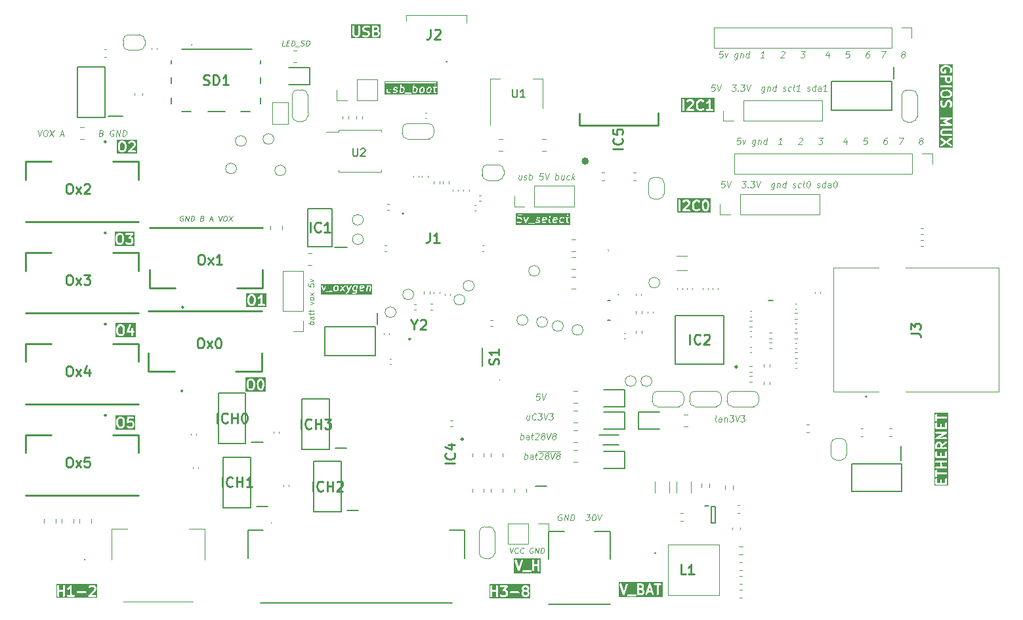
<source format=gbr>
%TF.GenerationSoftware,KiCad,Pcbnew,8.0.0*%
%TF.CreationDate,2024-03-13T17:22:47+01:00*%
%TF.ProjectId,BalloonMotherboardV3,42616c6c-6f6f-46e4-9d6f-74686572626f,rev?*%
%TF.SameCoordinates,Original*%
%TF.FileFunction,Legend,Top*%
%TF.FilePolarity,Positive*%
%FSLAX46Y46*%
G04 Gerber Fmt 4.6, Leading zero omitted, Abs format (unit mm)*
G04 Created by KiCad (PCBNEW 8.0.0) date 2024-03-13 17:22:47*
%MOMM*%
%LPD*%
G01*
G04 APERTURE LIST*
%ADD10C,0.100000*%
%ADD11C,0.150000*%
%ADD12C,0.254000*%
%ADD13C,0.087500*%
%ADD14C,0.120000*%
%ADD15C,0.200000*%
%ADD16C,0.500000*%
%ADD17C,0.250000*%
G04 APERTURE END LIST*
D10*
X113945027Y-150747561D02*
X113878360Y-151280895D01*
X113602169Y-150747561D02*
X113549789Y-151166609D01*
X113549789Y-151166609D02*
X113578360Y-151242800D01*
X113578360Y-151242800D02*
X113649789Y-151280895D01*
X113649789Y-151280895D02*
X113764074Y-151280895D01*
X113764074Y-151280895D02*
X113845027Y-151242800D01*
X113845027Y-151242800D02*
X113887884Y-151204704D01*
X114725979Y-151204704D02*
X114683122Y-151242800D01*
X114683122Y-151242800D02*
X114564075Y-151280895D01*
X114564075Y-151280895D02*
X114487884Y-151280895D01*
X114487884Y-151280895D02*
X114378360Y-151242800D01*
X114378360Y-151242800D02*
X114311694Y-151166609D01*
X114311694Y-151166609D02*
X114283122Y-151090419D01*
X114283122Y-151090419D02*
X114264075Y-150938038D01*
X114264075Y-150938038D02*
X114278360Y-150823752D01*
X114278360Y-150823752D02*
X114335503Y-150671371D01*
X114335503Y-150671371D02*
X114383122Y-150595180D01*
X114383122Y-150595180D02*
X114468837Y-150518990D01*
X114468837Y-150518990D02*
X114587884Y-150480895D01*
X114587884Y-150480895D02*
X114664075Y-150480895D01*
X114664075Y-150480895D02*
X114773599Y-150518990D01*
X114773599Y-150518990D02*
X114806932Y-150557085D01*
X115083122Y-150480895D02*
X115578360Y-150480895D01*
X115578360Y-150480895D02*
X115273599Y-150785657D01*
X115273599Y-150785657D02*
X115387884Y-150785657D01*
X115387884Y-150785657D02*
X115459313Y-150823752D01*
X115459313Y-150823752D02*
X115492646Y-150861847D01*
X115492646Y-150861847D02*
X115521218Y-150938038D01*
X115521218Y-150938038D02*
X115497408Y-151128514D01*
X115497408Y-151128514D02*
X115449789Y-151204704D01*
X115449789Y-151204704D02*
X115406932Y-151242800D01*
X115406932Y-151242800D02*
X115325979Y-151280895D01*
X115325979Y-151280895D02*
X115097408Y-151280895D01*
X115097408Y-151280895D02*
X115025979Y-151242800D01*
X115025979Y-151242800D02*
X114992646Y-151204704D01*
X115806932Y-150480895D02*
X115973599Y-151280895D01*
X115973599Y-151280895D02*
X116340265Y-150480895D01*
X116530741Y-150480895D02*
X117025979Y-150480895D01*
X117025979Y-150480895D02*
X116721218Y-150785657D01*
X116721218Y-150785657D02*
X116835503Y-150785657D01*
X116835503Y-150785657D02*
X116906932Y-150823752D01*
X116906932Y-150823752D02*
X116940265Y-150861847D01*
X116940265Y-150861847D02*
X116968837Y-150938038D01*
X116968837Y-150938038D02*
X116945027Y-151128514D01*
X116945027Y-151128514D02*
X116897408Y-151204704D01*
X116897408Y-151204704D02*
X116854551Y-151242800D01*
X116854551Y-151242800D02*
X116773598Y-151280895D01*
X116773598Y-151280895D02*
X116545027Y-151280895D01*
X116545027Y-151280895D02*
X116473598Y-151242800D01*
X116473598Y-151242800D02*
X116440265Y-151204704D01*
D11*
G36*
X97654589Y-108508512D02*
G01*
X97679066Y-108535464D01*
X97704442Y-108600663D01*
X97674310Y-108851410D01*
X97630431Y-108923423D01*
X97593144Y-108957699D01*
X97516335Y-108994920D01*
X97360898Y-108996012D01*
X97331671Y-108980888D01*
X97390980Y-108500919D01*
X97438175Y-108478050D01*
X97593609Y-108476958D01*
X97654589Y-108508512D01*
G37*
G36*
X99321256Y-108508512D02*
G01*
X99345733Y-108535464D01*
X99371109Y-108600663D01*
X99340977Y-108851410D01*
X99297098Y-108923423D01*
X99259811Y-108957699D01*
X99183002Y-108994920D01*
X99027565Y-108996012D01*
X98998338Y-108980888D01*
X99057647Y-108500919D01*
X99104842Y-108478050D01*
X99260276Y-108476958D01*
X99321256Y-108508512D01*
G37*
G36*
X100226018Y-108508512D02*
G01*
X100250495Y-108535464D01*
X100275871Y-108600663D01*
X100245739Y-108851410D01*
X100201860Y-108923423D01*
X100164573Y-108957699D01*
X100087699Y-108994952D01*
X99979805Y-108995939D01*
X99918970Y-108964459D01*
X99894490Y-108937505D01*
X99869116Y-108872306D01*
X99899247Y-108621559D01*
X99943127Y-108549545D01*
X99980415Y-108515269D01*
X100057287Y-108478018D01*
X100165180Y-108477031D01*
X100226018Y-108508512D01*
G37*
G36*
X101130780Y-108508512D02*
G01*
X101155257Y-108535464D01*
X101180633Y-108600663D01*
X101150501Y-108851410D01*
X101106622Y-108923423D01*
X101069335Y-108957699D01*
X100992461Y-108994952D01*
X100884567Y-108995939D01*
X100823732Y-108964459D01*
X100799252Y-108937505D01*
X100773878Y-108872306D01*
X100804009Y-108621559D01*
X100847889Y-108549545D01*
X100885177Y-108515269D01*
X100962049Y-108478018D01*
X101069942Y-108477031D01*
X101130780Y-108508512D01*
G37*
G36*
X102132164Y-109351168D02*
G01*
X95214014Y-109351168D01*
X95214014Y-109179689D01*
X97826315Y-109179689D01*
X97837514Y-109206725D01*
X97858206Y-109227417D01*
X97885242Y-109238616D01*
X97899874Y-109240057D01*
X98676411Y-109238616D01*
X98703447Y-109227417D01*
X98724139Y-109206725D01*
X98735338Y-109179689D01*
X98735338Y-109150425D01*
X98724139Y-109123389D01*
X98703447Y-109102697D01*
X98676411Y-109091498D01*
X98661779Y-109090057D01*
X97885242Y-109091498D01*
X97858206Y-109102697D01*
X97837514Y-109123389D01*
X97826315Y-109150425D01*
X97826315Y-109179689D01*
X95214014Y-109179689D01*
X95214014Y-108932356D01*
X95473878Y-108932356D01*
X95474787Y-108935662D01*
X95474671Y-108939088D01*
X95478459Y-108953295D01*
X95515512Y-109048501D01*
X95518286Y-109057615D01*
X95519754Y-109059400D01*
X95520660Y-109061728D01*
X95529060Y-109070719D01*
X95536872Y-109080219D01*
X95539697Y-109082103D01*
X95540639Y-109083111D01*
X95542426Y-109083923D01*
X95549104Y-109088377D01*
X95630153Y-109130316D01*
X95632016Y-109132179D01*
X95640724Y-109135786D01*
X95651979Y-109141610D01*
X95655647Y-109141967D01*
X95659052Y-109143378D01*
X95673684Y-109144819D01*
X95804383Y-109143623D01*
X95805392Y-109143986D01*
X95815177Y-109143524D01*
X95831173Y-109143378D01*
X95832830Y-109142691D01*
X95834623Y-109142607D01*
X95848476Y-109137680D01*
X95899688Y-109112863D01*
X95910317Y-109126529D01*
X95935755Y-109140995D01*
X95964793Y-109144625D01*
X95993009Y-109136866D01*
X96016108Y-109118900D01*
X96030574Y-109093462D01*
X96033819Y-109079122D01*
X96039901Y-109029620D01*
X96319290Y-109029620D01*
X96327810Y-109057615D01*
X96346395Y-109080219D01*
X96358628Y-109088376D01*
X96439675Y-109130315D01*
X96441539Y-109132179D01*
X96450248Y-109135786D01*
X96461502Y-109141610D01*
X96465170Y-109141967D01*
X96468575Y-109143378D01*
X96483207Y-109144819D01*
X96661371Y-109143567D01*
X96662535Y-109143986D01*
X96673166Y-109143484D01*
X96688316Y-109143378D01*
X96689973Y-109142691D01*
X96691766Y-109142607D01*
X96705619Y-109137680D01*
X96800201Y-109091847D01*
X96805671Y-109090585D01*
X96811745Y-109086253D01*
X96819435Y-109082527D01*
X96823988Y-109077522D01*
X96827225Y-109075214D01*
X97170306Y-109075214D01*
X97178065Y-109103430D01*
X97196031Y-109126529D01*
X97221469Y-109140995D01*
X97250507Y-109144625D01*
X97278723Y-109136866D01*
X97291009Y-109127309D01*
X97296818Y-109130315D01*
X97298682Y-109132179D01*
X97307391Y-109135786D01*
X97318645Y-109141610D01*
X97322313Y-109141967D01*
X97325718Y-109143378D01*
X97340350Y-109144819D01*
X97518514Y-109143567D01*
X97519678Y-109143986D01*
X97530309Y-109143484D01*
X97545459Y-109143378D01*
X97547116Y-109142691D01*
X97548909Y-109142607D01*
X97562762Y-109137680D01*
X97661517Y-109089824D01*
X97669951Y-109086899D01*
X97674743Y-109083415D01*
X97676578Y-109082527D01*
X97677771Y-109081215D01*
X97681845Y-109078255D01*
X97685153Y-109075214D01*
X98836973Y-109075214D01*
X98844732Y-109103430D01*
X98862698Y-109126529D01*
X98888136Y-109140995D01*
X98917174Y-109144625D01*
X98945390Y-109136866D01*
X98957676Y-109127309D01*
X98963485Y-109130315D01*
X98965349Y-109132179D01*
X98974058Y-109135786D01*
X98985312Y-109141610D01*
X98988980Y-109141967D01*
X98992385Y-109143378D01*
X99007017Y-109144819D01*
X99185181Y-109143567D01*
X99186345Y-109143986D01*
X99196976Y-109143484D01*
X99212126Y-109143378D01*
X99213783Y-109142691D01*
X99215576Y-109142607D01*
X99229429Y-109137680D01*
X99328184Y-109089824D01*
X99336618Y-109086899D01*
X99341410Y-109083415D01*
X99343245Y-109082527D01*
X99344438Y-109081215D01*
X99348512Y-109078255D01*
X99400222Y-109030720D01*
X99406879Y-109025974D01*
X99410508Y-109021265D01*
X99412062Y-109019838D01*
X99412828Y-109018256D01*
X99415856Y-109014330D01*
X99467940Y-108928849D01*
X99468489Y-108928423D01*
X99472525Y-108921325D01*
X99481912Y-108905920D01*
X99482173Y-108904359D01*
X99482955Y-108902985D01*
X99486200Y-108888645D01*
X99486670Y-108884737D01*
X99717926Y-108884737D01*
X99718835Y-108888043D01*
X99718719Y-108891470D01*
X99722507Y-108905676D01*
X99760545Y-109003413D01*
X99763452Y-109012007D01*
X99764414Y-109013353D01*
X99764708Y-109014108D01*
X99765754Y-109015227D01*
X99772002Y-109023968D01*
X99817789Y-109074384D01*
X99822587Y-109080219D01*
X99823858Y-109081067D01*
X99824389Y-109081651D01*
X99825723Y-109082311D01*
X99834819Y-109088377D01*
X99915868Y-109130316D01*
X99917731Y-109132179D01*
X99926439Y-109135786D01*
X99937694Y-109141610D01*
X99941362Y-109141967D01*
X99944767Y-109143378D01*
X99959399Y-109144819D01*
X100090098Y-109143623D01*
X100091107Y-109143986D01*
X100100892Y-109143524D01*
X100116888Y-109143378D01*
X100118545Y-109142691D01*
X100120338Y-109142607D01*
X100134191Y-109137680D01*
X100232946Y-109089824D01*
X100241380Y-109086899D01*
X100246172Y-109083415D01*
X100248007Y-109082527D01*
X100249200Y-109081215D01*
X100253274Y-109078255D01*
X100304984Y-109030720D01*
X100311641Y-109025974D01*
X100315270Y-109021265D01*
X100316824Y-109019838D01*
X100317590Y-109018256D01*
X100320618Y-109014330D01*
X100372702Y-108928849D01*
X100373251Y-108928423D01*
X100377287Y-108921325D01*
X100386674Y-108905920D01*
X100386935Y-108904359D01*
X100387717Y-108902985D01*
X100390962Y-108888645D01*
X100391432Y-108884737D01*
X100622688Y-108884737D01*
X100623597Y-108888043D01*
X100623481Y-108891470D01*
X100627269Y-108905676D01*
X100665307Y-109003413D01*
X100668214Y-109012007D01*
X100669176Y-109013353D01*
X100669470Y-109014108D01*
X100670516Y-109015227D01*
X100676764Y-109023968D01*
X100722551Y-109074384D01*
X100727349Y-109080219D01*
X100728620Y-109081067D01*
X100729151Y-109081651D01*
X100730485Y-109082311D01*
X100739581Y-109088377D01*
X100820630Y-109130316D01*
X100822493Y-109132179D01*
X100831201Y-109135786D01*
X100842456Y-109141610D01*
X100846124Y-109141967D01*
X100849529Y-109143378D01*
X100864161Y-109144819D01*
X100994860Y-109143623D01*
X100995869Y-109143986D01*
X101005654Y-109143524D01*
X101021650Y-109143378D01*
X101023307Y-109142691D01*
X101025100Y-109142607D01*
X101038953Y-109137680D01*
X101137708Y-109089824D01*
X101146142Y-109086899D01*
X101150934Y-109083415D01*
X101152769Y-109082527D01*
X101153962Y-109081215D01*
X101158036Y-109078255D01*
X101209746Y-109030720D01*
X101216403Y-109025974D01*
X101220032Y-109021265D01*
X101221586Y-109019838D01*
X101222352Y-109018256D01*
X101225380Y-109014330D01*
X101277464Y-108928849D01*
X101278013Y-108928423D01*
X101282049Y-108921325D01*
X101291436Y-108905920D01*
X101291697Y-108904359D01*
X101292479Y-108902985D01*
X101295724Y-108888645D01*
X101328788Y-108613495D01*
X101330038Y-108610746D01*
X101330400Y-108600082D01*
X101331824Y-108588233D01*
X101330914Y-108584925D01*
X101331031Y-108581499D01*
X101327242Y-108567293D01*
X101289200Y-108469549D01*
X101286297Y-108460963D01*
X101285335Y-108459618D01*
X101285041Y-108458861D01*
X101283990Y-108457737D01*
X101277746Y-108449002D01*
X101249394Y-108417784D01*
X101492983Y-108417784D01*
X101504182Y-108444820D01*
X101524874Y-108465512D01*
X101551910Y-108476711D01*
X101566542Y-108478152D01*
X101625161Y-108477938D01*
X101572262Y-108906850D01*
X101570903Y-108909842D01*
X101570526Y-108920926D01*
X101569117Y-108932356D01*
X101570026Y-108935662D01*
X101569910Y-108939088D01*
X101573698Y-108953295D01*
X101610751Y-109048501D01*
X101613525Y-109057615D01*
X101614993Y-109059400D01*
X101615899Y-109061728D01*
X101624299Y-109070719D01*
X101632111Y-109080219D01*
X101634936Y-109082103D01*
X101635878Y-109083111D01*
X101637665Y-109083923D01*
X101644343Y-109088377D01*
X101725392Y-109130316D01*
X101727255Y-109132179D01*
X101735963Y-109135786D01*
X101747218Y-109141610D01*
X101750886Y-109141967D01*
X101754291Y-109143378D01*
X101768923Y-109144819D01*
X101878793Y-109143378D01*
X101905829Y-109132179D01*
X101926521Y-109111487D01*
X101937720Y-109084451D01*
X101937720Y-109055187D01*
X101926521Y-109028151D01*
X101905829Y-109007459D01*
X101878793Y-108996260D01*
X101864161Y-108994819D01*
X101789067Y-108995803D01*
X101739944Y-108970384D01*
X101720346Y-108920027D01*
X101774938Y-108477392D01*
X101962126Y-108476711D01*
X101989162Y-108465512D01*
X102009854Y-108444820D01*
X102021053Y-108417784D01*
X102021053Y-108388520D01*
X102009854Y-108361484D01*
X101989162Y-108340792D01*
X101962126Y-108329593D01*
X101947494Y-108328152D01*
X101793275Y-108328713D01*
X101825871Y-108064424D01*
X101818112Y-108036208D01*
X101800146Y-108013109D01*
X101774708Y-107998643D01*
X101745670Y-107995014D01*
X101717453Y-108002773D01*
X101694355Y-108020738D01*
X101679889Y-108046177D01*
X101676644Y-108060517D01*
X101643499Y-108329259D01*
X101551910Y-108329593D01*
X101524874Y-108340792D01*
X101504182Y-108361484D01*
X101492983Y-108388520D01*
X101492983Y-108417784D01*
X101249394Y-108417784D01*
X101231977Y-108398606D01*
X101227164Y-108392752D01*
X101225887Y-108391900D01*
X101225361Y-108391321D01*
X101224032Y-108390664D01*
X101214931Y-108384595D01*
X101133882Y-108342655D01*
X101132019Y-108340792D01*
X101123309Y-108337184D01*
X101112056Y-108331361D01*
X101108387Y-108331003D01*
X101104983Y-108329593D01*
X101090351Y-108328152D01*
X100959651Y-108329347D01*
X100958644Y-108328985D01*
X100948858Y-108329446D01*
X100932862Y-108329593D01*
X100931204Y-108330279D01*
X100929413Y-108330364D01*
X100915560Y-108335290D01*
X100816810Y-108383142D01*
X100808369Y-108386071D01*
X100803571Y-108389558D01*
X100801743Y-108390444D01*
X100800552Y-108391751D01*
X100796476Y-108394715D01*
X100744764Y-108442249D01*
X100738109Y-108446996D01*
X100734479Y-108451704D01*
X100732926Y-108453132D01*
X100732159Y-108454713D01*
X100729132Y-108458640D01*
X100677046Y-108544120D01*
X100676498Y-108544547D01*
X100672462Y-108551644D01*
X100663075Y-108567050D01*
X100662813Y-108568611D01*
X100662032Y-108569986D01*
X100658787Y-108584326D01*
X100625723Y-108859473D01*
X100624474Y-108862223D01*
X100624111Y-108872887D01*
X100622688Y-108884737D01*
X100391432Y-108884737D01*
X100424026Y-108613495D01*
X100425276Y-108610746D01*
X100425638Y-108600082D01*
X100427062Y-108588233D01*
X100426152Y-108584925D01*
X100426269Y-108581499D01*
X100422480Y-108567293D01*
X100384438Y-108469549D01*
X100381535Y-108460963D01*
X100380573Y-108459618D01*
X100380279Y-108458861D01*
X100379228Y-108457737D01*
X100372984Y-108449002D01*
X100327215Y-108398606D01*
X100322402Y-108392752D01*
X100321125Y-108391900D01*
X100320599Y-108391321D01*
X100319270Y-108390664D01*
X100310169Y-108384595D01*
X100229120Y-108342655D01*
X100227257Y-108340792D01*
X100218547Y-108337184D01*
X100207294Y-108331361D01*
X100203625Y-108331003D01*
X100200221Y-108329593D01*
X100185589Y-108328152D01*
X100054889Y-108329347D01*
X100053882Y-108328985D01*
X100044096Y-108329446D01*
X100028100Y-108329593D01*
X100026442Y-108330279D01*
X100024651Y-108330364D01*
X100010798Y-108335290D01*
X99912048Y-108383142D01*
X99903607Y-108386071D01*
X99898809Y-108389558D01*
X99896981Y-108390444D01*
X99895790Y-108391751D01*
X99891714Y-108394715D01*
X99840002Y-108442249D01*
X99833347Y-108446996D01*
X99829717Y-108451704D01*
X99828164Y-108453132D01*
X99827397Y-108454713D01*
X99824370Y-108458640D01*
X99772284Y-108544120D01*
X99771736Y-108544547D01*
X99767700Y-108551644D01*
X99758313Y-108567050D01*
X99758051Y-108568611D01*
X99757270Y-108569986D01*
X99754025Y-108584326D01*
X99720961Y-108859473D01*
X99719712Y-108862223D01*
X99719349Y-108872887D01*
X99717926Y-108884737D01*
X99486670Y-108884737D01*
X99519264Y-108613495D01*
X99520514Y-108610746D01*
X99520876Y-108600082D01*
X99522300Y-108588233D01*
X99521390Y-108584925D01*
X99521507Y-108581499D01*
X99517718Y-108567293D01*
X99479676Y-108469549D01*
X99476773Y-108460963D01*
X99475811Y-108459618D01*
X99475517Y-108458861D01*
X99474466Y-108457737D01*
X99468222Y-108449002D01*
X99422453Y-108398606D01*
X99417640Y-108392752D01*
X99416363Y-108391900D01*
X99415837Y-108391321D01*
X99414508Y-108390664D01*
X99405407Y-108384595D01*
X99324358Y-108342655D01*
X99322495Y-108340792D01*
X99313785Y-108337184D01*
X99302532Y-108331361D01*
X99298863Y-108331003D01*
X99295459Y-108329593D01*
X99280827Y-108328152D01*
X99102664Y-108329403D01*
X99101501Y-108328985D01*
X99090869Y-108329486D01*
X99078821Y-108329571D01*
X99111585Y-108064424D01*
X99103826Y-108036208D01*
X99085860Y-108013109D01*
X99060422Y-107998643D01*
X99031384Y-107995013D01*
X99003168Y-108002772D01*
X98980069Y-108020738D01*
X98965603Y-108046176D01*
X98962358Y-108060517D01*
X98915783Y-108437425D01*
X98914993Y-108439622D01*
X98915136Y-108442664D01*
X98846285Y-108999847D01*
X98845941Y-109000494D01*
X98844947Y-109010678D01*
X98836973Y-109075214D01*
X97685153Y-109075214D01*
X97733555Y-109030720D01*
X97740212Y-109025974D01*
X97743841Y-109021265D01*
X97745395Y-109019838D01*
X97746161Y-109018256D01*
X97749189Y-109014330D01*
X97801273Y-108928849D01*
X97801822Y-108928423D01*
X97805858Y-108921325D01*
X97815245Y-108905920D01*
X97815506Y-108904359D01*
X97816288Y-108902985D01*
X97819533Y-108888645D01*
X97852597Y-108613495D01*
X97853847Y-108610746D01*
X97854209Y-108600082D01*
X97855633Y-108588233D01*
X97854723Y-108584925D01*
X97854840Y-108581499D01*
X97851051Y-108567293D01*
X97813009Y-108469549D01*
X97810106Y-108460963D01*
X97809144Y-108459618D01*
X97808850Y-108458861D01*
X97807799Y-108457737D01*
X97801555Y-108449002D01*
X97755786Y-108398606D01*
X97750973Y-108392752D01*
X97749696Y-108391900D01*
X97749170Y-108391321D01*
X97747841Y-108390664D01*
X97738740Y-108384595D01*
X97657691Y-108342655D01*
X97655828Y-108340792D01*
X97647118Y-108337184D01*
X97635865Y-108331361D01*
X97632196Y-108331003D01*
X97628792Y-108329593D01*
X97614160Y-108328152D01*
X97435997Y-108329403D01*
X97434834Y-108328985D01*
X97424202Y-108329486D01*
X97412154Y-108329571D01*
X97444918Y-108064424D01*
X97437159Y-108036208D01*
X97419193Y-108013109D01*
X97393755Y-107998643D01*
X97364717Y-107995013D01*
X97336501Y-108002772D01*
X97313402Y-108020738D01*
X97298936Y-108046176D01*
X97295691Y-108060517D01*
X97249116Y-108437425D01*
X97248326Y-108439622D01*
X97248469Y-108442664D01*
X97179618Y-108999847D01*
X97179274Y-109000494D01*
X97178280Y-109010678D01*
X97170306Y-109075214D01*
X96827225Y-109075214D01*
X96829497Y-109073594D01*
X96838474Y-109061950D01*
X96839116Y-109060896D01*
X96839129Y-109060882D01*
X96839135Y-109060864D01*
X96890558Y-108976470D01*
X96891109Y-108976042D01*
X96895153Y-108968929D01*
X96904531Y-108953539D01*
X96904792Y-108951977D01*
X96905574Y-108950603D01*
X96908819Y-108936263D01*
X96912721Y-108897888D01*
X96913370Y-108896461D01*
X96913622Y-108889027D01*
X96915156Y-108873946D01*
X96914246Y-108870639D01*
X96914363Y-108867214D01*
X96910575Y-108853008D01*
X96873520Y-108757797D01*
X96870748Y-108748689D01*
X96869280Y-108746904D01*
X96868374Y-108744575D01*
X96859973Y-108735585D01*
X96852163Y-108726085D01*
X96849335Y-108724199D01*
X96848395Y-108723193D01*
X96846607Y-108722380D01*
X96839930Y-108717928D01*
X96758881Y-108675988D01*
X96757018Y-108674125D01*
X96748308Y-108670517D01*
X96737055Y-108664694D01*
X96733386Y-108664336D01*
X96729982Y-108662926D01*
X96715350Y-108661485D01*
X96592899Y-108662605D01*
X96543514Y-108637050D01*
X96523638Y-108585978D01*
X96524985Y-108572728D01*
X96563412Y-108509663D01*
X96628715Y-108478018D01*
X96736608Y-108477031D01*
X96824598Y-108522562D01*
X96853723Y-108525403D01*
X96881718Y-108516883D01*
X96904323Y-108498298D01*
X96918094Y-108472476D01*
X96920935Y-108443351D01*
X96912415Y-108415356D01*
X96893830Y-108392752D01*
X96881597Y-108384595D01*
X96800548Y-108342655D01*
X96798685Y-108340792D01*
X96789975Y-108337184D01*
X96778722Y-108331361D01*
X96775053Y-108331003D01*
X96771649Y-108329593D01*
X96757017Y-108328152D01*
X96626317Y-108329347D01*
X96625310Y-108328985D01*
X96615524Y-108329446D01*
X96599528Y-108329593D01*
X96597870Y-108330279D01*
X96596079Y-108330364D01*
X96582226Y-108335290D01*
X96487643Y-108381123D01*
X96482172Y-108382386D01*
X96476095Y-108386719D01*
X96468409Y-108390444D01*
X96463855Y-108395447D01*
X96458346Y-108399377D01*
X96449369Y-108411021D01*
X96448728Y-108412071D01*
X96448714Y-108412088D01*
X96448706Y-108412107D01*
X96397284Y-108496501D01*
X96396737Y-108496927D01*
X96392701Y-108504021D01*
X96383313Y-108519431D01*
X96383052Y-108520989D01*
X96382270Y-108522365D01*
X96379025Y-108536705D01*
X96375121Y-108575081D01*
X96374473Y-108576509D01*
X96374220Y-108583943D01*
X96372687Y-108599022D01*
X96373596Y-108602329D01*
X96373480Y-108605756D01*
X96377268Y-108619962D01*
X96414321Y-108715168D01*
X96417095Y-108724281D01*
X96418563Y-108726066D01*
X96419469Y-108728394D01*
X96427869Y-108737385D01*
X96435681Y-108746885D01*
X96438506Y-108748769D01*
X96439448Y-108749777D01*
X96441235Y-108750589D01*
X96447913Y-108755043D01*
X96528962Y-108796982D01*
X96530825Y-108798845D01*
X96539533Y-108802452D01*
X96550788Y-108808276D01*
X96554456Y-108808633D01*
X96557861Y-108810044D01*
X96572493Y-108811485D01*
X96694941Y-108810364D01*
X96744328Y-108835919D01*
X96764205Y-108886991D01*
X96762857Y-108900242D01*
X96724431Y-108963306D01*
X96659192Y-108994920D01*
X96503755Y-108996012D01*
X96415628Y-108950409D01*
X96386502Y-108947568D01*
X96358507Y-108956088D01*
X96335903Y-108974673D01*
X96322131Y-109000494D01*
X96319290Y-109029620D01*
X96039901Y-109029620D01*
X96117537Y-108397757D01*
X96109778Y-108369541D01*
X96091812Y-108346442D01*
X96066374Y-108331976D01*
X96037336Y-108328346D01*
X96009120Y-108336105D01*
X95986021Y-108354071D01*
X95971555Y-108379509D01*
X95968310Y-108393850D01*
X95901599Y-108936795D01*
X95878858Y-108957699D01*
X95801984Y-108994952D01*
X95694090Y-108995939D01*
X95644705Y-108970384D01*
X95625094Y-108919994D01*
X95688966Y-108397757D01*
X95681207Y-108369541D01*
X95663241Y-108346442D01*
X95637803Y-108331976D01*
X95608765Y-108328347D01*
X95580549Y-108336106D01*
X95557450Y-108354071D01*
X95542984Y-108379510D01*
X95539739Y-108393850D01*
X95476987Y-108906929D01*
X95475664Y-108909842D01*
X95475292Y-108920793D01*
X95473878Y-108932356D01*
X95214014Y-108932356D01*
X95214014Y-107806832D01*
X95325125Y-107806832D01*
X95336324Y-107833868D01*
X95357016Y-107854560D01*
X95384052Y-107865759D01*
X95398684Y-107867200D01*
X101879984Y-107865759D01*
X101907020Y-107854560D01*
X101927712Y-107833868D01*
X101938911Y-107806832D01*
X101938911Y-107777568D01*
X101927712Y-107750532D01*
X101907020Y-107729840D01*
X101879984Y-107718641D01*
X101865352Y-107717200D01*
X95384052Y-107718641D01*
X95357016Y-107729840D01*
X95336324Y-107750532D01*
X95325125Y-107777568D01*
X95325125Y-107806832D01*
X95214014Y-107806832D01*
X95214014Y-107606089D01*
X102132164Y-107606089D01*
X102132164Y-109351168D01*
G37*
D10*
X138908455Y-103744895D02*
X138527503Y-103744895D01*
X138527503Y-103744895D02*
X138441789Y-104125847D01*
X138441789Y-104125847D02*
X138484646Y-104087752D01*
X138484646Y-104087752D02*
X138565598Y-104049657D01*
X138565598Y-104049657D02*
X138756074Y-104049657D01*
X138756074Y-104049657D02*
X138827503Y-104087752D01*
X138827503Y-104087752D02*
X138860836Y-104125847D01*
X138860836Y-104125847D02*
X138889408Y-104202038D01*
X138889408Y-104202038D02*
X138865598Y-104392514D01*
X138865598Y-104392514D02*
X138817979Y-104468704D01*
X138817979Y-104468704D02*
X138775122Y-104506800D01*
X138775122Y-104506800D02*
X138694169Y-104544895D01*
X138694169Y-104544895D02*
X138503693Y-104544895D01*
X138503693Y-104544895D02*
X138432265Y-104506800D01*
X138432265Y-104506800D02*
X138398931Y-104468704D01*
X139179884Y-104011561D02*
X139303694Y-104544895D01*
X139303694Y-104544895D02*
X139560836Y-104011561D01*
X140817980Y-104011561D02*
X140737027Y-104659180D01*
X140737027Y-104659180D02*
X140689408Y-104735371D01*
X140689408Y-104735371D02*
X140646551Y-104773466D01*
X140646551Y-104773466D02*
X140565599Y-104811561D01*
X140565599Y-104811561D02*
X140451313Y-104811561D01*
X140451313Y-104811561D02*
X140379884Y-104773466D01*
X140756075Y-104506800D02*
X140675122Y-104544895D01*
X140675122Y-104544895D02*
X140522742Y-104544895D01*
X140522742Y-104544895D02*
X140451313Y-104506800D01*
X140451313Y-104506800D02*
X140417980Y-104468704D01*
X140417980Y-104468704D02*
X140389408Y-104392514D01*
X140389408Y-104392514D02*
X140417980Y-104163942D01*
X140417980Y-104163942D02*
X140465599Y-104087752D01*
X140465599Y-104087752D02*
X140508456Y-104049657D01*
X140508456Y-104049657D02*
X140589408Y-104011561D01*
X140589408Y-104011561D02*
X140741789Y-104011561D01*
X140741789Y-104011561D02*
X140813218Y-104049657D01*
X141198932Y-104011561D02*
X141132266Y-104544895D01*
X141189409Y-104087752D02*
X141232266Y-104049657D01*
X141232266Y-104049657D02*
X141313218Y-104011561D01*
X141313218Y-104011561D02*
X141427504Y-104011561D01*
X141427504Y-104011561D02*
X141498932Y-104049657D01*
X141498932Y-104049657D02*
X141527504Y-104125847D01*
X141527504Y-104125847D02*
X141475123Y-104544895D01*
X142198933Y-104544895D02*
X142298933Y-103744895D01*
X142203695Y-104506800D02*
X142122742Y-104544895D01*
X142122742Y-104544895D02*
X141970362Y-104544895D01*
X141970362Y-104544895D02*
X141898933Y-104506800D01*
X141898933Y-104506800D02*
X141865600Y-104468704D01*
X141865600Y-104468704D02*
X141837028Y-104392514D01*
X141837028Y-104392514D02*
X141865600Y-104163942D01*
X141865600Y-104163942D02*
X141913219Y-104087752D01*
X141913219Y-104087752D02*
X141956076Y-104049657D01*
X141956076Y-104049657D02*
X142037028Y-104011561D01*
X142037028Y-104011561D02*
X142189409Y-104011561D01*
X142189409Y-104011561D02*
X142260838Y-104049657D01*
X144217981Y-104544895D02*
X143760839Y-104544895D01*
X143989410Y-104544895D02*
X144089410Y-103744895D01*
X144089410Y-103744895D02*
X143998934Y-103859180D01*
X143998934Y-103859180D02*
X143913220Y-103935371D01*
X143913220Y-103935371D02*
X143832267Y-103973466D01*
X146441792Y-103821085D02*
X146484649Y-103782990D01*
X146484649Y-103782990D02*
X146565601Y-103744895D01*
X146565601Y-103744895D02*
X146756077Y-103744895D01*
X146756077Y-103744895D02*
X146827506Y-103782990D01*
X146827506Y-103782990D02*
X146860839Y-103821085D01*
X146860839Y-103821085D02*
X146889411Y-103897276D01*
X146889411Y-103897276D02*
X146879887Y-103973466D01*
X146879887Y-103973466D02*
X146827506Y-104087752D01*
X146827506Y-104087752D02*
X146313220Y-104544895D01*
X146313220Y-104544895D02*
X146808458Y-104544895D01*
X149003697Y-103744895D02*
X149498935Y-103744895D01*
X149498935Y-103744895D02*
X149194174Y-104049657D01*
X149194174Y-104049657D02*
X149308459Y-104049657D01*
X149308459Y-104049657D02*
X149379888Y-104087752D01*
X149379888Y-104087752D02*
X149413221Y-104125847D01*
X149413221Y-104125847D02*
X149441793Y-104202038D01*
X149441793Y-104202038D02*
X149417983Y-104392514D01*
X149417983Y-104392514D02*
X149370364Y-104468704D01*
X149370364Y-104468704D02*
X149327507Y-104506800D01*
X149327507Y-104506800D02*
X149246554Y-104544895D01*
X149246554Y-104544895D02*
X149017983Y-104544895D01*
X149017983Y-104544895D02*
X148946554Y-104506800D01*
X148946554Y-104506800D02*
X148913221Y-104468704D01*
X152589413Y-104011561D02*
X152522746Y-104544895D01*
X152437032Y-103706800D02*
X152175127Y-104278228D01*
X152175127Y-104278228D02*
X152670365Y-104278228D01*
X155251318Y-103744895D02*
X154870366Y-103744895D01*
X154870366Y-103744895D02*
X154784652Y-104125847D01*
X154784652Y-104125847D02*
X154827509Y-104087752D01*
X154827509Y-104087752D02*
X154908461Y-104049657D01*
X154908461Y-104049657D02*
X155098937Y-104049657D01*
X155098937Y-104049657D02*
X155170366Y-104087752D01*
X155170366Y-104087752D02*
X155203699Y-104125847D01*
X155203699Y-104125847D02*
X155232271Y-104202038D01*
X155232271Y-104202038D02*
X155208461Y-104392514D01*
X155208461Y-104392514D02*
X155160842Y-104468704D01*
X155160842Y-104468704D02*
X155117985Y-104506800D01*
X155117985Y-104506800D02*
X155037032Y-104544895D01*
X155037032Y-104544895D02*
X154846556Y-104544895D01*
X154846556Y-104544895D02*
X154775128Y-104506800D01*
X154775128Y-104506800D02*
X154741794Y-104468704D01*
X157803700Y-103744895D02*
X157651319Y-103744895D01*
X157651319Y-103744895D02*
X157570367Y-103782990D01*
X157570367Y-103782990D02*
X157527509Y-103821085D01*
X157527509Y-103821085D02*
X157437033Y-103935371D01*
X157437033Y-103935371D02*
X157379890Y-104087752D01*
X157379890Y-104087752D02*
X157341795Y-104392514D01*
X157341795Y-104392514D02*
X157370367Y-104468704D01*
X157370367Y-104468704D02*
X157403700Y-104506800D01*
X157403700Y-104506800D02*
X157475129Y-104544895D01*
X157475129Y-104544895D02*
X157627509Y-104544895D01*
X157627509Y-104544895D02*
X157708462Y-104506800D01*
X157708462Y-104506800D02*
X157751319Y-104468704D01*
X157751319Y-104468704D02*
X157798938Y-104392514D01*
X157798938Y-104392514D02*
X157822748Y-104202038D01*
X157822748Y-104202038D02*
X157794176Y-104125847D01*
X157794176Y-104125847D02*
X157760843Y-104087752D01*
X157760843Y-104087752D02*
X157689414Y-104049657D01*
X157689414Y-104049657D02*
X157537033Y-104049657D01*
X157537033Y-104049657D02*
X157456081Y-104087752D01*
X157456081Y-104087752D02*
X157413224Y-104125847D01*
X157413224Y-104125847D02*
X157365605Y-104202038D01*
X159365605Y-103744895D02*
X159898939Y-103744895D01*
X159898939Y-103744895D02*
X159456082Y-104544895D01*
X162103701Y-104087752D02*
X162032273Y-104049657D01*
X162032273Y-104049657D02*
X161998939Y-104011561D01*
X161998939Y-104011561D02*
X161970368Y-103935371D01*
X161970368Y-103935371D02*
X161975130Y-103897276D01*
X161975130Y-103897276D02*
X162022749Y-103821085D01*
X162022749Y-103821085D02*
X162065606Y-103782990D01*
X162065606Y-103782990D02*
X162146559Y-103744895D01*
X162146559Y-103744895D02*
X162298939Y-103744895D01*
X162298939Y-103744895D02*
X162370368Y-103782990D01*
X162370368Y-103782990D02*
X162403701Y-103821085D01*
X162403701Y-103821085D02*
X162432273Y-103897276D01*
X162432273Y-103897276D02*
X162427511Y-103935371D01*
X162427511Y-103935371D02*
X162379892Y-104011561D01*
X162379892Y-104011561D02*
X162337035Y-104049657D01*
X162337035Y-104049657D02*
X162256082Y-104087752D01*
X162256082Y-104087752D02*
X162103701Y-104087752D01*
X162103701Y-104087752D02*
X162022749Y-104125847D01*
X162022749Y-104125847D02*
X161979892Y-104163942D01*
X161979892Y-104163942D02*
X161932273Y-104240133D01*
X161932273Y-104240133D02*
X161913225Y-104392514D01*
X161913225Y-104392514D02*
X161941797Y-104468704D01*
X161941797Y-104468704D02*
X161975130Y-104506800D01*
X161975130Y-104506800D02*
X162046559Y-104544895D01*
X162046559Y-104544895D02*
X162198939Y-104544895D01*
X162198939Y-104544895D02*
X162279892Y-104506800D01*
X162279892Y-104506800D02*
X162322749Y-104468704D01*
X162322749Y-104468704D02*
X162370368Y-104392514D01*
X162370368Y-104392514D02*
X162389416Y-104240133D01*
X162389416Y-104240133D02*
X162360844Y-104163942D01*
X162360844Y-104163942D02*
X162327511Y-104125847D01*
X162327511Y-104125847D02*
X162256082Y-104087752D01*
D12*
G36*
X78258714Y-135365691D02*
G01*
X78343030Y-135447931D01*
X78391611Y-135635160D01*
X78393744Y-136026907D01*
X78345820Y-136226125D01*
X78266518Y-136307428D01*
X78189216Y-136347564D01*
X78007185Y-136349230D01*
X77931760Y-136312944D01*
X77847444Y-136230704D01*
X77798863Y-136043474D01*
X77796730Y-135651727D01*
X77844654Y-135452509D01*
X77923956Y-135371206D01*
X78001258Y-135331071D01*
X78183289Y-135329405D01*
X78258714Y-135365691D01*
G37*
G36*
X79993766Y-136742429D02*
G01*
X77403793Y-136742429D01*
X77403793Y-135627651D01*
X77544904Y-135627651D01*
X77547165Y-136042967D01*
X77545054Y-136057158D01*
X77547326Y-136072524D01*
X77547344Y-136075760D01*
X77548060Y-136077490D01*
X77548696Y-136081786D01*
X77607820Y-136309644D01*
X77607820Y-136317666D01*
X77613391Y-136331116D01*
X77617548Y-136347135D01*
X77623170Y-136354723D01*
X77626784Y-136363447D01*
X77642577Y-136382692D01*
X77764989Y-136502090D01*
X77775468Y-136514172D01*
X77780848Y-136517558D01*
X77782775Y-136519438D01*
X77785871Y-136520720D01*
X77796537Y-136527434D01*
X77901968Y-136578155D01*
X77903728Y-136579915D01*
X77917379Y-136585569D01*
X77940740Y-136596808D01*
X77945292Y-136597131D01*
X77949509Y-136598878D01*
X77974285Y-136601318D01*
X78197178Y-136599278D01*
X78200306Y-136600321D01*
X78217601Y-136599091D01*
X78240966Y-136598878D01*
X78245182Y-136597131D01*
X78249735Y-136596808D01*
X78272986Y-136587910D01*
X78393675Y-136525247D01*
X78407700Y-136519438D01*
X78412584Y-136515430D01*
X78415007Y-136514172D01*
X78417204Y-136511638D01*
X78426945Y-136503645D01*
X78537013Y-136390798D01*
X78543427Y-136386950D01*
X78551834Y-136375603D01*
X78563691Y-136363447D01*
X78567304Y-136354723D01*
X78572927Y-136347135D01*
X78581303Y-136323691D01*
X78637919Y-136088342D01*
X78643131Y-136075760D01*
X78644645Y-136060381D01*
X78645421Y-136057158D01*
X78645145Y-136055305D01*
X78645571Y-136050984D01*
X78643309Y-135635667D01*
X78645421Y-135621477D01*
X78643148Y-135606110D01*
X78643131Y-135602875D01*
X78642414Y-135601144D01*
X78641779Y-135596849D01*
X78629958Y-135551291D01*
X78876377Y-135551291D01*
X78879890Y-135600719D01*
X78902050Y-135645040D01*
X78939485Y-135677507D01*
X78986496Y-135693178D01*
X79035924Y-135689665D01*
X79059176Y-135680767D01*
X79179864Y-135618105D01*
X79193891Y-135612295D01*
X79198774Y-135608287D01*
X79201198Y-135607029D01*
X79203396Y-135604493D01*
X79213136Y-135596501D01*
X79238926Y-135570059D01*
X79240393Y-136348903D01*
X78977604Y-136349758D01*
X78931823Y-136368721D01*
X78896783Y-136403761D01*
X78877820Y-136449542D01*
X78877820Y-136499094D01*
X78896783Y-136544875D01*
X78931823Y-136579915D01*
X78977604Y-136598878D01*
X79002380Y-136601318D01*
X79752871Y-136598878D01*
X79798652Y-136579915D01*
X79833692Y-136544875D01*
X79852655Y-136499094D01*
X79852655Y-136449542D01*
X79833692Y-136403761D01*
X79798652Y-136368721D01*
X79752871Y-136349758D01*
X79728095Y-136347318D01*
X79491999Y-136348085D01*
X79489866Y-135216170D01*
X79492237Y-135204186D01*
X79489820Y-135192105D01*
X79489797Y-135179542D01*
X79484983Y-135167921D01*
X79482518Y-135155594D01*
X79475596Y-135145258D01*
X79470834Y-135133761D01*
X79461941Y-135124868D01*
X79454945Y-135114421D01*
X79444592Y-135107519D01*
X79435794Y-135098721D01*
X79424175Y-135093908D01*
X79413715Y-135086935D01*
X79401510Y-135084520D01*
X79390013Y-135079758D01*
X79377438Y-135079758D01*
X79365105Y-135077318D01*
X79352906Y-135079758D01*
X79340461Y-135079758D01*
X79328840Y-135084571D01*
X79316513Y-135087037D01*
X79306177Y-135093958D01*
X79294680Y-135098721D01*
X79285787Y-135107613D01*
X79275340Y-135114610D01*
X79259728Y-135133672D01*
X79259640Y-135133761D01*
X79259623Y-135133800D01*
X79259566Y-135133871D01*
X79152588Y-135297885D01*
X79052706Y-135400287D01*
X78924515Y-135466845D01*
X78892048Y-135504280D01*
X78876377Y-135551291D01*
X78629958Y-135551291D01*
X78582655Y-135368990D01*
X78582655Y-135360969D01*
X78577083Y-135347518D01*
X78572927Y-135331500D01*
X78567304Y-135323911D01*
X78563691Y-135315188D01*
X78547897Y-135295943D01*
X78425478Y-135176538D01*
X78415007Y-135164464D01*
X78409629Y-135161079D01*
X78407700Y-135159197D01*
X78404598Y-135157912D01*
X78393938Y-135151202D01*
X78288506Y-135100480D01*
X78286747Y-135098721D01*
X78273095Y-135093066D01*
X78249735Y-135081828D01*
X78245182Y-135081504D01*
X78240966Y-135079758D01*
X78216190Y-135077318D01*
X77993295Y-135079357D01*
X77990168Y-135078315D01*
X77972872Y-135079544D01*
X77949509Y-135079758D01*
X77945292Y-135081504D01*
X77940740Y-135081828D01*
X77917488Y-135090726D01*
X77796801Y-135153387D01*
X77782776Y-135159197D01*
X77777891Y-135163205D01*
X77775468Y-135164464D01*
X77773269Y-135166998D01*
X77763531Y-135174991D01*
X77653462Y-135287836D01*
X77647048Y-135291685D01*
X77638640Y-135303032D01*
X77626784Y-135315188D01*
X77623170Y-135323911D01*
X77617548Y-135331500D01*
X77609172Y-135354944D01*
X77552555Y-135590292D01*
X77547344Y-135602875D01*
X77545829Y-135618253D01*
X77545054Y-135621477D01*
X77545329Y-135623329D01*
X77544904Y-135627651D01*
X77403793Y-135627651D01*
X77403793Y-134936207D01*
X79993766Y-134936207D01*
X79993766Y-136742429D01*
G37*
G36*
X94308974Y-101297143D02*
G01*
X94333897Y-101320987D01*
X94373415Y-101397099D01*
X94374856Y-101518826D01*
X94338506Y-101594384D01*
X94307188Y-101627119D01*
X94231444Y-101666446D01*
X93901143Y-101668030D01*
X93900364Y-101254394D01*
X94171132Y-101252919D01*
X94308974Y-101297143D01*
G37*
G36*
X94240683Y-100684905D02*
G01*
X94273420Y-100716225D01*
X94313077Y-100792603D01*
X94314108Y-100854153D01*
X94278030Y-100929144D01*
X94246711Y-100961881D01*
X94170934Y-101001225D01*
X93899890Y-101002701D01*
X93899224Y-100649638D01*
X94164374Y-100648194D01*
X94240683Y-100684905D01*
G37*
G36*
X94768206Y-102061429D02*
G01*
X90966269Y-102061429D01*
X90966269Y-100523318D01*
X91107380Y-100523318D01*
X91109716Y-101531511D01*
X91108377Y-101535530D01*
X91109771Y-101555146D01*
X91109820Y-101576189D01*
X91111566Y-101580405D01*
X91111890Y-101584958D01*
X91120788Y-101608210D01*
X91183449Y-101728894D01*
X91189260Y-101742922D01*
X91193270Y-101747808D01*
X91194528Y-101750231D01*
X91197061Y-101752428D01*
X91205054Y-101762167D01*
X91268683Y-101823043D01*
X91277468Y-101833172D01*
X91282735Y-101836487D01*
X91284774Y-101838438D01*
X91287874Y-101839722D01*
X91298537Y-101846434D01*
X91403968Y-101897155D01*
X91405728Y-101898915D01*
X91419379Y-101904569D01*
X91442740Y-101915808D01*
X91447292Y-101916131D01*
X91451509Y-101917878D01*
X91476285Y-101920318D01*
X91699178Y-101918278D01*
X91702306Y-101919321D01*
X91719601Y-101918091D01*
X91742966Y-101917878D01*
X91747182Y-101916131D01*
X91751735Y-101915808D01*
X91774986Y-101906910D01*
X91895675Y-101844247D01*
X91909700Y-101838438D01*
X91914584Y-101834430D01*
X91917007Y-101833172D01*
X91919204Y-101830638D01*
X91928945Y-101822645D01*
X91989818Y-101759016D01*
X91999949Y-101750230D01*
X92003266Y-101744959D01*
X92005215Y-101742923D01*
X92006497Y-101739826D01*
X92013211Y-101729161D01*
X92063932Y-101623729D01*
X92065692Y-101621970D01*
X92071346Y-101608318D01*
X92082585Y-101584958D01*
X92082908Y-101580405D01*
X92084655Y-101576189D01*
X92087095Y-101551413D01*
X92085273Y-100765222D01*
X92377380Y-100765222D01*
X92379102Y-100868113D01*
X92378377Y-100870291D01*
X92379374Y-100884320D01*
X92379820Y-100910951D01*
X92381566Y-100915167D01*
X92381890Y-100919720D01*
X92390788Y-100942971D01*
X92453450Y-101063659D01*
X92459260Y-101077686D01*
X92463268Y-101082570D01*
X92464526Y-101084992D01*
X92467059Y-101087189D01*
X92475054Y-101096930D01*
X92538682Y-101157803D01*
X92547467Y-101167932D01*
X92552737Y-101171249D01*
X92554776Y-101173200D01*
X92557873Y-101174483D01*
X92568536Y-101181195D01*
X92683183Y-101236350D01*
X92692039Y-101242912D01*
X92710623Y-101249551D01*
X92712740Y-101250570D01*
X92713655Y-101250635D01*
X92715483Y-101251288D01*
X92935885Y-101304308D01*
X93031159Y-101350143D01*
X93063896Y-101381463D01*
X93103553Y-101457842D01*
X93104584Y-101519391D01*
X93068505Y-101594384D01*
X93037187Y-101627119D01*
X92961305Y-101666518D01*
X92712075Y-101668377D01*
X92520265Y-101606839D01*
X92470836Y-101610352D01*
X92426514Y-101632513D01*
X92394047Y-101669948D01*
X92378377Y-101716957D01*
X92381890Y-101766386D01*
X92404051Y-101810708D01*
X92441486Y-101843175D01*
X92464219Y-101853325D01*
X92645936Y-101911624D01*
X92661033Y-101917878D01*
X92667373Y-101918502D01*
X92669925Y-101919321D01*
X92673270Y-101919083D01*
X92685809Y-101920318D01*
X92968961Y-101918206D01*
X92972306Y-101919321D01*
X92990222Y-101918047D01*
X93012966Y-101917878D01*
X93017182Y-101916131D01*
X93021735Y-101915808D01*
X93044986Y-101906910D01*
X93165674Y-101844247D01*
X93179701Y-101838438D01*
X93184585Y-101834429D01*
X93187007Y-101833172D01*
X93189204Y-101830638D01*
X93198945Y-101822644D01*
X93259818Y-101759015D01*
X93269947Y-101750231D01*
X93273264Y-101744960D01*
X93275215Y-101742922D01*
X93276498Y-101739824D01*
X93283210Y-101729162D01*
X93333932Y-101623729D01*
X93335692Y-101621970D01*
X93341347Y-101608317D01*
X93352585Y-101584958D01*
X93352908Y-101580405D01*
X93354655Y-101576189D01*
X93357095Y-101551413D01*
X93355372Y-101448521D01*
X93356098Y-101446344D01*
X93355100Y-101432314D01*
X93354655Y-101405685D01*
X93352908Y-101401468D01*
X93352585Y-101396916D01*
X93343687Y-101373665D01*
X93281028Y-101252984D01*
X93275215Y-101238950D01*
X93271203Y-101234061D01*
X93269947Y-101231642D01*
X93267415Y-101229446D01*
X93259421Y-101219705D01*
X93195791Y-101158830D01*
X93187007Y-101148702D01*
X93181736Y-101145384D01*
X93179700Y-101143436D01*
X93176602Y-101142153D01*
X93165938Y-101135440D01*
X93051291Y-101080285D01*
X93042436Y-101073724D01*
X93023851Y-101067084D01*
X93021735Y-101066066D01*
X93020819Y-101066000D01*
X93018992Y-101065348D01*
X92798591Y-101012327D01*
X92703313Y-100966490D01*
X92670578Y-100935172D01*
X92630921Y-100858793D01*
X92629890Y-100797242D01*
X92665968Y-100722251D01*
X92697287Y-100689515D01*
X92773169Y-100650117D01*
X93022399Y-100648258D01*
X93214211Y-100709797D01*
X93263639Y-100706284D01*
X93307961Y-100684123D01*
X93340428Y-100646688D01*
X93356098Y-100599679D01*
X93352585Y-100550250D01*
X93339119Y-100523318D01*
X93647380Y-100523318D01*
X93649820Y-101818094D01*
X93668783Y-101863875D01*
X93703823Y-101898915D01*
X93749604Y-101917878D01*
X93774380Y-101920318D01*
X94238615Y-101918090D01*
X94242306Y-101919321D01*
X94261135Y-101917982D01*
X94282966Y-101917878D01*
X94287182Y-101916131D01*
X94291735Y-101915808D01*
X94314986Y-101906910D01*
X94435675Y-101844247D01*
X94449700Y-101838438D01*
X94454584Y-101834430D01*
X94457007Y-101833172D01*
X94459204Y-101830638D01*
X94468945Y-101822645D01*
X94529818Y-101759016D01*
X94539949Y-101750230D01*
X94543266Y-101744959D01*
X94545215Y-101742923D01*
X94546497Y-101739826D01*
X94553211Y-101729161D01*
X94603932Y-101623729D01*
X94605692Y-101621970D01*
X94611346Y-101608318D01*
X94622585Y-101584958D01*
X94622908Y-101580405D01*
X94624655Y-101576189D01*
X94627095Y-101551413D01*
X94625169Y-101388653D01*
X94626098Y-101385867D01*
X94624943Y-101369629D01*
X94624655Y-101345208D01*
X94622908Y-101340991D01*
X94622585Y-101336439D01*
X94613687Y-101313187D01*
X94551026Y-101192501D01*
X94545215Y-101178473D01*
X94541206Y-101173588D01*
X94539949Y-101171167D01*
X94537415Y-101168969D01*
X94529421Y-101159229D01*
X94480191Y-101112131D01*
X94479471Y-101110690D01*
X94471061Y-101103396D01*
X94465359Y-101097941D01*
X94469347Y-101093773D01*
X94479471Y-101084993D01*
X94482787Y-101079725D01*
X94484739Y-101077685D01*
X94486023Y-101074584D01*
X94492734Y-101063924D01*
X94543456Y-100958491D01*
X94545216Y-100956732D01*
X94550871Y-100943079D01*
X94562109Y-100919720D01*
X94562432Y-100915167D01*
X94564179Y-100910951D01*
X94566619Y-100886175D01*
X94564896Y-100783282D01*
X94565622Y-100781105D01*
X94564624Y-100767075D01*
X94564179Y-100740446D01*
X94562432Y-100736229D01*
X94562109Y-100731677D01*
X94553211Y-100708425D01*
X94490551Y-100587744D01*
X94484739Y-100573712D01*
X94480727Y-100568823D01*
X94479471Y-100566404D01*
X94476939Y-100564208D01*
X94468945Y-100554467D01*
X94405315Y-100493592D01*
X94396531Y-100483464D01*
X94391260Y-100480146D01*
X94389224Y-100478198D01*
X94386126Y-100476915D01*
X94375462Y-100470202D01*
X94270030Y-100419480D01*
X94268271Y-100417721D01*
X94254619Y-100412066D01*
X94231259Y-100400828D01*
X94226706Y-100400504D01*
X94222490Y-100398758D01*
X94197714Y-100396318D01*
X93749604Y-100398758D01*
X93703823Y-100417721D01*
X93668783Y-100452761D01*
X93649820Y-100498542D01*
X93647380Y-100523318D01*
X93339119Y-100523318D01*
X93330424Y-100505928D01*
X93292989Y-100473461D01*
X93270256Y-100463311D01*
X93088535Y-100405009D01*
X93073442Y-100398758D01*
X93067102Y-100398133D01*
X93064551Y-100397315D01*
X93061204Y-100397552D01*
X93048666Y-100396318D01*
X92765512Y-100398429D01*
X92762168Y-100397315D01*
X92744251Y-100398588D01*
X92721509Y-100398758D01*
X92717292Y-100400504D01*
X92712740Y-100400828D01*
X92689488Y-100409726D01*
X92568801Y-100472387D01*
X92554776Y-100478197D01*
X92549890Y-100482206D01*
X92547468Y-100483464D01*
X92545271Y-100485997D01*
X92535531Y-100493990D01*
X92474651Y-100557623D01*
X92464526Y-100566405D01*
X92461210Y-100571672D01*
X92459260Y-100573711D01*
X92457976Y-100576810D01*
X92451264Y-100587474D01*
X92400542Y-100692905D01*
X92398783Y-100694665D01*
X92393128Y-100708316D01*
X92381890Y-100731677D01*
X92381566Y-100736229D01*
X92379820Y-100740446D01*
X92377380Y-100765222D01*
X92085273Y-100765222D01*
X92084655Y-100498542D01*
X92065692Y-100452761D01*
X92030652Y-100417721D01*
X91984871Y-100398758D01*
X91935319Y-100398758D01*
X91889538Y-100417721D01*
X91854498Y-100452761D01*
X91835535Y-100498542D01*
X91833095Y-100523318D01*
X91835399Y-101517697D01*
X91798506Y-101594384D01*
X91767188Y-101627119D01*
X91691216Y-101666564D01*
X91509185Y-101668230D01*
X91433315Y-101631730D01*
X91400578Y-101600409D01*
X91361318Y-101524795D01*
X91358940Y-100498542D01*
X91339977Y-100452761D01*
X91304937Y-100417721D01*
X91259156Y-100398758D01*
X91209604Y-100398758D01*
X91163823Y-100417721D01*
X91128783Y-100452761D01*
X91109820Y-100498542D01*
X91107380Y-100523318D01*
X90966269Y-100523318D01*
X90966269Y-100255207D01*
X94768206Y-100255207D01*
X94768206Y-102061429D01*
G37*
D10*
X113281503Y-156360895D02*
X113381503Y-155560895D01*
X113343408Y-155865657D02*
X113424360Y-155827561D01*
X113424360Y-155827561D02*
X113576741Y-155827561D01*
X113576741Y-155827561D02*
X113648169Y-155865657D01*
X113648169Y-155865657D02*
X113681503Y-155903752D01*
X113681503Y-155903752D02*
X113710074Y-155979942D01*
X113710074Y-155979942D02*
X113681503Y-156208514D01*
X113681503Y-156208514D02*
X113633884Y-156284704D01*
X113633884Y-156284704D02*
X113591027Y-156322800D01*
X113591027Y-156322800D02*
X113510074Y-156360895D01*
X113510074Y-156360895D02*
X113357693Y-156360895D01*
X113357693Y-156360895D02*
X113286265Y-156322800D01*
X114348170Y-156360895D02*
X114400551Y-155941847D01*
X114400551Y-155941847D02*
X114371979Y-155865657D01*
X114371979Y-155865657D02*
X114300551Y-155827561D01*
X114300551Y-155827561D02*
X114148170Y-155827561D01*
X114148170Y-155827561D02*
X114067218Y-155865657D01*
X114352932Y-156322800D02*
X114271979Y-156360895D01*
X114271979Y-156360895D02*
X114081503Y-156360895D01*
X114081503Y-156360895D02*
X114010075Y-156322800D01*
X114010075Y-156322800D02*
X113981503Y-156246609D01*
X113981503Y-156246609D02*
X113991027Y-156170419D01*
X113991027Y-156170419D02*
X114038646Y-156094228D01*
X114038646Y-156094228D02*
X114119599Y-156056133D01*
X114119599Y-156056133D02*
X114310075Y-156056133D01*
X114310075Y-156056133D02*
X114391027Y-156018038D01*
X114681504Y-155827561D02*
X114986266Y-155827561D01*
X114829123Y-155560895D02*
X114743409Y-156246609D01*
X114743409Y-156246609D02*
X114771980Y-156322800D01*
X114771980Y-156322800D02*
X114843409Y-156360895D01*
X114843409Y-156360895D02*
X114919599Y-156360895D01*
X115238647Y-155637085D02*
X115281504Y-155598990D01*
X115281504Y-155598990D02*
X115362456Y-155560895D01*
X115362456Y-155560895D02*
X115552932Y-155560895D01*
X115552932Y-155560895D02*
X115624361Y-155598990D01*
X115624361Y-155598990D02*
X115657694Y-155637085D01*
X115657694Y-155637085D02*
X115686266Y-155713276D01*
X115686266Y-155713276D02*
X115676742Y-155789466D01*
X115676742Y-155789466D02*
X115624361Y-155903752D01*
X115624361Y-155903752D02*
X115110075Y-156360895D01*
X115110075Y-156360895D02*
X115605313Y-156360895D01*
X116119599Y-155903752D02*
X116048171Y-155865657D01*
X116048171Y-155865657D02*
X116014837Y-155827561D01*
X116014837Y-155827561D02*
X115986266Y-155751371D01*
X115986266Y-155751371D02*
X115991028Y-155713276D01*
X115991028Y-155713276D02*
X116038647Y-155637085D01*
X116038647Y-155637085D02*
X116081504Y-155598990D01*
X116081504Y-155598990D02*
X116162457Y-155560895D01*
X116162457Y-155560895D02*
X116314837Y-155560895D01*
X116314837Y-155560895D02*
X116386266Y-155598990D01*
X116386266Y-155598990D02*
X116419599Y-155637085D01*
X116419599Y-155637085D02*
X116448171Y-155713276D01*
X116448171Y-155713276D02*
X116443409Y-155751371D01*
X116443409Y-155751371D02*
X116395790Y-155827561D01*
X116395790Y-155827561D02*
X116352933Y-155865657D01*
X116352933Y-155865657D02*
X116271980Y-155903752D01*
X116271980Y-155903752D02*
X116119599Y-155903752D01*
X116119599Y-155903752D02*
X116038647Y-155941847D01*
X116038647Y-155941847D02*
X115995790Y-155979942D01*
X115995790Y-155979942D02*
X115948171Y-156056133D01*
X115948171Y-156056133D02*
X115929123Y-156208514D01*
X115929123Y-156208514D02*
X115957695Y-156284704D01*
X115957695Y-156284704D02*
X115991028Y-156322800D01*
X115991028Y-156322800D02*
X116062457Y-156360895D01*
X116062457Y-156360895D02*
X116214837Y-156360895D01*
X116214837Y-156360895D02*
X116295790Y-156322800D01*
X116295790Y-156322800D02*
X116338647Y-156284704D01*
X116338647Y-156284704D02*
X116386266Y-156208514D01*
X116386266Y-156208514D02*
X116405314Y-156056133D01*
X116405314Y-156056133D02*
X116376742Y-155979942D01*
X116376742Y-155979942D02*
X116343409Y-155941847D01*
X116343409Y-155941847D02*
X116271980Y-155903752D01*
X116695790Y-155560895D02*
X116862457Y-156360895D01*
X116862457Y-156360895D02*
X117229123Y-155560895D01*
X117567218Y-155903752D02*
X117495790Y-155865657D01*
X117495790Y-155865657D02*
X117462456Y-155827561D01*
X117462456Y-155827561D02*
X117433885Y-155751371D01*
X117433885Y-155751371D02*
X117438647Y-155713276D01*
X117438647Y-155713276D02*
X117486266Y-155637085D01*
X117486266Y-155637085D02*
X117529123Y-155598990D01*
X117529123Y-155598990D02*
X117610076Y-155560895D01*
X117610076Y-155560895D02*
X117762456Y-155560895D01*
X117762456Y-155560895D02*
X117833885Y-155598990D01*
X117833885Y-155598990D02*
X117867218Y-155637085D01*
X117867218Y-155637085D02*
X117895790Y-155713276D01*
X117895790Y-155713276D02*
X117891028Y-155751371D01*
X117891028Y-155751371D02*
X117843409Y-155827561D01*
X117843409Y-155827561D02*
X117800552Y-155865657D01*
X117800552Y-155865657D02*
X117719599Y-155903752D01*
X117719599Y-155903752D02*
X117567218Y-155903752D01*
X117567218Y-155903752D02*
X117486266Y-155941847D01*
X117486266Y-155941847D02*
X117443409Y-155979942D01*
X117443409Y-155979942D02*
X117395790Y-156056133D01*
X117395790Y-156056133D02*
X117376742Y-156208514D01*
X117376742Y-156208514D02*
X117405314Y-156284704D01*
X117405314Y-156284704D02*
X117438647Y-156322800D01*
X117438647Y-156322800D02*
X117510076Y-156360895D01*
X117510076Y-156360895D02*
X117662456Y-156360895D01*
X117662456Y-156360895D02*
X117743409Y-156322800D01*
X117743409Y-156322800D02*
X117786266Y-156284704D01*
X117786266Y-156284704D02*
X117833885Y-156208514D01*
X117833885Y-156208514D02*
X117852933Y-156056133D01*
X117852933Y-156056133D02*
X117824361Y-155979942D01*
X117824361Y-155979942D02*
X117791028Y-155941847D01*
X117791028Y-155941847D02*
X117719599Y-155903752D01*
X115080552Y-155338800D02*
X117891981Y-155338800D01*
D12*
G36*
X137806671Y-111586429D02*
G01*
X133523364Y-111586429D01*
X133523364Y-110048318D01*
X133664475Y-110048318D01*
X133666915Y-111343094D01*
X133685878Y-111388875D01*
X133720918Y-111423915D01*
X133766699Y-111442878D01*
X133816251Y-111442878D01*
X133862032Y-111423915D01*
X133897072Y-111388875D01*
X133916035Y-111343095D01*
X134150725Y-111343095D01*
X134158580Y-111362058D01*
X134169688Y-111388875D01*
X134169689Y-111388876D01*
X134204727Y-111423915D01*
X134250508Y-111442878D01*
X134250509Y-111442878D01*
X134275285Y-111445318D01*
X135086252Y-111442878D01*
X135132033Y-111423915D01*
X135167073Y-111388875D01*
X135186036Y-111343094D01*
X135186036Y-111293542D01*
X135167073Y-111247761D01*
X135132033Y-111212721D01*
X135086252Y-111193758D01*
X135061476Y-111191318D01*
X134579441Y-111192768D01*
X135075076Y-110694826D01*
X135078865Y-110692932D01*
X135091751Y-110678073D01*
X135106595Y-110663161D01*
X135108341Y-110658945D01*
X135111332Y-110655497D01*
X135121482Y-110632765D01*
X135134367Y-110592603D01*
X135418285Y-110592603D01*
X135420352Y-110767319D01*
X135418435Y-110780206D01*
X135420684Y-110795420D01*
X135420725Y-110798808D01*
X135421441Y-110800538D01*
X135422077Y-110804834D01*
X135482408Y-111037345D01*
X135483271Y-111049482D01*
X135490373Y-111068041D01*
X135490929Y-111070183D01*
X135491474Y-111070919D01*
X135492169Y-111072734D01*
X135554828Y-111193414D01*
X135560641Y-111207447D01*
X135564652Y-111212334D01*
X135565909Y-111214755D01*
X135568441Y-111216951D01*
X135576435Y-111226691D01*
X135685584Y-111333154D01*
X135686861Y-111335708D01*
X135698964Y-111346205D01*
X135716632Y-111363438D01*
X135720847Y-111365184D01*
X135724296Y-111368175D01*
X135747029Y-111378325D01*
X135928746Y-111436624D01*
X135943843Y-111442878D01*
X135950183Y-111443502D01*
X135952735Y-111444321D01*
X135956080Y-111444083D01*
X135968619Y-111445318D01*
X136090718Y-111443273D01*
X136105456Y-111444321D01*
X136111599Y-111442923D01*
X136114347Y-111442878D01*
X136117444Y-111441595D01*
X136129732Y-111438801D01*
X136292770Y-111382401D01*
X136295778Y-111382401D01*
X136311016Y-111376089D01*
X136333894Y-111368175D01*
X136337341Y-111365184D01*
X136341559Y-111363438D01*
X136360803Y-111347644D01*
X136437073Y-111267922D01*
X136456036Y-111222141D01*
X136456036Y-111172587D01*
X136437072Y-111126806D01*
X136402033Y-111091768D01*
X136356252Y-111072805D01*
X136306698Y-111072805D01*
X136260917Y-111091769D01*
X136241673Y-111107563D01*
X136204425Y-111146496D01*
X136074108Y-111191576D01*
X135993481Y-111192926D01*
X135857917Y-111149434D01*
X135772651Y-111066265D01*
X135727413Y-110979138D01*
X135672193Y-110766329D01*
X135670408Y-110615442D01*
X135721513Y-110403006D01*
X135725225Y-110395291D01*
X136689282Y-110395291D01*
X136692795Y-110444719D01*
X136714955Y-110489040D01*
X136752390Y-110521507D01*
X136799401Y-110537178D01*
X136848829Y-110533665D01*
X136872081Y-110524767D01*
X136992769Y-110462105D01*
X137006796Y-110456295D01*
X137011679Y-110452287D01*
X137014103Y-110451029D01*
X137016301Y-110448493D01*
X137026041Y-110440501D01*
X137051831Y-110414059D01*
X137053298Y-111192903D01*
X136790509Y-111193758D01*
X136744728Y-111212721D01*
X136709688Y-111247761D01*
X136690725Y-111293542D01*
X136690725Y-111343094D01*
X136709688Y-111388875D01*
X136744728Y-111423915D01*
X136790509Y-111442878D01*
X136815285Y-111445318D01*
X137565776Y-111442878D01*
X137611557Y-111423915D01*
X137646597Y-111388875D01*
X137665560Y-111343094D01*
X137665560Y-111293542D01*
X137646597Y-111247761D01*
X137611557Y-111212721D01*
X137565776Y-111193758D01*
X137541000Y-111191318D01*
X137304904Y-111192085D01*
X137302771Y-110060170D01*
X137305142Y-110048186D01*
X137302725Y-110036105D01*
X137302702Y-110023542D01*
X137297888Y-110011921D01*
X137295423Y-109999594D01*
X137288501Y-109989258D01*
X137283739Y-109977761D01*
X137274846Y-109968868D01*
X137267850Y-109958421D01*
X137257497Y-109951519D01*
X137248699Y-109942721D01*
X137237080Y-109937908D01*
X137226620Y-109930935D01*
X137214415Y-109928520D01*
X137202918Y-109923758D01*
X137190343Y-109923758D01*
X137178010Y-109921318D01*
X137165811Y-109923758D01*
X137153366Y-109923758D01*
X137141745Y-109928571D01*
X137129418Y-109931037D01*
X137119082Y-109937958D01*
X137107585Y-109942721D01*
X137098692Y-109951613D01*
X137088245Y-109958610D01*
X137072633Y-109977672D01*
X137072545Y-109977761D01*
X137072528Y-109977800D01*
X137072471Y-109977871D01*
X136965493Y-110141885D01*
X136865611Y-110244287D01*
X136737420Y-110310845D01*
X136704953Y-110348280D01*
X136689282Y-110395291D01*
X135725225Y-110395291D01*
X135767134Y-110308175D01*
X135852615Y-110220537D01*
X135984081Y-110175059D01*
X136064708Y-110173709D01*
X136200830Y-110217380D01*
X136260918Y-110274867D01*
X136306699Y-110293830D01*
X136356253Y-110293830D01*
X136402034Y-110274867D01*
X136437073Y-110239828D01*
X136456036Y-110194047D01*
X136456036Y-110144493D01*
X136437073Y-110098712D01*
X136421279Y-110079467D01*
X136372049Y-110032369D01*
X136371329Y-110030928D01*
X136362919Y-110023634D01*
X136341558Y-110003198D01*
X136337342Y-110001451D01*
X136333894Y-109998461D01*
X136311161Y-109988311D01*
X136129440Y-109930009D01*
X136114347Y-109923758D01*
X136108007Y-109923133D01*
X136105456Y-109922315D01*
X136102109Y-109922552D01*
X136089571Y-109921318D01*
X135967471Y-109923362D01*
X135952735Y-109922315D01*
X135946591Y-109923711D01*
X135943843Y-109923758D01*
X135940744Y-109925041D01*
X135928458Y-109927835D01*
X135765423Y-109984234D01*
X135762413Y-109984234D01*
X135747164Y-109990549D01*
X135724296Y-109998461D01*
X135720849Y-110001450D01*
X135716632Y-110003197D01*
X135697387Y-110018991D01*
X135577988Y-110141403D01*
X135565909Y-110151880D01*
X135562521Y-110157260D01*
X135560642Y-110159188D01*
X135559359Y-110162284D01*
X135552646Y-110172949D01*
X135497491Y-110287595D01*
X135490929Y-110296452D01*
X135484288Y-110315038D01*
X135483271Y-110317154D01*
X135483205Y-110318069D01*
X135482553Y-110319897D01*
X135425936Y-110555244D01*
X135420725Y-110567827D01*
X135419210Y-110583205D01*
X135418435Y-110586429D01*
X135418710Y-110588281D01*
X135418285Y-110592603D01*
X135134367Y-110592603D01*
X135179784Y-110451042D01*
X135186036Y-110435951D01*
X135186660Y-110429613D01*
X135187479Y-110427061D01*
X135187241Y-110423714D01*
X135188476Y-110411175D01*
X135186753Y-110308282D01*
X135187479Y-110306105D01*
X135186481Y-110292075D01*
X135186036Y-110265446D01*
X135184289Y-110261229D01*
X135183966Y-110256677D01*
X135175068Y-110233425D01*
X135112408Y-110112744D01*
X135106596Y-110098712D01*
X135102584Y-110093823D01*
X135101328Y-110091404D01*
X135098796Y-110089208D01*
X135090802Y-110079467D01*
X135027172Y-110018592D01*
X135018388Y-110008464D01*
X135013117Y-110005146D01*
X135011081Y-110003198D01*
X135007983Y-110001915D01*
X134997319Y-109995202D01*
X134891887Y-109944480D01*
X134890128Y-109942721D01*
X134876476Y-109937066D01*
X134853116Y-109925828D01*
X134848563Y-109925504D01*
X134844347Y-109923758D01*
X134819571Y-109921318D01*
X134536418Y-109923429D01*
X134533074Y-109922315D01*
X134515157Y-109923588D01*
X134492414Y-109923758D01*
X134488197Y-109925504D01*
X134483646Y-109925828D01*
X134460394Y-109934726D01*
X134339710Y-109997384D01*
X134325679Y-110003197D01*
X134320792Y-110007207D01*
X134318372Y-110008464D01*
X134316176Y-110010995D01*
X134306434Y-110018991D01*
X134230165Y-110098712D01*
X134211201Y-110144493D01*
X134211201Y-110194047D01*
X134230165Y-110239828D01*
X134265203Y-110274866D01*
X134310984Y-110293830D01*
X134360538Y-110293830D01*
X134406319Y-110274866D01*
X134425564Y-110259073D01*
X134468193Y-110214514D01*
X134544073Y-110175117D01*
X134786470Y-110173309D01*
X134862540Y-110209905D01*
X134895277Y-110241225D01*
X134934934Y-110317603D01*
X134936084Y-110386311D01*
X134892772Y-110521309D01*
X134169688Y-111247760D01*
X134150725Y-111293541D01*
X134150725Y-111343095D01*
X133916035Y-111343095D01*
X133916035Y-111343094D01*
X133918475Y-111318318D01*
X133916035Y-110023542D01*
X133897072Y-109977761D01*
X133862032Y-109942721D01*
X133816251Y-109923758D01*
X133766699Y-109923758D01*
X133720918Y-109942721D01*
X133685878Y-109977761D01*
X133666915Y-110023542D01*
X133664475Y-110048318D01*
X133523364Y-110048318D01*
X133523364Y-109780207D01*
X137806671Y-109780207D01*
X137806671Y-111586429D01*
G37*
G36*
X61358714Y-139265691D02*
G01*
X61443030Y-139347931D01*
X61491611Y-139535160D01*
X61493744Y-139926907D01*
X61445820Y-140126125D01*
X61366518Y-140207428D01*
X61289216Y-140247564D01*
X61107185Y-140249230D01*
X61031760Y-140212944D01*
X60947444Y-140130704D01*
X60898863Y-139943474D01*
X60896730Y-139551727D01*
X60944654Y-139352509D01*
X61023956Y-139271206D01*
X61101258Y-139231071D01*
X61283289Y-139229405D01*
X61358714Y-139265691D01*
G37*
G36*
X63154242Y-140642429D02*
G01*
X60503793Y-140642429D01*
X60503793Y-139527651D01*
X60644904Y-139527651D01*
X60647165Y-139942967D01*
X60645054Y-139957158D01*
X60647326Y-139972524D01*
X60647344Y-139975760D01*
X60648060Y-139977490D01*
X60648696Y-139981786D01*
X60707820Y-140209644D01*
X60707820Y-140217666D01*
X60713391Y-140231116D01*
X60717548Y-140247135D01*
X60723170Y-140254723D01*
X60726784Y-140263447D01*
X60742577Y-140282692D01*
X60864989Y-140402090D01*
X60875468Y-140414172D01*
X60880848Y-140417558D01*
X60882775Y-140419438D01*
X60885871Y-140420720D01*
X60896537Y-140427434D01*
X61001968Y-140478155D01*
X61003728Y-140479915D01*
X61017379Y-140485569D01*
X61040740Y-140496808D01*
X61045292Y-140497131D01*
X61049509Y-140498878D01*
X61074285Y-140501318D01*
X61297178Y-140499278D01*
X61300306Y-140500321D01*
X61317601Y-140499091D01*
X61340966Y-140498878D01*
X61345182Y-140497131D01*
X61349735Y-140496808D01*
X61372986Y-140487910D01*
X61493675Y-140425247D01*
X61507700Y-140419438D01*
X61512584Y-140415430D01*
X61515007Y-140414172D01*
X61517204Y-140411638D01*
X61526945Y-140403645D01*
X61637013Y-140290798D01*
X61643427Y-140286950D01*
X61651834Y-140275603D01*
X61663691Y-140263447D01*
X61667304Y-140254723D01*
X61672927Y-140247135D01*
X61681303Y-140223691D01*
X61737919Y-139988342D01*
X61743131Y-139975760D01*
X61744645Y-139960381D01*
X61745421Y-139957158D01*
X61745145Y-139955305D01*
X61745571Y-139950984D01*
X61745484Y-139935099D01*
X61976377Y-139935099D01*
X61977820Y-139955402D01*
X61977820Y-139975760D01*
X61979566Y-139979976D01*
X61979890Y-139984528D01*
X61988992Y-140002733D01*
X61996783Y-140021541D01*
X62000010Y-140024768D01*
X62002051Y-140028850D01*
X62017430Y-140042188D01*
X62031823Y-140056581D01*
X62036038Y-140058327D01*
X62039486Y-140061317D01*
X62058799Y-140067754D01*
X62077604Y-140075544D01*
X62084079Y-140076181D01*
X62086495Y-140076987D01*
X62089841Y-140076749D01*
X62102380Y-140077984D01*
X62581678Y-140076541D01*
X62582582Y-140399094D01*
X62601545Y-140444875D01*
X62636585Y-140479915D01*
X62682366Y-140498878D01*
X62731918Y-140498878D01*
X62777699Y-140479915D01*
X62812739Y-140444875D01*
X62831702Y-140399094D01*
X62834142Y-140374318D01*
X62833306Y-140075784D01*
X62913347Y-140075544D01*
X62959128Y-140056581D01*
X62994168Y-140021541D01*
X63013131Y-139975760D01*
X63013131Y-139926208D01*
X62994168Y-139880427D01*
X62959128Y-139845387D01*
X62913347Y-139826424D01*
X62888571Y-139823984D01*
X62832601Y-139824152D01*
X62831702Y-139502875D01*
X62812739Y-139457094D01*
X62777699Y-139422054D01*
X62731918Y-139403091D01*
X62682366Y-139403091D01*
X62636585Y-139422054D01*
X62601545Y-139457094D01*
X62582582Y-139502875D01*
X62580142Y-139527651D01*
X62580974Y-139824909D01*
X62277514Y-139825822D01*
X62530764Y-139059727D01*
X62527251Y-139010298D01*
X62505090Y-138965976D01*
X62467655Y-138933509D01*
X62420646Y-138917839D01*
X62371218Y-138921352D01*
X62326895Y-138943513D01*
X62294428Y-138980948D01*
X62284278Y-139003681D01*
X61985229Y-139908320D01*
X61977820Y-139926208D01*
X61977820Y-139930733D01*
X61976377Y-139935099D01*
X61745484Y-139935099D01*
X61743309Y-139535667D01*
X61745421Y-139521477D01*
X61743148Y-139506110D01*
X61743131Y-139502875D01*
X61742414Y-139501144D01*
X61741779Y-139496849D01*
X61682655Y-139268990D01*
X61682655Y-139260969D01*
X61677083Y-139247518D01*
X61672927Y-139231500D01*
X61667304Y-139223911D01*
X61663691Y-139215188D01*
X61647897Y-139195943D01*
X61525478Y-139076538D01*
X61515007Y-139064464D01*
X61509629Y-139061079D01*
X61507700Y-139059197D01*
X61504598Y-139057912D01*
X61493938Y-139051202D01*
X61388506Y-139000480D01*
X61386747Y-138998721D01*
X61373095Y-138993066D01*
X61349735Y-138981828D01*
X61345182Y-138981504D01*
X61340966Y-138979758D01*
X61316190Y-138977318D01*
X61093295Y-138979357D01*
X61090168Y-138978315D01*
X61072872Y-138979544D01*
X61049509Y-138979758D01*
X61045292Y-138981504D01*
X61040740Y-138981828D01*
X61017488Y-138990726D01*
X60896801Y-139053387D01*
X60882776Y-139059197D01*
X60877891Y-139063205D01*
X60875468Y-139064464D01*
X60873269Y-139066998D01*
X60863531Y-139074991D01*
X60753462Y-139187836D01*
X60747048Y-139191685D01*
X60738640Y-139203032D01*
X60726784Y-139215188D01*
X60723170Y-139223911D01*
X60717548Y-139231500D01*
X60709172Y-139254944D01*
X60652555Y-139490292D01*
X60647344Y-139502875D01*
X60645829Y-139518253D01*
X60645054Y-139521477D01*
X60645329Y-139523329D01*
X60644904Y-139527651D01*
X60503793Y-139527651D01*
X60503793Y-138776728D01*
X63154242Y-138776728D01*
X63154242Y-140642429D01*
G37*
G36*
X136773588Y-123163905D02*
G01*
X136806326Y-123195226D01*
X136850870Y-123281020D01*
X136906056Y-123493697D01*
X136908078Y-123764828D01*
X136856770Y-123978107D01*
X136810934Y-124073384D01*
X136779616Y-124106119D01*
X136703237Y-124145776D01*
X136641686Y-124146807D01*
X136566696Y-124110730D01*
X136533959Y-124079409D01*
X136489413Y-123993614D01*
X136434228Y-123780938D01*
X136432206Y-123509806D01*
X136483513Y-123296528D01*
X136529349Y-123201252D01*
X136560670Y-123168514D01*
X136637046Y-123128859D01*
X136698598Y-123127828D01*
X136773588Y-123163905D01*
G37*
G36*
X137301111Y-124540429D02*
G01*
X133015364Y-124540429D01*
X133015364Y-123002318D01*
X133156475Y-123002318D01*
X133158915Y-124297094D01*
X133177878Y-124342875D01*
X133212918Y-124377915D01*
X133258699Y-124396878D01*
X133308251Y-124396878D01*
X133354032Y-124377915D01*
X133389072Y-124342875D01*
X133408035Y-124297095D01*
X133642725Y-124297095D01*
X133646357Y-124305862D01*
X133661688Y-124342875D01*
X133661689Y-124342876D01*
X133696727Y-124377915D01*
X133742508Y-124396878D01*
X133742509Y-124396878D01*
X133767285Y-124399318D01*
X134578252Y-124396878D01*
X134624033Y-124377915D01*
X134659073Y-124342875D01*
X134678036Y-124297094D01*
X134678036Y-124247542D01*
X134659073Y-124201761D01*
X134624033Y-124166721D01*
X134578252Y-124147758D01*
X134553476Y-124145318D01*
X134071441Y-124146768D01*
X134567076Y-123648826D01*
X134570865Y-123646932D01*
X134583751Y-123632073D01*
X134598595Y-123617161D01*
X134600341Y-123612945D01*
X134603332Y-123609497D01*
X134613482Y-123586765D01*
X134626367Y-123546603D01*
X134910285Y-123546603D01*
X134912352Y-123721319D01*
X134910435Y-123734206D01*
X134912684Y-123749420D01*
X134912725Y-123752808D01*
X134913441Y-123754538D01*
X134914077Y-123758834D01*
X134974408Y-123991345D01*
X134975271Y-124003482D01*
X134982373Y-124022041D01*
X134982929Y-124024183D01*
X134983474Y-124024919D01*
X134984169Y-124026734D01*
X135046828Y-124147414D01*
X135052641Y-124161447D01*
X135056652Y-124166334D01*
X135057909Y-124168755D01*
X135060441Y-124170951D01*
X135068435Y-124180691D01*
X135177584Y-124287154D01*
X135178861Y-124289708D01*
X135190964Y-124300205D01*
X135208632Y-124317438D01*
X135212847Y-124319184D01*
X135216296Y-124322175D01*
X135239029Y-124332325D01*
X135420746Y-124390624D01*
X135435843Y-124396878D01*
X135442183Y-124397502D01*
X135444735Y-124398321D01*
X135448080Y-124398083D01*
X135460619Y-124399318D01*
X135582718Y-124397273D01*
X135597456Y-124398321D01*
X135603599Y-124396923D01*
X135606347Y-124396878D01*
X135609444Y-124395595D01*
X135621732Y-124392801D01*
X135784770Y-124336401D01*
X135787778Y-124336401D01*
X135803016Y-124330089D01*
X135825894Y-124322175D01*
X135829341Y-124319184D01*
X135833559Y-124317438D01*
X135852803Y-124301644D01*
X135929073Y-124221922D01*
X135948036Y-124176141D01*
X135948036Y-124126587D01*
X135929072Y-124080806D01*
X135894033Y-124045768D01*
X135848252Y-124026805D01*
X135798698Y-124026805D01*
X135752917Y-124045769D01*
X135733673Y-124061563D01*
X135696425Y-124100496D01*
X135566108Y-124145576D01*
X135485481Y-124146926D01*
X135349917Y-124103434D01*
X135264651Y-124020265D01*
X135219413Y-123933138D01*
X135164193Y-123720329D01*
X135162408Y-123569442D01*
X135182451Y-123486127D01*
X136180285Y-123486127D01*
X136182483Y-123780914D01*
X136180435Y-123794682D01*
X136182700Y-123810001D01*
X136182725Y-123813284D01*
X136183441Y-123815014D01*
X136184077Y-123819310D01*
X136244408Y-124051821D01*
X136245271Y-124063958D01*
X136252373Y-124082517D01*
X136252929Y-124084659D01*
X136253474Y-124085395D01*
X136254169Y-124087210D01*
X136316830Y-124207894D01*
X136322641Y-124221922D01*
X136326651Y-124226808D01*
X136327909Y-124229231D01*
X136330442Y-124231428D01*
X136338435Y-124241167D01*
X136402064Y-124302043D01*
X136410849Y-124312172D01*
X136416116Y-124315487D01*
X136418155Y-124317438D01*
X136421255Y-124318722D01*
X136431918Y-124325434D01*
X136537349Y-124376155D01*
X136539109Y-124377915D01*
X136552760Y-124383569D01*
X136576121Y-124394808D01*
X136580673Y-124395131D01*
X136584890Y-124396878D01*
X136609666Y-124399318D01*
X136712557Y-124397595D01*
X136714735Y-124398321D01*
X136728764Y-124397323D01*
X136755395Y-124396878D01*
X136759611Y-124395131D01*
X136764164Y-124394808D01*
X136787415Y-124385910D01*
X136908103Y-124323247D01*
X136922130Y-124317438D01*
X136927014Y-124313429D01*
X136929436Y-124312172D01*
X136931633Y-124309638D01*
X136941374Y-124301644D01*
X137002246Y-124238016D01*
X137012377Y-124229230D01*
X137015694Y-124223960D01*
X137017644Y-124221922D01*
X137018927Y-124218823D01*
X137025639Y-124208161D01*
X137080792Y-124093516D01*
X137087355Y-124084660D01*
X137093995Y-124066073D01*
X137095013Y-124063958D01*
X137095078Y-124063042D01*
X137095731Y-124061215D01*
X137152348Y-123825866D01*
X137157560Y-123813284D01*
X137159074Y-123797907D01*
X137159850Y-123794683D01*
X137159574Y-123792830D01*
X137160000Y-123788508D01*
X137157801Y-123493719D01*
X137159850Y-123479952D01*
X137157584Y-123464631D01*
X137157560Y-123461351D01*
X137156843Y-123459621D01*
X137156208Y-123455324D01*
X137095875Y-123222811D01*
X137095013Y-123210677D01*
X137087911Y-123192119D01*
X137087355Y-123189975D01*
X137086808Y-123189237D01*
X137086115Y-123187425D01*
X137023455Y-123066742D01*
X137017644Y-123052712D01*
X137013633Y-123047825D01*
X137012377Y-123045405D01*
X137009845Y-123043209D01*
X137001850Y-123033467D01*
X136938220Y-122972592D01*
X136929436Y-122962464D01*
X136924165Y-122959146D01*
X136922129Y-122957198D01*
X136919031Y-122955915D01*
X136908367Y-122949202D01*
X136802935Y-122898480D01*
X136801176Y-122896721D01*
X136787524Y-122891066D01*
X136764164Y-122879828D01*
X136759611Y-122879504D01*
X136755395Y-122877758D01*
X136730619Y-122875318D01*
X136627726Y-122877040D01*
X136625549Y-122876315D01*
X136611519Y-122877312D01*
X136584890Y-122877758D01*
X136580673Y-122879504D01*
X136576121Y-122879828D01*
X136552869Y-122888726D01*
X136432186Y-122951385D01*
X136418156Y-122957197D01*
X136413269Y-122961207D01*
X136410849Y-122962464D01*
X136408653Y-122964995D01*
X136398911Y-122972991D01*
X136338037Y-123036619D01*
X136327909Y-123045404D01*
X136324591Y-123050674D01*
X136322642Y-123052712D01*
X136321359Y-123055808D01*
X136314646Y-123066473D01*
X136259490Y-123181120D01*
X136252929Y-123189976D01*
X136246289Y-123208560D01*
X136245271Y-123210677D01*
X136245205Y-123211592D01*
X136244553Y-123213420D01*
X136187936Y-123448768D01*
X136182725Y-123461351D01*
X136181210Y-123476729D01*
X136180435Y-123479953D01*
X136180710Y-123481805D01*
X136180285Y-123486127D01*
X135182451Y-123486127D01*
X135213513Y-123357006D01*
X135259134Y-123262175D01*
X135344615Y-123174537D01*
X135476081Y-123129059D01*
X135556708Y-123127709D01*
X135692830Y-123171380D01*
X135752918Y-123228867D01*
X135798699Y-123247830D01*
X135848253Y-123247830D01*
X135894034Y-123228867D01*
X135929073Y-123193828D01*
X135948036Y-123148047D01*
X135948036Y-123098493D01*
X135929073Y-123052712D01*
X135913279Y-123033467D01*
X135864049Y-122986369D01*
X135863329Y-122984928D01*
X135854919Y-122977634D01*
X135833558Y-122957198D01*
X135829342Y-122955451D01*
X135825894Y-122952461D01*
X135803161Y-122942311D01*
X135621440Y-122884009D01*
X135606347Y-122877758D01*
X135600007Y-122877133D01*
X135597456Y-122876315D01*
X135594109Y-122876552D01*
X135581571Y-122875318D01*
X135459471Y-122877362D01*
X135444735Y-122876315D01*
X135438591Y-122877711D01*
X135435843Y-122877758D01*
X135432744Y-122879041D01*
X135420458Y-122881835D01*
X135257423Y-122938234D01*
X135254413Y-122938234D01*
X135239164Y-122944549D01*
X135216296Y-122952461D01*
X135212849Y-122955450D01*
X135208632Y-122957197D01*
X135189387Y-122972991D01*
X135069988Y-123095403D01*
X135057909Y-123105880D01*
X135054521Y-123111260D01*
X135052642Y-123113188D01*
X135051359Y-123116284D01*
X135044646Y-123126949D01*
X134989491Y-123241595D01*
X134982929Y-123250452D01*
X134976288Y-123269038D01*
X134975271Y-123271154D01*
X134975205Y-123272069D01*
X134974553Y-123273897D01*
X134917936Y-123509244D01*
X134912725Y-123521827D01*
X134911210Y-123537205D01*
X134910435Y-123540429D01*
X134910710Y-123542281D01*
X134910285Y-123546603D01*
X134626367Y-123546603D01*
X134671784Y-123405042D01*
X134678036Y-123389951D01*
X134678660Y-123383613D01*
X134679479Y-123381061D01*
X134679241Y-123377714D01*
X134680476Y-123365175D01*
X134678753Y-123262282D01*
X134679479Y-123260105D01*
X134678481Y-123246075D01*
X134678036Y-123219446D01*
X134676289Y-123215229D01*
X134675966Y-123210677D01*
X134667068Y-123187425D01*
X134604408Y-123066744D01*
X134598596Y-123052712D01*
X134594584Y-123047823D01*
X134593328Y-123045404D01*
X134590796Y-123043208D01*
X134582802Y-123033467D01*
X134519172Y-122972592D01*
X134510388Y-122962464D01*
X134505117Y-122959146D01*
X134503081Y-122957198D01*
X134499983Y-122955915D01*
X134489319Y-122949202D01*
X134383887Y-122898480D01*
X134382128Y-122896721D01*
X134368476Y-122891066D01*
X134345116Y-122879828D01*
X134340563Y-122879504D01*
X134336347Y-122877758D01*
X134311571Y-122875318D01*
X134028418Y-122877429D01*
X134025074Y-122876315D01*
X134007157Y-122877588D01*
X133984414Y-122877758D01*
X133980197Y-122879504D01*
X133975646Y-122879828D01*
X133952394Y-122888726D01*
X133831710Y-122951384D01*
X133817679Y-122957197D01*
X133812792Y-122961207D01*
X133810372Y-122962464D01*
X133808176Y-122964995D01*
X133798434Y-122972991D01*
X133722165Y-123052712D01*
X133703201Y-123098493D01*
X133703201Y-123148047D01*
X133722165Y-123193828D01*
X133757203Y-123228866D01*
X133802984Y-123247830D01*
X133852538Y-123247830D01*
X133898319Y-123228866D01*
X133917564Y-123213073D01*
X133960193Y-123168514D01*
X134036073Y-123129117D01*
X134278470Y-123127309D01*
X134354540Y-123163905D01*
X134387277Y-123195225D01*
X134426934Y-123271603D01*
X134428084Y-123340311D01*
X134384772Y-123475309D01*
X133661688Y-124201760D01*
X133642725Y-124247541D01*
X133642725Y-124297095D01*
X133408035Y-124297095D01*
X133408035Y-124297094D01*
X133410475Y-124272318D01*
X133408035Y-122977542D01*
X133389072Y-122931761D01*
X133354032Y-122896721D01*
X133308251Y-122877758D01*
X133258699Y-122877758D01*
X133212918Y-122896721D01*
X133177878Y-122931761D01*
X133158915Y-122977542D01*
X133156475Y-123002318D01*
X133015364Y-123002318D01*
X133015364Y-122734207D01*
X137301111Y-122734207D01*
X137301111Y-124540429D01*
G37*
D10*
X112773503Y-153820895D02*
X112873503Y-153020895D01*
X112835408Y-153325657D02*
X112916360Y-153287561D01*
X112916360Y-153287561D02*
X113068741Y-153287561D01*
X113068741Y-153287561D02*
X113140169Y-153325657D01*
X113140169Y-153325657D02*
X113173503Y-153363752D01*
X113173503Y-153363752D02*
X113202074Y-153439942D01*
X113202074Y-153439942D02*
X113173503Y-153668514D01*
X113173503Y-153668514D02*
X113125884Y-153744704D01*
X113125884Y-153744704D02*
X113083027Y-153782800D01*
X113083027Y-153782800D02*
X113002074Y-153820895D01*
X113002074Y-153820895D02*
X112849693Y-153820895D01*
X112849693Y-153820895D02*
X112778265Y-153782800D01*
X113840170Y-153820895D02*
X113892551Y-153401847D01*
X113892551Y-153401847D02*
X113863979Y-153325657D01*
X113863979Y-153325657D02*
X113792551Y-153287561D01*
X113792551Y-153287561D02*
X113640170Y-153287561D01*
X113640170Y-153287561D02*
X113559218Y-153325657D01*
X113844932Y-153782800D02*
X113763979Y-153820895D01*
X113763979Y-153820895D02*
X113573503Y-153820895D01*
X113573503Y-153820895D02*
X113502075Y-153782800D01*
X113502075Y-153782800D02*
X113473503Y-153706609D01*
X113473503Y-153706609D02*
X113483027Y-153630419D01*
X113483027Y-153630419D02*
X113530646Y-153554228D01*
X113530646Y-153554228D02*
X113611599Y-153516133D01*
X113611599Y-153516133D02*
X113802075Y-153516133D01*
X113802075Y-153516133D02*
X113883027Y-153478038D01*
X114173504Y-153287561D02*
X114478266Y-153287561D01*
X114321123Y-153020895D02*
X114235409Y-153706609D01*
X114235409Y-153706609D02*
X114263980Y-153782800D01*
X114263980Y-153782800D02*
X114335409Y-153820895D01*
X114335409Y-153820895D02*
X114411599Y-153820895D01*
X114730647Y-153097085D02*
X114773504Y-153058990D01*
X114773504Y-153058990D02*
X114854456Y-153020895D01*
X114854456Y-153020895D02*
X115044932Y-153020895D01*
X115044932Y-153020895D02*
X115116361Y-153058990D01*
X115116361Y-153058990D02*
X115149694Y-153097085D01*
X115149694Y-153097085D02*
X115178266Y-153173276D01*
X115178266Y-153173276D02*
X115168742Y-153249466D01*
X115168742Y-153249466D02*
X115116361Y-153363752D01*
X115116361Y-153363752D02*
X114602075Y-153820895D01*
X114602075Y-153820895D02*
X115097313Y-153820895D01*
X115611599Y-153363752D02*
X115540171Y-153325657D01*
X115540171Y-153325657D02*
X115506837Y-153287561D01*
X115506837Y-153287561D02*
X115478266Y-153211371D01*
X115478266Y-153211371D02*
X115483028Y-153173276D01*
X115483028Y-153173276D02*
X115530647Y-153097085D01*
X115530647Y-153097085D02*
X115573504Y-153058990D01*
X115573504Y-153058990D02*
X115654457Y-153020895D01*
X115654457Y-153020895D02*
X115806837Y-153020895D01*
X115806837Y-153020895D02*
X115878266Y-153058990D01*
X115878266Y-153058990D02*
X115911599Y-153097085D01*
X115911599Y-153097085D02*
X115940171Y-153173276D01*
X115940171Y-153173276D02*
X115935409Y-153211371D01*
X115935409Y-153211371D02*
X115887790Y-153287561D01*
X115887790Y-153287561D02*
X115844933Y-153325657D01*
X115844933Y-153325657D02*
X115763980Y-153363752D01*
X115763980Y-153363752D02*
X115611599Y-153363752D01*
X115611599Y-153363752D02*
X115530647Y-153401847D01*
X115530647Y-153401847D02*
X115487790Y-153439942D01*
X115487790Y-153439942D02*
X115440171Y-153516133D01*
X115440171Y-153516133D02*
X115421123Y-153668514D01*
X115421123Y-153668514D02*
X115449695Y-153744704D01*
X115449695Y-153744704D02*
X115483028Y-153782800D01*
X115483028Y-153782800D02*
X115554457Y-153820895D01*
X115554457Y-153820895D02*
X115706837Y-153820895D01*
X115706837Y-153820895D02*
X115787790Y-153782800D01*
X115787790Y-153782800D02*
X115830647Y-153744704D01*
X115830647Y-153744704D02*
X115878266Y-153668514D01*
X115878266Y-153668514D02*
X115897314Y-153516133D01*
X115897314Y-153516133D02*
X115868742Y-153439942D01*
X115868742Y-153439942D02*
X115835409Y-153401847D01*
X115835409Y-153401847D02*
X115763980Y-153363752D01*
X116187790Y-153020895D02*
X116354457Y-153820895D01*
X116354457Y-153820895D02*
X116721123Y-153020895D01*
X117059218Y-153363752D02*
X116987790Y-153325657D01*
X116987790Y-153325657D02*
X116954456Y-153287561D01*
X116954456Y-153287561D02*
X116925885Y-153211371D01*
X116925885Y-153211371D02*
X116930647Y-153173276D01*
X116930647Y-153173276D02*
X116978266Y-153097085D01*
X116978266Y-153097085D02*
X117021123Y-153058990D01*
X117021123Y-153058990D02*
X117102076Y-153020895D01*
X117102076Y-153020895D02*
X117254456Y-153020895D01*
X117254456Y-153020895D02*
X117325885Y-153058990D01*
X117325885Y-153058990D02*
X117359218Y-153097085D01*
X117359218Y-153097085D02*
X117387790Y-153173276D01*
X117387790Y-153173276D02*
X117383028Y-153211371D01*
X117383028Y-153211371D02*
X117335409Y-153287561D01*
X117335409Y-153287561D02*
X117292552Y-153325657D01*
X117292552Y-153325657D02*
X117211599Y-153363752D01*
X117211599Y-153363752D02*
X117059218Y-153363752D01*
X117059218Y-153363752D02*
X116978266Y-153401847D01*
X116978266Y-153401847D02*
X116935409Y-153439942D01*
X116935409Y-153439942D02*
X116887790Y-153516133D01*
X116887790Y-153516133D02*
X116868742Y-153668514D01*
X116868742Y-153668514D02*
X116897314Y-153744704D01*
X116897314Y-153744704D02*
X116930647Y-153782800D01*
X116930647Y-153782800D02*
X117002076Y-153820895D01*
X117002076Y-153820895D02*
X117154456Y-153820895D01*
X117154456Y-153820895D02*
X117235409Y-153782800D01*
X117235409Y-153782800D02*
X117278266Y-153744704D01*
X117278266Y-153744704D02*
X117325885Y-153668514D01*
X117325885Y-153668514D02*
X117344933Y-153516133D01*
X117344933Y-153516133D02*
X117316361Y-153439942D01*
X117316361Y-153439942D02*
X117283028Y-153401847D01*
X117283028Y-153401847D02*
X117211599Y-153363752D01*
D12*
G36*
X61558714Y-115565691D02*
G01*
X61643030Y-115647931D01*
X61691611Y-115835160D01*
X61693744Y-116226907D01*
X61645820Y-116426125D01*
X61566518Y-116507428D01*
X61489216Y-116547564D01*
X61307185Y-116549230D01*
X61231760Y-116512944D01*
X61147444Y-116430704D01*
X61098863Y-116243474D01*
X61096730Y-115851727D01*
X61144654Y-115652509D01*
X61223956Y-115571206D01*
X61301258Y-115531071D01*
X61483289Y-115529405D01*
X61558714Y-115565691D01*
G37*
G36*
X63296206Y-116942429D02*
G01*
X60703793Y-116942429D01*
X60703793Y-115827651D01*
X60844904Y-115827651D01*
X60847165Y-116242967D01*
X60845054Y-116257158D01*
X60847326Y-116272524D01*
X60847344Y-116275760D01*
X60848060Y-116277490D01*
X60848696Y-116281786D01*
X60907820Y-116509644D01*
X60907820Y-116517666D01*
X60913391Y-116531116D01*
X60917548Y-116547135D01*
X60923170Y-116554723D01*
X60926784Y-116563447D01*
X60942577Y-116582692D01*
X61064989Y-116702090D01*
X61075468Y-116714172D01*
X61080848Y-116717558D01*
X61082775Y-116719438D01*
X61085871Y-116720720D01*
X61096537Y-116727434D01*
X61201968Y-116778155D01*
X61203728Y-116779915D01*
X61217379Y-116785569D01*
X61240740Y-116796808D01*
X61245292Y-116797131D01*
X61249509Y-116798878D01*
X61274285Y-116801318D01*
X61497178Y-116799278D01*
X61500306Y-116800321D01*
X61517601Y-116799091D01*
X61540966Y-116798878D01*
X61545182Y-116797131D01*
X61549735Y-116796808D01*
X61572986Y-116787910D01*
X61693675Y-116725247D01*
X61707700Y-116719438D01*
X61712584Y-116715430D01*
X61715007Y-116714172D01*
X61717204Y-116711638D01*
X61726945Y-116703645D01*
X61731384Y-116699094D01*
X62117344Y-116699094D01*
X62136307Y-116744875D01*
X62136308Y-116744876D01*
X62171346Y-116779915D01*
X62217127Y-116798878D01*
X62217128Y-116798878D01*
X62241904Y-116801318D01*
X63052871Y-116798878D01*
X63098652Y-116779915D01*
X63133692Y-116744875D01*
X63152655Y-116699094D01*
X63152655Y-116649542D01*
X63133692Y-116603761D01*
X63098652Y-116568721D01*
X63052871Y-116549758D01*
X63028095Y-116547318D01*
X62546060Y-116548768D01*
X63041695Y-116050826D01*
X63045484Y-116048932D01*
X63058370Y-116034073D01*
X63073214Y-116019161D01*
X63074960Y-116014945D01*
X63077951Y-116011497D01*
X63088101Y-115988765D01*
X63146403Y-115807042D01*
X63152655Y-115791951D01*
X63153279Y-115785613D01*
X63154098Y-115783061D01*
X63153860Y-115779714D01*
X63155095Y-115767175D01*
X63153372Y-115664282D01*
X63154098Y-115662105D01*
X63153100Y-115648075D01*
X63152655Y-115621446D01*
X63150908Y-115617229D01*
X63150585Y-115612677D01*
X63141687Y-115589425D01*
X63079027Y-115468744D01*
X63073215Y-115454712D01*
X63069203Y-115449823D01*
X63067947Y-115447404D01*
X63065415Y-115445208D01*
X63057421Y-115435467D01*
X62993791Y-115374592D01*
X62985007Y-115364464D01*
X62979736Y-115361146D01*
X62977700Y-115359198D01*
X62974602Y-115357915D01*
X62963938Y-115351202D01*
X62858506Y-115300480D01*
X62856747Y-115298721D01*
X62843095Y-115293066D01*
X62819735Y-115281828D01*
X62815182Y-115281504D01*
X62810966Y-115279758D01*
X62786190Y-115277318D01*
X62503037Y-115279429D01*
X62499693Y-115278315D01*
X62481776Y-115279588D01*
X62459033Y-115279758D01*
X62454816Y-115281504D01*
X62450265Y-115281828D01*
X62427013Y-115290726D01*
X62306329Y-115353384D01*
X62292298Y-115359197D01*
X62287411Y-115363207D01*
X62284991Y-115364464D01*
X62282795Y-115366995D01*
X62273053Y-115374991D01*
X62196784Y-115454712D01*
X62177820Y-115500493D01*
X62177820Y-115550047D01*
X62196784Y-115595828D01*
X62231822Y-115630866D01*
X62277603Y-115649830D01*
X62327157Y-115649830D01*
X62372938Y-115630866D01*
X62392183Y-115615073D01*
X62434812Y-115570514D01*
X62510692Y-115531117D01*
X62753089Y-115529309D01*
X62829159Y-115565905D01*
X62861896Y-115597225D01*
X62901553Y-115673603D01*
X62902703Y-115742311D01*
X62859391Y-115877309D01*
X62136307Y-116603760D01*
X62129689Y-116619739D01*
X62117344Y-116649542D01*
X62117344Y-116699094D01*
X61731384Y-116699094D01*
X61837013Y-116590798D01*
X61843427Y-116586950D01*
X61851834Y-116575603D01*
X61863691Y-116563447D01*
X61867304Y-116554723D01*
X61872927Y-116547135D01*
X61881303Y-116523691D01*
X61937919Y-116288342D01*
X61943131Y-116275760D01*
X61944645Y-116260381D01*
X61945421Y-116257158D01*
X61945145Y-116255305D01*
X61945571Y-116250984D01*
X61943309Y-115835667D01*
X61945421Y-115821477D01*
X61943148Y-115806110D01*
X61943131Y-115802875D01*
X61942414Y-115801144D01*
X61941779Y-115796849D01*
X61882655Y-115568990D01*
X61882655Y-115560969D01*
X61877083Y-115547518D01*
X61872927Y-115531500D01*
X61867304Y-115523911D01*
X61863691Y-115515188D01*
X61847897Y-115495943D01*
X61725478Y-115376538D01*
X61715007Y-115364464D01*
X61709629Y-115361079D01*
X61707700Y-115359197D01*
X61704598Y-115357912D01*
X61693938Y-115351202D01*
X61588506Y-115300480D01*
X61586747Y-115298721D01*
X61573095Y-115293066D01*
X61549735Y-115281828D01*
X61545182Y-115281504D01*
X61540966Y-115279758D01*
X61516190Y-115277318D01*
X61293295Y-115279357D01*
X61290168Y-115278315D01*
X61272872Y-115279544D01*
X61249509Y-115279758D01*
X61245292Y-115281504D01*
X61240740Y-115281828D01*
X61217488Y-115290726D01*
X61096801Y-115353387D01*
X61082776Y-115359197D01*
X61077891Y-115363205D01*
X61075468Y-115364464D01*
X61073269Y-115366998D01*
X61063531Y-115374991D01*
X60953462Y-115487836D01*
X60947048Y-115491685D01*
X60938640Y-115503032D01*
X60926784Y-115515188D01*
X60923170Y-115523911D01*
X60917548Y-115531500D01*
X60909172Y-115554944D01*
X60852555Y-115790292D01*
X60847344Y-115802875D01*
X60845829Y-115818253D01*
X60845054Y-115821477D01*
X60845329Y-115823329D01*
X60844904Y-115827651D01*
X60703793Y-115827651D01*
X60703793Y-115136207D01*
X63296206Y-115136207D01*
X63296206Y-116942429D01*
G37*
G36*
X166902620Y-154387967D02*
G01*
X166935358Y-154419288D01*
X166974684Y-154495030D01*
X166975417Y-154647757D01*
X166974586Y-154652467D01*
X166975458Y-154656405D01*
X166976274Y-154826470D01*
X166562719Y-154827250D01*
X166561157Y-154501702D01*
X166597906Y-154425313D01*
X166629225Y-154392577D01*
X166705337Y-154353059D01*
X166827064Y-154351618D01*
X166902620Y-154387967D01*
G37*
G36*
X167974429Y-159816397D02*
G01*
X166168207Y-159816397D01*
X166168207Y-158943524D01*
X166309318Y-158943524D01*
X166311758Y-159573062D01*
X166330721Y-159618843D01*
X166365761Y-159653883D01*
X166411542Y-159672846D01*
X166436318Y-159675286D01*
X167731094Y-159672846D01*
X167776875Y-159653883D01*
X167811915Y-159618843D01*
X167830878Y-159573062D01*
X167833318Y-159548286D01*
X167830878Y-158918748D01*
X167811915Y-158872967D01*
X167776875Y-158837927D01*
X167731094Y-158818964D01*
X167681542Y-158818964D01*
X167635761Y-158837927D01*
X167600721Y-158872967D01*
X167581758Y-158918748D01*
X167579318Y-158943524D01*
X167581170Y-159421521D01*
X167167394Y-159422301D01*
X167165640Y-159100176D01*
X167146677Y-159054395D01*
X167111637Y-159019355D01*
X167065856Y-159000392D01*
X167016304Y-159000392D01*
X166970523Y-159019355D01*
X166935483Y-159054395D01*
X166916520Y-159100176D01*
X166914080Y-159124952D01*
X166915701Y-159422775D01*
X166562834Y-159423440D01*
X166560878Y-158918748D01*
X166541915Y-158872967D01*
X166506875Y-158837927D01*
X166461094Y-158818964D01*
X166411542Y-158818964D01*
X166365761Y-158837927D01*
X166330721Y-158872967D01*
X166311758Y-158918748D01*
X166309318Y-158943524D01*
X166168207Y-158943524D01*
X166168207Y-157854952D01*
X166309318Y-157854952D01*
X166311758Y-158605442D01*
X166330721Y-158651223D01*
X166365761Y-158686263D01*
X166411542Y-158705226D01*
X166461094Y-158705226D01*
X166506875Y-158686263D01*
X166541915Y-158651223D01*
X166560878Y-158605442D01*
X166563318Y-158580666D01*
X166562550Y-158344571D01*
X167731094Y-158342369D01*
X167776875Y-158323406D01*
X167811915Y-158288366D01*
X167830878Y-158242585D01*
X167830878Y-158193033D01*
X167811915Y-158147252D01*
X167776875Y-158112212D01*
X167731094Y-158093249D01*
X167706318Y-158090809D01*
X166561732Y-158092965D01*
X166560878Y-157830176D01*
X166541915Y-157784395D01*
X166506875Y-157749355D01*
X166461094Y-157730392D01*
X166411542Y-157730392D01*
X166365761Y-157749355D01*
X166330721Y-157784395D01*
X166311758Y-157830176D01*
X166309318Y-157854952D01*
X166168207Y-157854952D01*
X166168207Y-157456395D01*
X166311758Y-157456395D01*
X166330721Y-157502176D01*
X166365761Y-157537216D01*
X166411542Y-157556179D01*
X166436318Y-157558619D01*
X167731094Y-157556179D01*
X167776875Y-157537216D01*
X167811915Y-157502176D01*
X167830878Y-157456395D01*
X167830878Y-157406843D01*
X167811915Y-157361062D01*
X167776875Y-157326022D01*
X167731094Y-157307059D01*
X167706318Y-157304619D01*
X167167670Y-157305634D01*
X167166128Y-156831528D01*
X167731094Y-156830464D01*
X167776875Y-156811501D01*
X167811915Y-156776461D01*
X167830878Y-156730680D01*
X167830878Y-156681128D01*
X167811915Y-156635347D01*
X167776875Y-156600307D01*
X167731094Y-156581344D01*
X167706318Y-156578904D01*
X166411542Y-156581344D01*
X166365761Y-156600307D01*
X166330721Y-156635347D01*
X166311758Y-156681128D01*
X166311758Y-156730680D01*
X166330721Y-156776461D01*
X166365761Y-156811501D01*
X166411542Y-156830464D01*
X166436318Y-156832904D01*
X166914489Y-156832002D01*
X166916031Y-157306108D01*
X166411542Y-157307059D01*
X166365761Y-157326022D01*
X166330721Y-157361062D01*
X166311758Y-157406843D01*
X166311758Y-157456395D01*
X166168207Y-157456395D01*
X166168207Y-155496381D01*
X166309318Y-155496381D01*
X166311758Y-156125919D01*
X166330721Y-156171700D01*
X166365761Y-156206740D01*
X166411542Y-156225703D01*
X166436318Y-156228143D01*
X167731094Y-156225703D01*
X167776875Y-156206740D01*
X167811915Y-156171700D01*
X167830878Y-156125919D01*
X167833318Y-156101143D01*
X167830878Y-155471605D01*
X167811915Y-155425824D01*
X167776875Y-155390784D01*
X167731094Y-155371821D01*
X167681542Y-155371821D01*
X167635761Y-155390784D01*
X167600721Y-155425824D01*
X167581758Y-155471605D01*
X167579318Y-155496381D01*
X167581170Y-155974378D01*
X167167394Y-155975158D01*
X167165640Y-155653033D01*
X167146677Y-155607252D01*
X167111637Y-155572212D01*
X167065856Y-155553249D01*
X167016304Y-155553249D01*
X166970523Y-155572212D01*
X166935483Y-155607252D01*
X166916520Y-155653033D01*
X166914080Y-155677809D01*
X166915701Y-155975632D01*
X166562834Y-155976297D01*
X166560878Y-155471605D01*
X166541915Y-155425824D01*
X166506875Y-155390784D01*
X166461094Y-155371821D01*
X166411542Y-155371821D01*
X166365761Y-155390784D01*
X166330721Y-155425824D01*
X166311758Y-155471605D01*
X166309318Y-155496381D01*
X166168207Y-155496381D01*
X166168207Y-154468285D01*
X166309318Y-154468285D01*
X166311758Y-154976871D01*
X166330721Y-155022652D01*
X166365761Y-155057692D01*
X166411542Y-155076655D01*
X166436318Y-155079095D01*
X167731094Y-155076655D01*
X167776875Y-155057692D01*
X167811915Y-155022652D01*
X167830878Y-154976871D01*
X167830878Y-154927319D01*
X167811915Y-154881538D01*
X167776875Y-154846498D01*
X167731094Y-154827535D01*
X167706318Y-154825095D01*
X167227951Y-154825996D01*
X167227425Y-154716375D01*
X167798045Y-154314216D01*
X167824676Y-154272427D01*
X167833288Y-154223627D01*
X167822569Y-154175247D01*
X167794153Y-154134652D01*
X167752364Y-154108022D01*
X167703564Y-154099410D01*
X167655184Y-154110129D01*
X167633488Y-154122338D01*
X167216861Y-154415966D01*
X167215148Y-154411488D01*
X167152483Y-154290795D01*
X167146676Y-154276775D01*
X167142668Y-154271891D01*
X167141410Y-154269468D01*
X167138874Y-154267269D01*
X167130882Y-154257530D01*
X167067253Y-154196656D01*
X167058468Y-154186526D01*
X167053197Y-154183208D01*
X167051161Y-154181260D01*
X167048063Y-154179977D01*
X167037399Y-154173264D01*
X166931967Y-154122542D01*
X166930208Y-154120783D01*
X166916556Y-154115128D01*
X166893196Y-154103890D01*
X166888643Y-154103566D01*
X166884427Y-154101820D01*
X166859651Y-154099380D01*
X166696891Y-154101305D01*
X166694105Y-154100377D01*
X166677867Y-154101531D01*
X166653446Y-154101820D01*
X166649229Y-154103566D01*
X166644677Y-154103890D01*
X166621425Y-154112788D01*
X166500739Y-154175448D01*
X166486711Y-154181260D01*
X166481826Y-154185268D01*
X166479405Y-154186526D01*
X166477207Y-154189059D01*
X166467467Y-154197054D01*
X166406592Y-154260683D01*
X166396464Y-154269468D01*
X166393146Y-154274737D01*
X166391197Y-154276776D01*
X166389913Y-154279874D01*
X166383202Y-154290537D01*
X166332480Y-154395968D01*
X166330721Y-154397728D01*
X166325066Y-154411379D01*
X166313828Y-154434740D01*
X166313504Y-154439292D01*
X166311758Y-154443509D01*
X166309318Y-154468285D01*
X166168207Y-154468285D01*
X166168207Y-153673225D01*
X166309628Y-153673225D01*
X166311758Y-153689980D01*
X166311758Y-153706871D01*
X166314855Y-153714349D01*
X166315877Y-153722383D01*
X166324258Y-153737051D01*
X166330721Y-153752652D01*
X166336444Y-153758375D01*
X166340462Y-153765406D01*
X166353818Y-153775749D01*
X166365761Y-153787692D01*
X166373240Y-153790790D01*
X166379640Y-153795746D01*
X166395933Y-153800189D01*
X166411542Y-153806655D01*
X166424213Y-153807902D01*
X166427448Y-153808785D01*
X166429945Y-153808467D01*
X166436318Y-153809095D01*
X167731094Y-153806655D01*
X167776875Y-153787692D01*
X167811915Y-153752652D01*
X167830878Y-153706871D01*
X167830878Y-153657319D01*
X167811915Y-153611538D01*
X167776875Y-153576498D01*
X167731094Y-153557535D01*
X167706318Y-153555095D01*
X166910352Y-153556594D01*
X167761656Y-153068280D01*
X167776875Y-153061977D01*
X167782564Y-153056287D01*
X167789628Y-153052236D01*
X167799969Y-153038882D01*
X167811915Y-153026937D01*
X167815013Y-153019457D01*
X167819969Y-153013058D01*
X167824412Y-152996764D01*
X167830878Y-152981156D01*
X167830878Y-152973059D01*
X167833008Y-152965250D01*
X167830878Y-152948497D01*
X167830878Y-152931604D01*
X167827778Y-152924121D01*
X167826758Y-152916093D01*
X167818379Y-152901430D01*
X167811915Y-152885823D01*
X167806190Y-152880098D01*
X167802174Y-152873069D01*
X167788817Y-152862725D01*
X167776875Y-152850783D01*
X167769395Y-152847684D01*
X167762996Y-152842729D01*
X167746702Y-152838285D01*
X167731094Y-152831820D01*
X167718422Y-152830572D01*
X167715188Y-152829690D01*
X167712690Y-152830007D01*
X167706318Y-152829380D01*
X166411542Y-152831820D01*
X166365761Y-152850783D01*
X166330721Y-152885823D01*
X166311758Y-152931604D01*
X166311758Y-152981156D01*
X166330721Y-153026937D01*
X166365761Y-153061977D01*
X166411542Y-153080940D01*
X166436318Y-153083380D01*
X167232282Y-153081880D01*
X166380976Y-153570195D01*
X166365761Y-153576498D01*
X166360073Y-153582185D01*
X166353007Y-153586239D01*
X166342663Y-153599595D01*
X166330721Y-153611538D01*
X166327622Y-153619017D01*
X166322667Y-153625417D01*
X166318223Y-153641710D01*
X166311758Y-153657319D01*
X166311758Y-153665415D01*
X166309628Y-153673225D01*
X166168207Y-153673225D01*
X166168207Y-151746857D01*
X166309318Y-151746857D01*
X166311758Y-152376395D01*
X166330721Y-152422176D01*
X166365761Y-152457216D01*
X166411542Y-152476179D01*
X166436318Y-152478619D01*
X167731094Y-152476179D01*
X167776875Y-152457216D01*
X167811915Y-152422176D01*
X167830878Y-152376395D01*
X167833318Y-152351619D01*
X167830878Y-151722081D01*
X167811915Y-151676300D01*
X167776875Y-151641260D01*
X167731094Y-151622297D01*
X167681542Y-151622297D01*
X167635761Y-151641260D01*
X167600721Y-151676300D01*
X167581758Y-151722081D01*
X167579318Y-151746857D01*
X167581170Y-152224854D01*
X167167394Y-152225634D01*
X167165640Y-151903509D01*
X167146677Y-151857728D01*
X167111637Y-151822688D01*
X167065856Y-151803725D01*
X167016304Y-151803725D01*
X166970523Y-151822688D01*
X166935483Y-151857728D01*
X166916520Y-151903509D01*
X166914080Y-151928285D01*
X166915701Y-152226108D01*
X166562834Y-152226773D01*
X166560878Y-151722081D01*
X166541915Y-151676300D01*
X166506875Y-151641260D01*
X166461094Y-151622297D01*
X166411542Y-151622297D01*
X166365761Y-151641260D01*
X166330721Y-151676300D01*
X166311758Y-151722081D01*
X166309318Y-151746857D01*
X166168207Y-151746857D01*
X166168207Y-150658285D01*
X166309318Y-150658285D01*
X166311758Y-151408775D01*
X166330721Y-151454556D01*
X166365761Y-151489596D01*
X166411542Y-151508559D01*
X166461094Y-151508559D01*
X166506875Y-151489596D01*
X166541915Y-151454556D01*
X166560878Y-151408775D01*
X166563318Y-151383999D01*
X166562550Y-151147904D01*
X167731094Y-151145702D01*
X167776875Y-151126739D01*
X167811915Y-151091699D01*
X167830878Y-151045918D01*
X167830878Y-150996366D01*
X167811915Y-150950585D01*
X167776875Y-150915545D01*
X167731094Y-150896582D01*
X167706318Y-150894142D01*
X166561732Y-150896298D01*
X166560878Y-150633509D01*
X166541915Y-150587728D01*
X166506875Y-150552688D01*
X166461094Y-150533725D01*
X166411542Y-150533725D01*
X166365761Y-150552688D01*
X166330721Y-150587728D01*
X166311758Y-150633509D01*
X166309318Y-150658285D01*
X166168207Y-150658285D01*
X166168207Y-150392614D01*
X167974429Y-150392614D01*
X167974429Y-159816397D01*
G37*
D10*
X69258289Y-124972466D02*
X69195789Y-124939133D01*
X69195789Y-124939133D02*
X69095789Y-124939133D01*
X69095789Y-124939133D02*
X68991622Y-124972466D01*
X68991622Y-124972466D02*
X68916622Y-125039133D01*
X68916622Y-125039133D02*
X68874955Y-125105800D01*
X68874955Y-125105800D02*
X68824955Y-125239133D01*
X68824955Y-125239133D02*
X68812455Y-125339133D01*
X68812455Y-125339133D02*
X68829122Y-125472466D01*
X68829122Y-125472466D02*
X68854122Y-125539133D01*
X68854122Y-125539133D02*
X68912455Y-125605800D01*
X68912455Y-125605800D02*
X69008289Y-125639133D01*
X69008289Y-125639133D02*
X69074955Y-125639133D01*
X69074955Y-125639133D02*
X69179122Y-125605800D01*
X69179122Y-125605800D02*
X69216622Y-125572466D01*
X69216622Y-125572466D02*
X69245789Y-125339133D01*
X69245789Y-125339133D02*
X69112455Y-125339133D01*
X69508289Y-125639133D02*
X69595789Y-124939133D01*
X69595789Y-124939133D02*
X69908289Y-125639133D01*
X69908289Y-125639133D02*
X69995789Y-124939133D01*
X70241622Y-125639133D02*
X70329122Y-124939133D01*
X70329122Y-124939133D02*
X70495788Y-124939133D01*
X70495788Y-124939133D02*
X70591622Y-124972466D01*
X70591622Y-124972466D02*
X70649955Y-125039133D01*
X70649955Y-125039133D02*
X70674955Y-125105800D01*
X70674955Y-125105800D02*
X70691622Y-125239133D01*
X70691622Y-125239133D02*
X70679122Y-125339133D01*
X70679122Y-125339133D02*
X70629122Y-125472466D01*
X70629122Y-125472466D02*
X70587455Y-125539133D01*
X70587455Y-125539133D02*
X70512455Y-125605800D01*
X70512455Y-125605800D02*
X70408288Y-125639133D01*
X70408288Y-125639133D02*
X70241622Y-125639133D01*
X71754121Y-125272466D02*
X71849955Y-125305800D01*
X71849955Y-125305800D02*
X71879121Y-125339133D01*
X71879121Y-125339133D02*
X71904121Y-125405800D01*
X71904121Y-125405800D02*
X71891621Y-125505800D01*
X71891621Y-125505800D02*
X71849955Y-125572466D01*
X71849955Y-125572466D02*
X71812455Y-125605800D01*
X71812455Y-125605800D02*
X71741621Y-125639133D01*
X71741621Y-125639133D02*
X71474955Y-125639133D01*
X71474955Y-125639133D02*
X71562455Y-124939133D01*
X71562455Y-124939133D02*
X71795788Y-124939133D01*
X71795788Y-124939133D02*
X71858288Y-124972466D01*
X71858288Y-124972466D02*
X71887455Y-125005800D01*
X71887455Y-125005800D02*
X71912455Y-125072466D01*
X71912455Y-125072466D02*
X71904121Y-125139133D01*
X71904121Y-125139133D02*
X71862455Y-125205800D01*
X71862455Y-125205800D02*
X71824955Y-125239133D01*
X71824955Y-125239133D02*
X71754121Y-125272466D01*
X71754121Y-125272466D02*
X71520788Y-125272466D01*
X72699954Y-125439133D02*
X73033288Y-125439133D01*
X72608288Y-125639133D02*
X72929121Y-124939133D01*
X72929121Y-124939133D02*
X73074954Y-125639133D01*
X73829121Y-124939133D02*
X73974954Y-125639133D01*
X73974954Y-125639133D02*
X74295787Y-124939133D01*
X74662454Y-124939133D02*
X74795787Y-124939133D01*
X74795787Y-124939133D02*
X74858287Y-124972466D01*
X74858287Y-124972466D02*
X74916621Y-125039133D01*
X74916621Y-125039133D02*
X74933287Y-125172466D01*
X74933287Y-125172466D02*
X74904121Y-125405800D01*
X74904121Y-125405800D02*
X74854121Y-125539133D01*
X74854121Y-125539133D02*
X74779121Y-125605800D01*
X74779121Y-125605800D02*
X74708287Y-125639133D01*
X74708287Y-125639133D02*
X74574954Y-125639133D01*
X74574954Y-125639133D02*
X74512454Y-125605800D01*
X74512454Y-125605800D02*
X74454121Y-125539133D01*
X74454121Y-125539133D02*
X74437454Y-125405800D01*
X74437454Y-125405800D02*
X74466621Y-125172466D01*
X74466621Y-125172466D02*
X74516621Y-125039133D01*
X74516621Y-125039133D02*
X74591621Y-124972466D01*
X74591621Y-124972466D02*
X74662454Y-124939133D01*
X75195787Y-124939133D02*
X75574954Y-125639133D01*
X75662454Y-124939133D02*
X75108287Y-125639133D01*
X138033789Y-151534895D02*
X137962360Y-151496800D01*
X137962360Y-151496800D02*
X137933789Y-151420609D01*
X137933789Y-151420609D02*
X138019503Y-150734895D01*
X138681408Y-151534895D02*
X138733789Y-151115847D01*
X138733789Y-151115847D02*
X138705217Y-151039657D01*
X138705217Y-151039657D02*
X138633789Y-151001561D01*
X138633789Y-151001561D02*
X138481408Y-151001561D01*
X138481408Y-151001561D02*
X138400456Y-151039657D01*
X138686170Y-151496800D02*
X138605217Y-151534895D01*
X138605217Y-151534895D02*
X138414741Y-151534895D01*
X138414741Y-151534895D02*
X138343313Y-151496800D01*
X138343313Y-151496800D02*
X138314741Y-151420609D01*
X138314741Y-151420609D02*
X138324265Y-151344419D01*
X138324265Y-151344419D02*
X138371884Y-151268228D01*
X138371884Y-151268228D02*
X138452837Y-151230133D01*
X138452837Y-151230133D02*
X138643313Y-151230133D01*
X138643313Y-151230133D02*
X138724265Y-151192038D01*
X139129027Y-151001561D02*
X139062361Y-151534895D01*
X139119504Y-151077752D02*
X139162361Y-151039657D01*
X139162361Y-151039657D02*
X139243313Y-151001561D01*
X139243313Y-151001561D02*
X139357599Y-151001561D01*
X139357599Y-151001561D02*
X139429027Y-151039657D01*
X139429027Y-151039657D02*
X139457599Y-151115847D01*
X139457599Y-151115847D02*
X139405218Y-151534895D01*
X139809980Y-150734895D02*
X140305218Y-150734895D01*
X140305218Y-150734895D02*
X140000457Y-151039657D01*
X140000457Y-151039657D02*
X140114742Y-151039657D01*
X140114742Y-151039657D02*
X140186171Y-151077752D01*
X140186171Y-151077752D02*
X140219504Y-151115847D01*
X140219504Y-151115847D02*
X140248076Y-151192038D01*
X140248076Y-151192038D02*
X140224266Y-151382514D01*
X140224266Y-151382514D02*
X140176647Y-151458704D01*
X140176647Y-151458704D02*
X140133790Y-151496800D01*
X140133790Y-151496800D02*
X140052837Y-151534895D01*
X140052837Y-151534895D02*
X139824266Y-151534895D01*
X139824266Y-151534895D02*
X139752837Y-151496800D01*
X139752837Y-151496800D02*
X139719504Y-151458704D01*
X140533790Y-150734895D02*
X140700457Y-151534895D01*
X140700457Y-151534895D02*
X141067123Y-150734895D01*
X141257599Y-150734895D02*
X141752837Y-150734895D01*
X141752837Y-150734895D02*
X141448076Y-151039657D01*
X141448076Y-151039657D02*
X141562361Y-151039657D01*
X141562361Y-151039657D02*
X141633790Y-151077752D01*
X141633790Y-151077752D02*
X141667123Y-151115847D01*
X141667123Y-151115847D02*
X141695695Y-151192038D01*
X141695695Y-151192038D02*
X141671885Y-151382514D01*
X141671885Y-151382514D02*
X141624266Y-151458704D01*
X141624266Y-151458704D02*
X141581409Y-151496800D01*
X141581409Y-151496800D02*
X141500456Y-151534895D01*
X141500456Y-151534895D02*
X141271885Y-151534895D01*
X141271885Y-151534895D02*
X141200456Y-151496800D01*
X141200456Y-151496800D02*
X141167123Y-151458704D01*
X115286455Y-147940895D02*
X114905503Y-147940895D01*
X114905503Y-147940895D02*
X114819789Y-148321847D01*
X114819789Y-148321847D02*
X114862646Y-148283752D01*
X114862646Y-148283752D02*
X114943598Y-148245657D01*
X114943598Y-148245657D02*
X115134074Y-148245657D01*
X115134074Y-148245657D02*
X115205503Y-148283752D01*
X115205503Y-148283752D02*
X115238836Y-148321847D01*
X115238836Y-148321847D02*
X115267408Y-148398038D01*
X115267408Y-148398038D02*
X115243598Y-148588514D01*
X115243598Y-148588514D02*
X115195979Y-148664704D01*
X115195979Y-148664704D02*
X115153122Y-148702800D01*
X115153122Y-148702800D02*
X115072169Y-148740895D01*
X115072169Y-148740895D02*
X114881693Y-148740895D01*
X114881693Y-148740895D02*
X114810265Y-148702800D01*
X114810265Y-148702800D02*
X114776931Y-148664704D01*
X115553122Y-147940895D02*
X115719789Y-148740895D01*
X115719789Y-148740895D02*
X116086455Y-147940895D01*
D11*
G36*
X91624184Y-134077098D02*
G01*
X91565049Y-134556952D01*
X91517651Y-134579920D01*
X91362215Y-134581012D01*
X91301238Y-134549459D01*
X91276758Y-134522505D01*
X91251384Y-134457306D01*
X91281515Y-134206559D01*
X91325395Y-134134545D01*
X91362683Y-134100269D01*
X91439491Y-134063050D01*
X91594925Y-134061958D01*
X91624184Y-134077098D01*
G37*
G36*
X89132095Y-134093512D02*
G01*
X89156572Y-134120464D01*
X89181948Y-134185663D01*
X89151816Y-134436410D01*
X89107937Y-134508423D01*
X89070650Y-134542699D01*
X88993776Y-134579952D01*
X88885882Y-134580939D01*
X88825047Y-134549459D01*
X88800567Y-134522505D01*
X88775193Y-134457306D01*
X88805324Y-134206559D01*
X88849204Y-134134545D01*
X88886492Y-134100269D01*
X88963364Y-134063018D01*
X89071257Y-134062031D01*
X89132095Y-134093512D01*
G37*
G36*
X92501597Y-134087586D02*
G01*
X92521341Y-134138316D01*
X92518571Y-134163087D01*
X92183640Y-134229419D01*
X92192181Y-134159019D01*
X92231395Y-134094663D01*
X92296634Y-134063050D01*
X92452068Y-134061958D01*
X92501597Y-134087586D01*
G37*
G36*
X93640679Y-135174263D02*
G01*
X87000831Y-135174263D01*
X87000831Y-134977003D01*
X90225833Y-134977003D01*
X90227212Y-135006234D01*
X90239673Y-135032713D01*
X90261318Y-135052407D01*
X90288851Y-135062319D01*
X90318082Y-135060940D01*
X90331935Y-135056013D01*
X90430688Y-135008159D01*
X90439123Y-135005233D01*
X90443917Y-135001748D01*
X90445751Y-135000860D01*
X90446943Y-134999549D01*
X90451017Y-134996589D01*
X90503927Y-134947953D01*
X91088463Y-134947953D01*
X91096983Y-134975948D01*
X91115569Y-134998552D01*
X91127801Y-135006710D01*
X91208850Y-135048649D01*
X91210713Y-135050512D01*
X91219421Y-135054119D01*
X91230676Y-135059943D01*
X91234344Y-135060300D01*
X91237749Y-135061711D01*
X91252381Y-135063152D01*
X91383080Y-135061956D01*
X91384089Y-135062319D01*
X91393874Y-135061857D01*
X91409870Y-135061711D01*
X91411527Y-135061024D01*
X91413320Y-135060940D01*
X91427173Y-135056013D01*
X91525926Y-135008159D01*
X91534361Y-135005233D01*
X91539155Y-135001748D01*
X91540989Y-135000860D01*
X91542181Y-134999549D01*
X91546255Y-134996589D01*
X91597966Y-134949054D01*
X91604623Y-134944308D01*
X91608253Y-134939599D01*
X91609806Y-134938172D01*
X91610572Y-134936590D01*
X91613600Y-134932664D01*
X91665686Y-134847183D01*
X91666234Y-134846757D01*
X91670264Y-134839668D01*
X91679657Y-134824255D01*
X91679918Y-134822693D01*
X91680700Y-134821319D01*
X91683945Y-134806979D01*
X91707030Y-134619652D01*
X91707500Y-134618349D01*
X91707414Y-134616537D01*
X91719637Y-134517356D01*
X91999003Y-134517356D01*
X91999912Y-134520662D01*
X91999796Y-134524089D01*
X92003584Y-134538296D01*
X92040639Y-134633503D01*
X92043412Y-134642615D01*
X92044880Y-134644400D01*
X92045786Y-134646728D01*
X92054182Y-134655714D01*
X92061997Y-134665219D01*
X92064824Y-134667104D01*
X92065765Y-134668111D01*
X92067552Y-134668923D01*
X92074230Y-134673376D01*
X92155277Y-134715315D01*
X92157141Y-134717179D01*
X92165850Y-134720786D01*
X92177104Y-134726610D01*
X92180772Y-134726967D01*
X92184177Y-134728378D01*
X92198809Y-134729819D01*
X92376973Y-134728567D01*
X92378137Y-134728986D01*
X92388768Y-134728484D01*
X92403918Y-134728378D01*
X92405575Y-134727691D01*
X92407368Y-134727607D01*
X92421221Y-134722680D01*
X92535037Y-134667527D01*
X92541691Y-134660214D01*
X92885908Y-134660214D01*
X92893667Y-134688430D01*
X92911633Y-134711529D01*
X92937071Y-134725995D01*
X92966109Y-134729625D01*
X92994325Y-134721866D01*
X93017424Y-134703900D01*
X93031890Y-134678462D01*
X93035135Y-134664122D01*
X93101846Y-134121174D01*
X93124588Y-134100269D01*
X93201460Y-134063018D01*
X93309353Y-134062031D01*
X93358740Y-134087586D01*
X93378351Y-134137975D01*
X93314480Y-134660214D01*
X93322239Y-134688430D01*
X93340205Y-134711529D01*
X93365643Y-134725995D01*
X93394681Y-134729625D01*
X93422897Y-134721866D01*
X93445996Y-134703900D01*
X93460462Y-134678462D01*
X93463707Y-134664122D01*
X93526458Y-134151040D01*
X93527782Y-134148128D01*
X93528153Y-134137177D01*
X93529568Y-134125614D01*
X93528658Y-134122307D01*
X93528775Y-134118881D01*
X93524987Y-134104675D01*
X93487932Y-134009464D01*
X93485160Y-134000356D01*
X93483692Y-133998571D01*
X93482786Y-133996242D01*
X93474385Y-133987252D01*
X93466575Y-133977752D01*
X93463747Y-133975866D01*
X93462807Y-133974860D01*
X93461019Y-133974047D01*
X93454342Y-133969595D01*
X93373293Y-133927655D01*
X93371430Y-133925792D01*
X93362720Y-133922184D01*
X93351467Y-133916361D01*
X93347798Y-133916003D01*
X93344394Y-133914593D01*
X93329762Y-133913152D01*
X93199062Y-133914347D01*
X93198055Y-133913985D01*
X93188269Y-133914446D01*
X93172273Y-133914593D01*
X93170615Y-133915279D01*
X93168824Y-133915364D01*
X93154971Y-133920290D01*
X93103757Y-133945107D01*
X93093129Y-133931442D01*
X93067691Y-133916976D01*
X93038653Y-133913346D01*
X93010437Y-133921105D01*
X92987338Y-133939071D01*
X92972872Y-133964509D01*
X92969627Y-133978850D01*
X92885908Y-134660214D01*
X92541691Y-134660214D01*
X92554731Y-134645882D01*
X92564643Y-134618349D01*
X92563264Y-134589118D01*
X92550804Y-134562639D01*
X92529159Y-134542945D01*
X92501626Y-134533033D01*
X92472394Y-134534412D01*
X92458541Y-134539338D01*
X92374794Y-134579920D01*
X92219357Y-134581012D01*
X92169831Y-134555384D01*
X92150207Y-134504963D01*
X92164807Y-134384635D01*
X92588492Y-134300725D01*
X92591109Y-134301053D01*
X92602094Y-134298032D01*
X92614163Y-134295642D01*
X92616556Y-134294055D01*
X92619325Y-134293294D01*
X92628673Y-134286022D01*
X92638554Y-134279473D01*
X92640159Y-134277089D01*
X92642424Y-134275328D01*
X92648277Y-134265033D01*
X92654900Y-134255201D01*
X92655470Y-134252385D01*
X92656890Y-134249890D01*
X92660135Y-134235550D01*
X92669669Y-134150260D01*
X92670639Y-134148128D01*
X92670957Y-134138738D01*
X92672425Y-134125614D01*
X92671515Y-134122307D01*
X92671632Y-134118881D01*
X92667844Y-134104675D01*
X92630789Y-134009464D01*
X92628017Y-134000356D01*
X92626549Y-133998571D01*
X92625643Y-133996242D01*
X92617242Y-133987252D01*
X92609432Y-133977752D01*
X92606604Y-133975866D01*
X92605664Y-133974860D01*
X92603876Y-133974047D01*
X92597199Y-133969595D01*
X92516150Y-133927655D01*
X92514287Y-133925792D01*
X92505577Y-133922184D01*
X92494324Y-133916361D01*
X92490655Y-133916003D01*
X92487251Y-133914593D01*
X92472619Y-133913152D01*
X92294456Y-133914403D01*
X92293293Y-133913985D01*
X92282661Y-133914486D01*
X92267511Y-133914593D01*
X92265853Y-133915279D01*
X92264062Y-133915364D01*
X92250209Y-133920290D01*
X92155626Y-133966123D01*
X92150155Y-133967386D01*
X92144078Y-133971719D01*
X92136392Y-133975444D01*
X92131838Y-133980447D01*
X92126329Y-133984377D01*
X92117352Y-133996021D01*
X92116711Y-133997071D01*
X92116697Y-133997088D01*
X92116689Y-133997107D01*
X92065267Y-134081501D01*
X92064719Y-134081928D01*
X92060682Y-134089025D01*
X92051296Y-134104431D01*
X92051034Y-134105991D01*
X92050253Y-134107366D01*
X92047008Y-134121706D01*
X92023073Y-134318966D01*
X92022619Y-134321211D01*
X92022731Y-134321788D01*
X92002079Y-134492003D01*
X92000789Y-134494842D01*
X92000421Y-134505664D01*
X91999003Y-134517356D01*
X91719637Y-134517356D01*
X91776239Y-134058064D01*
X91776553Y-134057476D01*
X91777468Y-134048088D01*
X91785520Y-133982757D01*
X91777761Y-133954540D01*
X91759795Y-133931442D01*
X91734357Y-133916976D01*
X91705319Y-133913346D01*
X91677103Y-133921105D01*
X91664816Y-133930661D01*
X91659007Y-133927655D01*
X91657144Y-133925792D01*
X91648434Y-133922184D01*
X91637181Y-133916361D01*
X91633512Y-133916003D01*
X91630108Y-133914593D01*
X91615476Y-133913152D01*
X91437313Y-133914403D01*
X91436150Y-133913985D01*
X91425518Y-133914486D01*
X91410368Y-133914593D01*
X91408710Y-133915279D01*
X91406919Y-133915364D01*
X91393066Y-133920290D01*
X91294316Y-133968142D01*
X91285875Y-133971071D01*
X91281077Y-133974558D01*
X91279249Y-133975444D01*
X91278058Y-133976751D01*
X91273982Y-133979715D01*
X91222270Y-134027249D01*
X91215615Y-134031996D01*
X91211985Y-134036704D01*
X91210432Y-134038132D01*
X91209665Y-134039713D01*
X91206638Y-134043640D01*
X91154552Y-134129120D01*
X91154004Y-134129547D01*
X91149968Y-134136644D01*
X91140581Y-134152050D01*
X91140319Y-134153611D01*
X91139538Y-134154986D01*
X91136293Y-134169326D01*
X91103229Y-134444473D01*
X91101980Y-134447223D01*
X91101617Y-134457887D01*
X91100194Y-134469737D01*
X91101103Y-134473043D01*
X91100987Y-134476470D01*
X91104775Y-134490676D01*
X91142813Y-134588413D01*
X91145720Y-134597007D01*
X91146682Y-134598353D01*
X91146976Y-134599108D01*
X91148022Y-134600227D01*
X91154270Y-134608968D01*
X91200057Y-134659384D01*
X91204855Y-134665219D01*
X91206126Y-134666067D01*
X91206657Y-134666651D01*
X91207991Y-134667311D01*
X91217087Y-134673377D01*
X91298136Y-134715316D01*
X91299999Y-134717179D01*
X91308707Y-134720786D01*
X91319962Y-134726610D01*
X91323630Y-134726967D01*
X91327035Y-134728378D01*
X91341667Y-134729819D01*
X91519830Y-134728567D01*
X91520994Y-134728986D01*
X91531625Y-134728484D01*
X91543920Y-134728398D01*
X91538851Y-134769533D01*
X91494843Y-134841756D01*
X91457555Y-134876033D01*
X91380681Y-134913285D01*
X91272787Y-134914272D01*
X91184800Y-134868742D01*
X91155675Y-134865901D01*
X91127680Y-134874421D01*
X91105076Y-134893007D01*
X91091304Y-134918828D01*
X91088463Y-134947953D01*
X90503927Y-134947953D01*
X90506914Y-134945207D01*
X90513090Y-134940062D01*
X90513973Y-134938718D01*
X90514568Y-134938172D01*
X90515229Y-134936808D01*
X90521167Y-134927777D01*
X90638992Y-134700548D01*
X90639667Y-134699946D01*
X90647320Y-134687391D01*
X90973804Y-134006918D01*
X90975458Y-133977701D01*
X90965806Y-133950076D01*
X90946317Y-133928247D01*
X90919957Y-133915537D01*
X90890740Y-133913883D01*
X90863115Y-133923536D01*
X90841285Y-133943025D01*
X90833632Y-133955579D01*
X90604736Y-134432654D01*
X90493345Y-133957265D01*
X90476322Y-133933462D01*
X90451487Y-133917985D01*
X90422619Y-133913190D01*
X90394113Y-133919807D01*
X90370310Y-133936830D01*
X90354833Y-133961665D01*
X90350038Y-133990533D01*
X90351943Y-134005112D01*
X90501409Y-134642996D01*
X90397198Y-134843969D01*
X90362317Y-134876033D01*
X90255439Y-134927825D01*
X90235745Y-134949470D01*
X90225833Y-134977003D01*
X87000831Y-134977003D01*
X87000831Y-134764689D01*
X87637154Y-134764689D01*
X87648353Y-134791725D01*
X87669045Y-134812417D01*
X87696081Y-134823616D01*
X87710713Y-134825057D01*
X88487250Y-134823616D01*
X88514286Y-134812417D01*
X88534978Y-134791725D01*
X88546177Y-134764689D01*
X88546177Y-134735425D01*
X88534978Y-134708389D01*
X88514286Y-134687697D01*
X88487250Y-134676498D01*
X88472618Y-134675057D01*
X87696081Y-134676498D01*
X87669045Y-134687697D01*
X87648353Y-134708389D01*
X87637154Y-134735425D01*
X87637154Y-134764689D01*
X87000831Y-134764689D01*
X87000831Y-133990533D01*
X87111942Y-133990533D01*
X87113847Y-134005112D01*
X87267618Y-134661370D01*
X87267398Y-134665269D01*
X87270842Y-134675126D01*
X87273321Y-134685706D01*
X87275701Y-134689033D01*
X87277050Y-134692895D01*
X87284148Y-134700845D01*
X87290344Y-134709509D01*
X87293813Y-134711671D01*
X87296539Y-134714724D01*
X87306139Y-134719352D01*
X87315179Y-134724986D01*
X87319214Y-134725656D01*
X87322899Y-134727433D01*
X87333530Y-134728034D01*
X87344047Y-134729782D01*
X87348035Y-134728856D01*
X87352116Y-134729087D01*
X87362168Y-134725574D01*
X87372553Y-134723164D01*
X87375881Y-134720783D01*
X87379742Y-134719435D01*
X87387688Y-134712340D01*
X87396356Y-134706142D01*
X87398519Y-134702670D01*
X87401571Y-134699946D01*
X87409224Y-134687391D01*
X87513652Y-134469737D01*
X88624003Y-134469737D01*
X88624912Y-134473043D01*
X88624796Y-134476470D01*
X88628584Y-134490676D01*
X88666622Y-134588413D01*
X88669529Y-134597007D01*
X88670491Y-134598353D01*
X88670785Y-134599108D01*
X88671831Y-134600227D01*
X88678079Y-134608968D01*
X88723866Y-134659384D01*
X88728664Y-134665219D01*
X88729935Y-134666067D01*
X88730466Y-134666651D01*
X88731800Y-134667311D01*
X88740896Y-134673377D01*
X88821945Y-134715316D01*
X88823808Y-134717179D01*
X88832516Y-134720786D01*
X88843771Y-134726610D01*
X88847439Y-134726967D01*
X88850844Y-134728378D01*
X88865476Y-134729819D01*
X88996175Y-134728623D01*
X88997184Y-134728986D01*
X89006969Y-134728524D01*
X89022965Y-134728378D01*
X89024622Y-134727691D01*
X89026415Y-134727607D01*
X89040268Y-134722680D01*
X89139023Y-134674824D01*
X89147457Y-134671899D01*
X89152249Y-134668415D01*
X89154084Y-134667527D01*
X89155277Y-134666215D01*
X89159351Y-134663255D01*
X89180692Y-134643637D01*
X89457980Y-134643637D01*
X89459346Y-134672868D01*
X89471794Y-134699352D01*
X89493431Y-134719056D01*
X89520960Y-134728981D01*
X89550191Y-134727615D01*
X89576675Y-134715167D01*
X89587593Y-134705319D01*
X89826560Y-134442093D01*
X90002645Y-134707577D01*
X90026892Y-134723960D01*
X90055563Y-134729818D01*
X90084294Y-134724258D01*
X90108710Y-134708126D01*
X90125093Y-134683878D01*
X90130951Y-134655207D01*
X90125391Y-134626477D01*
X90118527Y-134613474D01*
X89929586Y-134328608D01*
X90203523Y-134026863D01*
X90213447Y-133999334D01*
X90212081Y-133970103D01*
X90199633Y-133943619D01*
X90177997Y-133923914D01*
X90150467Y-133913990D01*
X90121236Y-133915356D01*
X90094752Y-133927804D01*
X90083835Y-133937652D01*
X89844867Y-134200877D01*
X89668783Y-133935394D01*
X89644535Y-133919011D01*
X89615865Y-133913153D01*
X89587134Y-133918713D01*
X89562718Y-133934845D01*
X89546335Y-133959093D01*
X89540477Y-133987763D01*
X89546037Y-134016494D01*
X89552901Y-134029496D01*
X89741841Y-134314362D01*
X89467905Y-134616108D01*
X89457980Y-134643637D01*
X89180692Y-134643637D01*
X89211061Y-134615720D01*
X89217718Y-134610974D01*
X89221347Y-134606265D01*
X89222901Y-134604838D01*
X89223667Y-134603256D01*
X89226695Y-134599330D01*
X89278779Y-134513849D01*
X89279328Y-134513423D01*
X89283364Y-134506325D01*
X89292751Y-134490920D01*
X89293012Y-134489359D01*
X89293794Y-134487985D01*
X89297039Y-134473645D01*
X89330103Y-134198495D01*
X89331353Y-134195746D01*
X89331715Y-134185082D01*
X89333139Y-134173233D01*
X89332229Y-134169925D01*
X89332346Y-134166499D01*
X89328557Y-134152293D01*
X89290515Y-134054549D01*
X89287612Y-134045963D01*
X89286650Y-134044618D01*
X89286356Y-134043861D01*
X89285305Y-134042737D01*
X89279061Y-134034002D01*
X89233292Y-133983606D01*
X89228479Y-133977752D01*
X89227202Y-133976900D01*
X89226676Y-133976321D01*
X89225347Y-133975664D01*
X89216246Y-133969595D01*
X89135197Y-133927655D01*
X89133334Y-133925792D01*
X89124624Y-133922184D01*
X89113371Y-133916361D01*
X89109702Y-133916003D01*
X89106298Y-133914593D01*
X89091666Y-133913152D01*
X88960966Y-133914347D01*
X88959959Y-133913985D01*
X88950173Y-133914446D01*
X88934177Y-133914593D01*
X88932519Y-133915279D01*
X88930728Y-133915364D01*
X88916875Y-133920290D01*
X88818125Y-133968142D01*
X88809684Y-133971071D01*
X88804886Y-133974558D01*
X88803058Y-133975444D01*
X88801867Y-133976751D01*
X88797791Y-133979715D01*
X88746079Y-134027249D01*
X88739424Y-134031996D01*
X88735794Y-134036704D01*
X88734241Y-134038132D01*
X88733474Y-134039713D01*
X88730447Y-134043640D01*
X88678361Y-134129120D01*
X88677813Y-134129547D01*
X88673777Y-134136644D01*
X88664390Y-134152050D01*
X88664128Y-134153611D01*
X88663347Y-134154986D01*
X88660102Y-134169326D01*
X88627038Y-134444473D01*
X88625789Y-134447223D01*
X88625426Y-134457887D01*
X88624003Y-134469737D01*
X87513652Y-134469737D01*
X87735708Y-134006918D01*
X87737362Y-133977701D01*
X87727710Y-133950076D01*
X87708221Y-133928247D01*
X87681861Y-133915537D01*
X87652644Y-133913883D01*
X87625019Y-133923536D01*
X87603189Y-133943025D01*
X87595536Y-133955579D01*
X87366640Y-134432654D01*
X87255249Y-133957265D01*
X87238226Y-133933462D01*
X87213391Y-133917985D01*
X87184523Y-133913190D01*
X87156017Y-133919807D01*
X87132214Y-133936830D01*
X87116737Y-133961665D01*
X87111942Y-133990533D01*
X87000831Y-133990533D01*
X87000831Y-133802041D01*
X93640679Y-133802041D01*
X93640679Y-135174263D01*
G37*
D12*
G36*
X128471974Y-173306143D02*
G01*
X128496897Y-173329987D01*
X128536415Y-173406099D01*
X128537856Y-173527826D01*
X128501506Y-173603384D01*
X128470188Y-173636119D01*
X128394444Y-173675446D01*
X128064143Y-173677030D01*
X128063364Y-173263394D01*
X128334132Y-173261919D01*
X128471974Y-173306143D01*
G37*
G36*
X128403683Y-172693905D02*
G01*
X128436420Y-172725225D01*
X128476077Y-172801603D01*
X128477108Y-172863153D01*
X128441030Y-172938144D01*
X128409711Y-172970881D01*
X128333934Y-173010225D01*
X128062890Y-173011701D01*
X128062224Y-172658638D01*
X128327374Y-172657194D01*
X128403683Y-172693905D01*
G37*
G36*
X129577162Y-173313137D02*
G01*
X129321501Y-173314128D01*
X129448734Y-172930140D01*
X129577162Y-173313137D01*
G37*
G36*
X131105908Y-174191381D02*
G01*
X125432648Y-174191381D01*
X125432648Y-173948046D01*
X126542821Y-173948046D01*
X126561784Y-173993827D01*
X126596824Y-174028867D01*
X126642605Y-174047830D01*
X126667381Y-174050270D01*
X127659776Y-174047830D01*
X127705557Y-174028867D01*
X127740597Y-173993827D01*
X127759560Y-173948046D01*
X127759560Y-173898494D01*
X127740597Y-173852713D01*
X127705557Y-173817673D01*
X127659776Y-173798710D01*
X127635000Y-173796270D01*
X126642605Y-173798710D01*
X126596824Y-173817673D01*
X126561784Y-173852713D01*
X126542821Y-173898494D01*
X126542821Y-173948046D01*
X125432648Y-173948046D01*
X125432648Y-172548203D01*
X125573759Y-172548203D01*
X125579279Y-172572479D01*
X125999982Y-173827099D01*
X126000605Y-173835861D01*
X126007635Y-173849921D01*
X126012762Y-173865211D01*
X126018707Y-173872065D01*
X126022766Y-173880184D01*
X126034796Y-173890618D01*
X126045229Y-173902647D01*
X126053345Y-173906705D01*
X126060201Y-173912651D01*
X126075309Y-173917687D01*
X126089551Y-173924808D01*
X126098600Y-173925450D01*
X126107210Y-173928321D01*
X126123099Y-173927191D01*
X126138980Y-173928320D01*
X126147586Y-173925451D01*
X126156638Y-173924808D01*
X126170880Y-173917687D01*
X126185989Y-173912651D01*
X126192844Y-173906704D01*
X126200961Y-173902647D01*
X126211394Y-173890617D01*
X126223424Y-173880184D01*
X126227481Y-173872067D01*
X126233428Y-173865212D01*
X126243578Y-173842479D01*
X126672432Y-172548203D01*
X126671303Y-172532318D01*
X127810380Y-172532318D01*
X127812820Y-173827094D01*
X127831783Y-173872875D01*
X127866823Y-173907915D01*
X127912604Y-173926878D01*
X127937380Y-173929318D01*
X128401615Y-173927090D01*
X128405306Y-173928321D01*
X128424135Y-173926982D01*
X128445966Y-173926878D01*
X128450182Y-173925131D01*
X128454735Y-173924808D01*
X128477986Y-173915910D01*
X128598675Y-173853247D01*
X128612700Y-173847438D01*
X128617584Y-173843430D01*
X128620007Y-173842172D01*
X128622204Y-173839638D01*
X128631945Y-173831645D01*
X128675199Y-173786433D01*
X128899949Y-173786433D01*
X128903462Y-173835862D01*
X128925623Y-173880184D01*
X128963058Y-173912651D01*
X129010067Y-173928321D01*
X129059496Y-173924808D01*
X129103818Y-173902647D01*
X129136285Y-173865212D01*
X129146435Y-173842479D01*
X129238009Y-173566107D01*
X129661438Y-173564466D01*
X129762286Y-173865212D01*
X129794753Y-173902647D01*
X129839076Y-173924808D01*
X129888504Y-173928321D01*
X129935513Y-173912651D01*
X129972948Y-173880184D01*
X129995109Y-173835862D01*
X129998622Y-173786433D01*
X129993102Y-173762157D01*
X129589015Y-172557094D01*
X129989963Y-172557094D01*
X130008926Y-172602875D01*
X130043966Y-172637915D01*
X130089747Y-172656878D01*
X130114523Y-172659318D01*
X130350617Y-172658550D01*
X130352820Y-173827094D01*
X130371783Y-173872875D01*
X130406823Y-173907915D01*
X130452604Y-173926878D01*
X130502156Y-173926878D01*
X130547937Y-173907915D01*
X130582977Y-173872875D01*
X130601940Y-173827094D01*
X130604380Y-173802318D01*
X130602223Y-172657732D01*
X130865013Y-172656878D01*
X130910794Y-172637915D01*
X130945834Y-172602875D01*
X130964797Y-172557094D01*
X130964797Y-172507542D01*
X130945834Y-172461761D01*
X130910794Y-172426721D01*
X130865013Y-172407758D01*
X130840237Y-172405318D01*
X130089747Y-172407758D01*
X130043966Y-172426721D01*
X130008926Y-172461761D01*
X129989963Y-172507542D01*
X129989963Y-172557094D01*
X129589015Y-172557094D01*
X129572397Y-172507535D01*
X129571775Y-172498775D01*
X129564745Y-172484716D01*
X129559618Y-172469424D01*
X129553671Y-172462568D01*
X129549614Y-172454452D01*
X129537584Y-172444018D01*
X129527151Y-172431989D01*
X129519034Y-172427931D01*
X129512179Y-172421985D01*
X129497070Y-172416948D01*
X129482828Y-172409828D01*
X129473776Y-172409184D01*
X129465170Y-172406316D01*
X129449289Y-172407444D01*
X129433400Y-172406315D01*
X129424790Y-172409185D01*
X129415741Y-172409828D01*
X129401499Y-172416948D01*
X129386391Y-172421985D01*
X129379535Y-172427930D01*
X129371419Y-172431989D01*
X129360986Y-172444017D01*
X129348956Y-172454452D01*
X129344897Y-172462570D01*
X129338952Y-172469425D01*
X129328802Y-172492158D01*
X129026254Y-173405244D01*
X129022344Y-173414685D01*
X129022344Y-173417045D01*
X128899949Y-173786433D01*
X128675199Y-173786433D01*
X128692818Y-173768016D01*
X128702949Y-173759230D01*
X128706266Y-173753959D01*
X128708215Y-173751923D01*
X128709497Y-173748826D01*
X128716211Y-173738161D01*
X128766932Y-173632729D01*
X128768692Y-173630970D01*
X128774346Y-173617318D01*
X128785585Y-173593958D01*
X128785908Y-173589405D01*
X128787655Y-173585189D01*
X128790095Y-173560413D01*
X128788169Y-173397653D01*
X128789098Y-173394867D01*
X128787943Y-173378629D01*
X128787655Y-173354208D01*
X128785908Y-173349991D01*
X128785585Y-173345439D01*
X128776687Y-173322187D01*
X128714026Y-173201501D01*
X128708215Y-173187473D01*
X128704206Y-173182588D01*
X128702949Y-173180167D01*
X128700415Y-173177969D01*
X128692421Y-173168229D01*
X128643191Y-173121131D01*
X128642471Y-173119690D01*
X128634061Y-173112396D01*
X128628359Y-173106941D01*
X128632347Y-173102773D01*
X128642471Y-173093993D01*
X128645787Y-173088725D01*
X128647739Y-173086685D01*
X128649023Y-173083584D01*
X128655734Y-173072924D01*
X128706456Y-172967491D01*
X128708216Y-172965732D01*
X128713871Y-172952079D01*
X128725109Y-172928720D01*
X128725432Y-172924167D01*
X128727179Y-172919951D01*
X128729619Y-172895175D01*
X128727896Y-172792282D01*
X128728622Y-172790105D01*
X128727624Y-172776075D01*
X128727179Y-172749446D01*
X128725432Y-172745229D01*
X128725109Y-172740677D01*
X128716211Y-172717425D01*
X128653551Y-172596744D01*
X128647739Y-172582712D01*
X128643727Y-172577823D01*
X128642471Y-172575404D01*
X128639939Y-172573208D01*
X128631945Y-172563467D01*
X128568315Y-172502592D01*
X128559531Y-172492464D01*
X128554260Y-172489146D01*
X128552224Y-172487198D01*
X128549126Y-172485915D01*
X128538462Y-172479202D01*
X128433030Y-172428480D01*
X128431271Y-172426721D01*
X128417619Y-172421066D01*
X128394259Y-172409828D01*
X128389706Y-172409504D01*
X128385490Y-172407758D01*
X128360714Y-172405318D01*
X127912604Y-172407758D01*
X127866823Y-172426721D01*
X127831783Y-172461761D01*
X127812820Y-172507542D01*
X127810380Y-172532318D01*
X126671303Y-172532318D01*
X126668919Y-172498774D01*
X126646758Y-172454452D01*
X126609323Y-172421985D01*
X126562314Y-172406315D01*
X126512886Y-172409828D01*
X126468563Y-172431989D01*
X126436096Y-172469424D01*
X126425946Y-172492157D01*
X126123645Y-173404495D01*
X125810095Y-172469424D01*
X125777628Y-172431989D01*
X125733306Y-172409828D01*
X125683877Y-172406315D01*
X125636868Y-172421985D01*
X125599433Y-172454452D01*
X125577272Y-172498774D01*
X125573759Y-172548203D01*
X125432648Y-172548203D01*
X125432648Y-172264207D01*
X131105908Y-172264207D01*
X131105908Y-174191381D01*
G37*
D10*
X82349622Y-103033133D02*
X82016289Y-103033133D01*
X82016289Y-103033133D02*
X82103789Y-102333133D01*
X82628789Y-102666466D02*
X82862122Y-102666466D01*
X82916289Y-103033133D02*
X82582956Y-103033133D01*
X82582956Y-103033133D02*
X82670456Y-102333133D01*
X82670456Y-102333133D02*
X83003789Y-102333133D01*
X83216289Y-103033133D02*
X83303789Y-102333133D01*
X83303789Y-102333133D02*
X83470455Y-102333133D01*
X83470455Y-102333133D02*
X83566289Y-102366466D01*
X83566289Y-102366466D02*
X83624622Y-102433133D01*
X83624622Y-102433133D02*
X83649622Y-102499800D01*
X83649622Y-102499800D02*
X83666289Y-102633133D01*
X83666289Y-102633133D02*
X83653789Y-102733133D01*
X83653789Y-102733133D02*
X83603789Y-102866466D01*
X83603789Y-102866466D02*
X83562122Y-102933133D01*
X83562122Y-102933133D02*
X83487122Y-102999800D01*
X83487122Y-102999800D02*
X83382955Y-103033133D01*
X83382955Y-103033133D02*
X83216289Y-103033133D01*
X83741289Y-103099800D02*
X84274622Y-103099800D01*
X84420455Y-102999800D02*
X84516288Y-103033133D01*
X84516288Y-103033133D02*
X84682955Y-103033133D01*
X84682955Y-103033133D02*
X84753788Y-102999800D01*
X84753788Y-102999800D02*
X84791288Y-102966466D01*
X84791288Y-102966466D02*
X84832955Y-102899800D01*
X84832955Y-102899800D02*
X84841288Y-102833133D01*
X84841288Y-102833133D02*
X84816288Y-102766466D01*
X84816288Y-102766466D02*
X84787122Y-102733133D01*
X84787122Y-102733133D02*
X84724622Y-102699800D01*
X84724622Y-102699800D02*
X84595455Y-102666466D01*
X84595455Y-102666466D02*
X84532955Y-102633133D01*
X84532955Y-102633133D02*
X84503788Y-102599800D01*
X84503788Y-102599800D02*
X84478788Y-102533133D01*
X84478788Y-102533133D02*
X84487122Y-102466466D01*
X84487122Y-102466466D02*
X84528788Y-102399800D01*
X84528788Y-102399800D02*
X84566288Y-102366466D01*
X84566288Y-102366466D02*
X84637122Y-102333133D01*
X84637122Y-102333133D02*
X84803788Y-102333133D01*
X84803788Y-102333133D02*
X84899622Y-102366466D01*
X85116289Y-103033133D02*
X85203789Y-102333133D01*
X85203789Y-102333133D02*
X85370455Y-102333133D01*
X85370455Y-102333133D02*
X85466289Y-102366466D01*
X85466289Y-102366466D02*
X85524622Y-102433133D01*
X85524622Y-102433133D02*
X85549622Y-102499800D01*
X85549622Y-102499800D02*
X85566289Y-102633133D01*
X85566289Y-102633133D02*
X85553789Y-102733133D01*
X85553789Y-102733133D02*
X85503789Y-102866466D01*
X85503789Y-102866466D02*
X85462122Y-102933133D01*
X85462122Y-102933133D02*
X85387122Y-102999800D01*
X85387122Y-102999800D02*
X85282955Y-103033133D01*
X85282955Y-103033133D02*
X85116289Y-103033133D01*
D13*
X111408765Y-167814983D02*
X111554598Y-168514983D01*
X111554598Y-168514983D02*
X111875431Y-167814983D01*
X112429598Y-168448316D02*
X112392098Y-168481650D01*
X112392098Y-168481650D02*
X112287931Y-168514983D01*
X112287931Y-168514983D02*
X112221265Y-168514983D01*
X112221265Y-168514983D02*
X112125431Y-168481650D01*
X112125431Y-168481650D02*
X112067098Y-168414983D01*
X112067098Y-168414983D02*
X112042098Y-168348316D01*
X112042098Y-168348316D02*
X112025431Y-168214983D01*
X112025431Y-168214983D02*
X112037931Y-168114983D01*
X112037931Y-168114983D02*
X112087931Y-167981650D01*
X112087931Y-167981650D02*
X112129598Y-167914983D01*
X112129598Y-167914983D02*
X112204598Y-167848316D01*
X112204598Y-167848316D02*
X112308765Y-167814983D01*
X112308765Y-167814983D02*
X112375431Y-167814983D01*
X112375431Y-167814983D02*
X112471265Y-167848316D01*
X112471265Y-167848316D02*
X112500431Y-167881650D01*
X113129598Y-168448316D02*
X113092098Y-168481650D01*
X113092098Y-168481650D02*
X112987931Y-168514983D01*
X112987931Y-168514983D02*
X112921265Y-168514983D01*
X112921265Y-168514983D02*
X112825431Y-168481650D01*
X112825431Y-168481650D02*
X112767098Y-168414983D01*
X112767098Y-168414983D02*
X112742098Y-168348316D01*
X112742098Y-168348316D02*
X112725431Y-168214983D01*
X112725431Y-168214983D02*
X112737931Y-168114983D01*
X112737931Y-168114983D02*
X112787931Y-167981650D01*
X112787931Y-167981650D02*
X112829598Y-167914983D01*
X112829598Y-167914983D02*
X112904598Y-167848316D01*
X112904598Y-167848316D02*
X113008765Y-167814983D01*
X113008765Y-167814983D02*
X113075431Y-167814983D01*
X113075431Y-167814983D02*
X113171265Y-167848316D01*
X113171265Y-167848316D02*
X113200431Y-167881650D01*
X114404598Y-167848316D02*
X114342098Y-167814983D01*
X114342098Y-167814983D02*
X114242098Y-167814983D01*
X114242098Y-167814983D02*
X114137931Y-167848316D01*
X114137931Y-167848316D02*
X114062931Y-167914983D01*
X114062931Y-167914983D02*
X114021264Y-167981650D01*
X114021264Y-167981650D02*
X113971264Y-168114983D01*
X113971264Y-168114983D02*
X113958764Y-168214983D01*
X113958764Y-168214983D02*
X113975431Y-168348316D01*
X113975431Y-168348316D02*
X114000431Y-168414983D01*
X114000431Y-168414983D02*
X114058764Y-168481650D01*
X114058764Y-168481650D02*
X114154598Y-168514983D01*
X114154598Y-168514983D02*
X114221264Y-168514983D01*
X114221264Y-168514983D02*
X114325431Y-168481650D01*
X114325431Y-168481650D02*
X114362931Y-168448316D01*
X114362931Y-168448316D02*
X114392098Y-168214983D01*
X114392098Y-168214983D02*
X114258764Y-168214983D01*
X114654598Y-168514983D02*
X114742098Y-167814983D01*
X114742098Y-167814983D02*
X115054598Y-168514983D01*
X115054598Y-168514983D02*
X115142098Y-167814983D01*
X115387931Y-168514983D02*
X115475431Y-167814983D01*
X115475431Y-167814983D02*
X115642097Y-167814983D01*
X115642097Y-167814983D02*
X115737931Y-167848316D01*
X115737931Y-167848316D02*
X115796264Y-167914983D01*
X115796264Y-167914983D02*
X115821264Y-167981650D01*
X115821264Y-167981650D02*
X115837931Y-168114983D01*
X115837931Y-168114983D02*
X115825431Y-168214983D01*
X115825431Y-168214983D02*
X115775431Y-168348316D01*
X115775431Y-168348316D02*
X115733764Y-168414983D01*
X115733764Y-168414983D02*
X115658764Y-168481650D01*
X115658764Y-168481650D02*
X115554597Y-168514983D01*
X115554597Y-168514983D02*
X115387931Y-168514983D01*
D10*
X112929027Y-119759561D02*
X112862360Y-120292895D01*
X112586169Y-119759561D02*
X112533789Y-120178609D01*
X112533789Y-120178609D02*
X112562360Y-120254800D01*
X112562360Y-120254800D02*
X112633789Y-120292895D01*
X112633789Y-120292895D02*
X112748074Y-120292895D01*
X112748074Y-120292895D02*
X112829027Y-120254800D01*
X112829027Y-120254800D02*
X112871884Y-120216704D01*
X113209979Y-120254800D02*
X113281408Y-120292895D01*
X113281408Y-120292895D02*
X113433789Y-120292895D01*
X113433789Y-120292895D02*
X113514741Y-120254800D01*
X113514741Y-120254800D02*
X113562360Y-120178609D01*
X113562360Y-120178609D02*
X113567122Y-120140514D01*
X113567122Y-120140514D02*
X113538551Y-120064323D01*
X113538551Y-120064323D02*
X113467122Y-120026228D01*
X113467122Y-120026228D02*
X113352837Y-120026228D01*
X113352837Y-120026228D02*
X113281408Y-119988133D01*
X113281408Y-119988133D02*
X113252837Y-119911942D01*
X113252837Y-119911942D02*
X113257599Y-119873847D01*
X113257599Y-119873847D02*
X113305218Y-119797657D01*
X113305218Y-119797657D02*
X113386170Y-119759561D01*
X113386170Y-119759561D02*
X113500456Y-119759561D01*
X113500456Y-119759561D02*
X113571884Y-119797657D01*
X113890932Y-120292895D02*
X113990932Y-119492895D01*
X113952837Y-119797657D02*
X114033789Y-119759561D01*
X114033789Y-119759561D02*
X114186170Y-119759561D01*
X114186170Y-119759561D02*
X114257598Y-119797657D01*
X114257598Y-119797657D02*
X114290932Y-119835752D01*
X114290932Y-119835752D02*
X114319503Y-119911942D01*
X114319503Y-119911942D02*
X114290932Y-120140514D01*
X114290932Y-120140514D02*
X114243313Y-120216704D01*
X114243313Y-120216704D02*
X114200456Y-120254800D01*
X114200456Y-120254800D02*
X114119503Y-120292895D01*
X114119503Y-120292895D02*
X113967122Y-120292895D01*
X113967122Y-120292895D02*
X113895694Y-120254800D01*
X115705218Y-119492895D02*
X115324266Y-119492895D01*
X115324266Y-119492895D02*
X115238552Y-119873847D01*
X115238552Y-119873847D02*
X115281409Y-119835752D01*
X115281409Y-119835752D02*
X115362361Y-119797657D01*
X115362361Y-119797657D02*
X115552837Y-119797657D01*
X115552837Y-119797657D02*
X115624266Y-119835752D01*
X115624266Y-119835752D02*
X115657599Y-119873847D01*
X115657599Y-119873847D02*
X115686171Y-119950038D01*
X115686171Y-119950038D02*
X115662361Y-120140514D01*
X115662361Y-120140514D02*
X115614742Y-120216704D01*
X115614742Y-120216704D02*
X115571885Y-120254800D01*
X115571885Y-120254800D02*
X115490932Y-120292895D01*
X115490932Y-120292895D02*
X115300456Y-120292895D01*
X115300456Y-120292895D02*
X115229028Y-120254800D01*
X115229028Y-120254800D02*
X115195694Y-120216704D01*
X115971885Y-119492895D02*
X116138552Y-120292895D01*
X116138552Y-120292895D02*
X116505218Y-119492895D01*
X117281409Y-120292895D02*
X117381409Y-119492895D01*
X117343314Y-119797657D02*
X117424266Y-119759561D01*
X117424266Y-119759561D02*
X117576647Y-119759561D01*
X117576647Y-119759561D02*
X117648075Y-119797657D01*
X117648075Y-119797657D02*
X117681409Y-119835752D01*
X117681409Y-119835752D02*
X117709980Y-119911942D01*
X117709980Y-119911942D02*
X117681409Y-120140514D01*
X117681409Y-120140514D02*
X117633790Y-120216704D01*
X117633790Y-120216704D02*
X117590933Y-120254800D01*
X117590933Y-120254800D02*
X117509980Y-120292895D01*
X117509980Y-120292895D02*
X117357599Y-120292895D01*
X117357599Y-120292895D02*
X117286171Y-120254800D01*
X118414743Y-119759561D02*
X118348076Y-120292895D01*
X118071885Y-119759561D02*
X118019505Y-120178609D01*
X118019505Y-120178609D02*
X118048076Y-120254800D01*
X118048076Y-120254800D02*
X118119505Y-120292895D01*
X118119505Y-120292895D02*
X118233790Y-120292895D01*
X118233790Y-120292895D02*
X118314743Y-120254800D01*
X118314743Y-120254800D02*
X118357600Y-120216704D01*
X119076648Y-120254800D02*
X118995695Y-120292895D01*
X118995695Y-120292895D02*
X118843315Y-120292895D01*
X118843315Y-120292895D02*
X118771886Y-120254800D01*
X118771886Y-120254800D02*
X118738553Y-120216704D01*
X118738553Y-120216704D02*
X118709981Y-120140514D01*
X118709981Y-120140514D02*
X118738553Y-119911942D01*
X118738553Y-119911942D02*
X118786172Y-119835752D01*
X118786172Y-119835752D02*
X118829029Y-119797657D01*
X118829029Y-119797657D02*
X118909981Y-119759561D01*
X118909981Y-119759561D02*
X119062362Y-119759561D01*
X119062362Y-119759561D02*
X119133791Y-119797657D01*
X119414743Y-120292895D02*
X119514743Y-119492895D01*
X119529029Y-119988133D02*
X119719505Y-120292895D01*
X119786171Y-119759561D02*
X119443314Y-120064323D01*
D12*
G36*
X168087489Y-108981511D02*
G01*
X168168792Y-109060813D01*
X168208927Y-109138115D01*
X168210593Y-109320146D01*
X168174307Y-109395571D01*
X168092067Y-109479887D01*
X167904838Y-109528468D01*
X167513091Y-109530601D01*
X167313873Y-109482677D01*
X167232571Y-109403375D01*
X167192434Y-109326073D01*
X167190768Y-109144043D01*
X167227055Y-109068617D01*
X167309295Y-108984301D01*
X167496524Y-108935720D01*
X167888271Y-108933587D01*
X168087489Y-108981511D01*
G37*
G36*
X168210841Y-107444867D02*
G01*
X168174092Y-107521256D01*
X168142774Y-107553991D01*
X168066660Y-107593510D01*
X167944934Y-107594951D01*
X167869376Y-107558601D01*
X167836641Y-107527283D01*
X167797314Y-107451539D01*
X167795724Y-107120099D01*
X168209279Y-107119319D01*
X168210841Y-107444867D01*
G37*
G36*
X168603792Y-116152587D02*
G01*
X166797570Y-116152587D01*
X166797570Y-115884344D01*
X166938681Y-115884344D01*
X166948298Y-115932955D01*
X166975784Y-115974184D01*
X167016957Y-116001758D01*
X167065549Y-116011476D01*
X167114160Y-116001859D01*
X167136128Y-115990146D01*
X167700918Y-115612334D01*
X168287202Y-116001859D01*
X168335813Y-116011476D01*
X168384405Y-116001758D01*
X168425578Y-115974184D01*
X168453064Y-115932954D01*
X168462681Y-115884344D01*
X168452962Y-115835752D01*
X168425389Y-115794579D01*
X168406128Y-115778806D01*
X167927468Y-115460785D01*
X168425389Y-115127706D01*
X168452962Y-115086533D01*
X168462681Y-115037941D01*
X168453064Y-114989331D01*
X168425578Y-114948101D01*
X168384405Y-114920527D01*
X168335813Y-114910809D01*
X168287202Y-114920426D01*
X168265234Y-114932139D01*
X167700443Y-115309950D01*
X167114160Y-114920426D01*
X167065549Y-114910809D01*
X167016957Y-114920527D01*
X166975784Y-114948101D01*
X166948298Y-114989330D01*
X166938681Y-115037941D01*
X166948399Y-115086533D01*
X166975973Y-115127706D01*
X166995234Y-115143479D01*
X167473893Y-115461499D01*
X166975973Y-115794579D01*
X166948399Y-115835752D01*
X166938681Y-115884344D01*
X166797570Y-115884344D01*
X166797570Y-114070190D01*
X166938681Y-114070190D01*
X166940720Y-114293084D01*
X166939678Y-114296212D01*
X166940907Y-114313507D01*
X166941121Y-114336871D01*
X166942867Y-114341087D01*
X166943191Y-114345640D01*
X166952089Y-114368892D01*
X167014750Y-114489576D01*
X167020561Y-114503604D01*
X167024571Y-114508490D01*
X167025829Y-114510913D01*
X167028362Y-114513110D01*
X167036355Y-114522849D01*
X167099984Y-114583725D01*
X167108769Y-114593854D01*
X167114036Y-114597169D01*
X167116075Y-114599120D01*
X167119175Y-114600404D01*
X167129838Y-114607116D01*
X167235269Y-114657837D01*
X167237029Y-114659597D01*
X167250680Y-114665251D01*
X167274041Y-114676490D01*
X167278593Y-114676813D01*
X167282810Y-114678560D01*
X167307586Y-114681000D01*
X168360457Y-114678560D01*
X168406238Y-114659597D01*
X168441278Y-114624557D01*
X168460241Y-114578776D01*
X168460241Y-114529224D01*
X168441278Y-114483443D01*
X168406238Y-114448403D01*
X168360457Y-114429440D01*
X168335681Y-114427000D01*
X167341301Y-114429304D01*
X167264616Y-114392412D01*
X167231879Y-114361091D01*
X167192434Y-114285121D01*
X167190768Y-114103091D01*
X167227269Y-114027220D01*
X167258589Y-113994483D01*
X167334203Y-113955223D01*
X168360457Y-113952845D01*
X168406238Y-113933882D01*
X168441278Y-113898842D01*
X168460241Y-113853061D01*
X168460241Y-113803509D01*
X168441278Y-113757728D01*
X168406238Y-113722688D01*
X168360457Y-113703725D01*
X168335681Y-113701285D01*
X167327487Y-113703621D01*
X167323469Y-113702282D01*
X167303852Y-113703676D01*
X167282810Y-113703725D01*
X167278593Y-113705471D01*
X167274041Y-113705795D01*
X167250789Y-113714693D01*
X167130108Y-113777352D01*
X167116076Y-113783165D01*
X167111187Y-113787176D01*
X167108768Y-113788433D01*
X167106572Y-113790964D01*
X167096831Y-113798959D01*
X167035957Y-113862587D01*
X167025829Y-113871372D01*
X167022511Y-113876642D01*
X167020562Y-113878680D01*
X167019279Y-113881776D01*
X167012566Y-113892441D01*
X166961843Y-113997873D01*
X166960084Y-113999633D01*
X166954428Y-114013285D01*
X166943191Y-114036645D01*
X166942867Y-114041197D01*
X166941121Y-114045414D01*
X166938681Y-114070190D01*
X166797570Y-114070190D01*
X166797570Y-113248299D01*
X166941121Y-113248299D01*
X166960084Y-113294080D01*
X166995124Y-113329120D01*
X167040905Y-113348083D01*
X167065681Y-113350523D01*
X168334071Y-113348132D01*
X168354963Y-113349051D01*
X168357610Y-113348088D01*
X168360457Y-113348083D01*
X168380820Y-113339648D01*
X168401534Y-113332116D01*
X168403622Y-113330203D01*
X168406238Y-113329120D01*
X168421819Y-113313538D01*
X168438078Y-113298649D01*
X168439275Y-113296082D01*
X168441278Y-113294080D01*
X168449708Y-113273726D01*
X168459033Y-113253746D01*
X168459157Y-113250914D01*
X168460241Y-113248299D01*
X168460241Y-113226263D01*
X168461209Y-113204241D01*
X168460241Y-113201579D01*
X168460241Y-113198747D01*
X168451806Y-113178383D01*
X168444274Y-113157670D01*
X168442361Y-113155581D01*
X168441278Y-113152966D01*
X168425696Y-113137384D01*
X168410807Y-113121126D01*
X168407448Y-113119136D01*
X168406238Y-113117926D01*
X168403467Y-113116778D01*
X168389387Y-113108438D01*
X167726042Y-112800795D01*
X168387187Y-112490343D01*
X168406238Y-112482453D01*
X168408226Y-112480464D01*
X168410807Y-112479253D01*
X168425696Y-112462994D01*
X168441278Y-112447413D01*
X168442361Y-112444797D01*
X168444274Y-112442709D01*
X168451802Y-112422004D01*
X168460241Y-112401632D01*
X168460241Y-112398797D01*
X168461208Y-112396138D01*
X168460241Y-112374138D01*
X168460241Y-112352080D01*
X168459156Y-112349461D01*
X168459032Y-112346633D01*
X168449716Y-112326671D01*
X168441278Y-112306299D01*
X168439274Y-112304295D01*
X168438077Y-112301730D01*
X168421829Y-112286850D01*
X168406238Y-112271259D01*
X168403620Y-112270174D01*
X168401533Y-112268263D01*
X168380824Y-112260732D01*
X168360457Y-112252296D01*
X168356573Y-112251913D01*
X168354963Y-112251328D01*
X168351966Y-112251459D01*
X168335681Y-112249856D01*
X167040905Y-112252296D01*
X166995124Y-112271259D01*
X166960084Y-112306299D01*
X166941121Y-112352080D01*
X166941121Y-112401632D01*
X166960084Y-112447413D01*
X166995124Y-112482453D01*
X167040905Y-112501416D01*
X167065681Y-112503856D01*
X167769248Y-112502530D01*
X167380071Y-112685274D01*
X167362685Y-112691597D01*
X167358557Y-112695376D01*
X167353412Y-112697793D01*
X167340375Y-112712027D01*
X167326141Y-112725064D01*
X167323755Y-112730176D01*
X167319945Y-112734337D01*
X167313350Y-112752472D01*
X167305186Y-112769967D01*
X167304938Y-112775605D01*
X167303010Y-112780908D01*
X167303857Y-112800190D01*
X167303010Y-112819472D01*
X167304938Y-112824774D01*
X167305186Y-112830413D01*
X167313350Y-112847907D01*
X167319945Y-112866043D01*
X167323755Y-112870203D01*
X167326141Y-112875316D01*
X167340375Y-112888352D01*
X167353412Y-112902587D01*
X167360510Y-112906792D01*
X167362685Y-112908783D01*
X167365759Y-112909901D01*
X167374832Y-112915275D01*
X167767950Y-113097592D01*
X167040905Y-113098963D01*
X166995124Y-113117926D01*
X166960084Y-113152966D01*
X166941121Y-113198747D01*
X166941121Y-113248299D01*
X166797570Y-113248299D01*
X166797570Y-110320666D01*
X166938681Y-110320666D01*
X166940792Y-110603819D01*
X166939678Y-110607164D01*
X166940951Y-110625080D01*
X166941121Y-110647823D01*
X166942867Y-110652039D01*
X166943191Y-110656592D01*
X166952089Y-110679844D01*
X167014751Y-110800530D01*
X167020562Y-110814557D01*
X167024571Y-110819442D01*
X167025829Y-110821865D01*
X167028361Y-110824061D01*
X167036355Y-110833802D01*
X167099987Y-110894680D01*
X167108768Y-110904804D01*
X167114035Y-110908120D01*
X167116076Y-110910072D01*
X167119176Y-110911356D01*
X167129837Y-110918067D01*
X167235269Y-110968789D01*
X167237029Y-110970549D01*
X167250681Y-110976204D01*
X167274041Y-110987442D01*
X167278593Y-110987765D01*
X167282810Y-110989512D01*
X167307586Y-110991952D01*
X167410477Y-110990229D01*
X167412655Y-110990955D01*
X167426684Y-110989957D01*
X167453314Y-110989512D01*
X167457530Y-110987765D01*
X167462083Y-110987442D01*
X167485335Y-110978544D01*
X167606022Y-110915881D01*
X167620049Y-110910071D01*
X167624934Y-110906061D01*
X167627357Y-110904804D01*
X167629553Y-110902271D01*
X167639294Y-110894278D01*
X167700171Y-110830646D01*
X167710297Y-110821864D01*
X167713612Y-110816596D01*
X167715564Y-110814557D01*
X167716848Y-110811455D01*
X167723559Y-110800795D01*
X167778713Y-110686148D01*
X167785275Y-110677293D01*
X167791914Y-110658708D01*
X167792933Y-110656592D01*
X167792998Y-110655676D01*
X167793651Y-110653849D01*
X167846671Y-110433448D01*
X167892508Y-110338170D01*
X167923827Y-110305434D01*
X168000204Y-110265778D01*
X168061756Y-110264747D01*
X168136747Y-110300825D01*
X168169483Y-110332144D01*
X168208881Y-110408026D01*
X168210740Y-110657256D01*
X168149202Y-110849067D01*
X168152715Y-110898496D01*
X168174876Y-110942818D01*
X168212311Y-110975285D01*
X168259320Y-110990955D01*
X168308749Y-110987442D01*
X168353071Y-110965281D01*
X168385538Y-110927846D01*
X168395688Y-110905113D01*
X168453987Y-110723395D01*
X168460241Y-110708299D01*
X168460865Y-110701958D01*
X168461684Y-110699407D01*
X168461446Y-110696061D01*
X168462681Y-110683523D01*
X168460569Y-110400369D01*
X168461684Y-110397025D01*
X168460410Y-110379108D01*
X168460241Y-110356366D01*
X168458494Y-110352149D01*
X168458171Y-110347597D01*
X168449273Y-110324345D01*
X168386611Y-110203658D01*
X168380802Y-110189633D01*
X168376792Y-110184747D01*
X168375535Y-110182325D01*
X168373001Y-110180128D01*
X168365009Y-110170388D01*
X168301375Y-110109508D01*
X168292594Y-110099383D01*
X168287326Y-110096067D01*
X168285288Y-110094117D01*
X168282188Y-110092833D01*
X168271525Y-110086121D01*
X168166093Y-110035399D01*
X168164334Y-110033640D01*
X168150682Y-110027985D01*
X168127322Y-110016747D01*
X168122769Y-110016423D01*
X168118553Y-110014677D01*
X168093777Y-110012237D01*
X167990884Y-110013959D01*
X167988707Y-110013234D01*
X167974677Y-110014231D01*
X167948048Y-110014677D01*
X167943831Y-110016423D01*
X167939279Y-110016747D01*
X167916027Y-110025645D01*
X167795341Y-110088305D01*
X167781313Y-110094117D01*
X167776428Y-110098125D01*
X167774007Y-110099383D01*
X167771809Y-110101916D01*
X167762069Y-110109911D01*
X167701195Y-110173539D01*
X167691067Y-110182324D01*
X167687749Y-110187594D01*
X167685799Y-110189633D01*
X167684515Y-110192730D01*
X167677804Y-110203393D01*
X167622648Y-110318040D01*
X167616087Y-110326896D01*
X167609447Y-110345480D01*
X167608429Y-110347597D01*
X167608363Y-110348512D01*
X167607711Y-110350340D01*
X167554690Y-110570742D01*
X167508855Y-110666016D01*
X167477535Y-110698754D01*
X167401157Y-110738410D01*
X167339607Y-110739441D01*
X167264616Y-110703363D01*
X167231879Y-110672044D01*
X167192480Y-110596162D01*
X167190621Y-110346932D01*
X167252161Y-110155122D01*
X167248648Y-110105694D01*
X167226487Y-110061371D01*
X167189052Y-110028904D01*
X167142043Y-110013234D01*
X167092615Y-110016747D01*
X167048292Y-110038908D01*
X167015825Y-110076343D01*
X167005675Y-110099076D01*
X166947373Y-110280795D01*
X166941121Y-110295890D01*
X166940496Y-110302229D01*
X166939678Y-110304781D01*
X166939915Y-110308127D01*
X166938681Y-110320666D01*
X166797570Y-110320666D01*
X166797570Y-109111142D01*
X166938681Y-109111142D01*
X166940720Y-109334036D01*
X166939678Y-109337164D01*
X166940907Y-109354459D01*
X166941121Y-109377823D01*
X166942867Y-109382039D01*
X166943191Y-109386592D01*
X166952089Y-109409844D01*
X167014748Y-109530524D01*
X167020561Y-109544557D01*
X167024572Y-109549444D01*
X167025829Y-109551865D01*
X167028361Y-109554061D01*
X167036355Y-109563801D01*
X167149200Y-109673869D01*
X167153049Y-109680284D01*
X167164396Y-109688691D01*
X167176552Y-109700548D01*
X167185275Y-109704161D01*
X167192864Y-109709784D01*
X167216308Y-109718160D01*
X167451656Y-109774776D01*
X167464239Y-109779988D01*
X167479617Y-109781502D01*
X167482841Y-109782278D01*
X167484693Y-109782002D01*
X167489015Y-109782428D01*
X167904331Y-109780166D01*
X167918522Y-109782278D01*
X167933888Y-109780005D01*
X167937124Y-109779988D01*
X167938854Y-109779271D01*
X167943150Y-109778636D01*
X168171008Y-109719512D01*
X168179031Y-109719512D01*
X168192481Y-109713940D01*
X168208499Y-109709784D01*
X168216087Y-109704161D01*
X168224811Y-109700548D01*
X168244056Y-109684754D01*
X168363453Y-109562342D01*
X168375535Y-109551864D01*
X168378921Y-109546484D01*
X168380802Y-109544556D01*
X168382085Y-109541457D01*
X168388797Y-109530795D01*
X168439518Y-109425363D01*
X168441278Y-109423604D01*
X168446932Y-109409952D01*
X168458171Y-109386592D01*
X168458494Y-109382039D01*
X168460241Y-109377823D01*
X168462681Y-109353047D01*
X168460641Y-109130152D01*
X168461684Y-109127025D01*
X168460454Y-109109729D01*
X168460241Y-109086366D01*
X168458494Y-109082149D01*
X168458171Y-109077597D01*
X168449273Y-109054345D01*
X168386611Y-108933658D01*
X168380802Y-108919633D01*
X168376793Y-108914748D01*
X168375535Y-108912325D01*
X168373000Y-108910126D01*
X168365008Y-108900388D01*
X168252162Y-108790319D01*
X168248314Y-108783905D01*
X168236966Y-108775497D01*
X168224811Y-108763641D01*
X168216087Y-108760027D01*
X168208499Y-108754405D01*
X168185055Y-108746029D01*
X167949706Y-108689412D01*
X167937124Y-108684201D01*
X167921745Y-108682686D01*
X167918522Y-108681911D01*
X167916669Y-108682186D01*
X167912348Y-108681761D01*
X167497031Y-108684022D01*
X167482841Y-108681911D01*
X167467474Y-108684183D01*
X167464239Y-108684201D01*
X167462508Y-108684917D01*
X167458213Y-108685553D01*
X167230355Y-108744677D01*
X167222333Y-108744677D01*
X167208882Y-108750248D01*
X167192864Y-108754405D01*
X167185275Y-108760027D01*
X167176552Y-108763641D01*
X167157307Y-108779435D01*
X167037903Y-108901852D01*
X167025829Y-108912324D01*
X167022443Y-108917701D01*
X167020561Y-108919632D01*
X167019276Y-108922732D01*
X167012566Y-108933393D01*
X166961843Y-109038825D01*
X166960084Y-109040585D01*
X166954428Y-109054237D01*
X166943191Y-109077597D01*
X166942867Y-109082149D01*
X166941121Y-109086366D01*
X166938681Y-109111142D01*
X166797570Y-109111142D01*
X166797570Y-108289251D01*
X166941121Y-108289251D01*
X166960084Y-108335032D01*
X166995124Y-108370072D01*
X167040905Y-108389035D01*
X167065681Y-108391475D01*
X168360457Y-108389035D01*
X168406238Y-108370072D01*
X168441278Y-108335032D01*
X168460241Y-108289251D01*
X168460241Y-108239699D01*
X168441278Y-108193918D01*
X168406238Y-108158878D01*
X168360457Y-108139915D01*
X168335681Y-108137475D01*
X167040905Y-108139915D01*
X166995124Y-108158878D01*
X166960084Y-108193918D01*
X166941121Y-108239699D01*
X166941121Y-108289251D01*
X166797570Y-108289251D01*
X166797570Y-107019251D01*
X166941121Y-107019251D01*
X166960084Y-107065032D01*
X166995124Y-107100072D01*
X167040905Y-107119035D01*
X167065681Y-107121475D01*
X167544047Y-107120573D01*
X167545670Y-107458710D01*
X167544440Y-107462401D01*
X167545778Y-107481230D01*
X167545883Y-107503061D01*
X167547629Y-107507277D01*
X167547953Y-107511830D01*
X167556851Y-107535081D01*
X167619513Y-107655770D01*
X167625323Y-107669795D01*
X167629330Y-107674679D01*
X167630589Y-107677102D01*
X167633122Y-107679299D01*
X167641116Y-107689040D01*
X167704744Y-107749913D01*
X167713531Y-107760044D01*
X167718801Y-107763361D01*
X167720838Y-107765310D01*
X167723934Y-107766592D01*
X167734600Y-107773306D01*
X167840031Y-107824027D01*
X167841791Y-107825787D01*
X167855442Y-107831441D01*
X167878803Y-107842680D01*
X167883355Y-107843003D01*
X167887572Y-107844750D01*
X167912348Y-107847190D01*
X168075106Y-107845264D01*
X168077893Y-107846193D01*
X168094130Y-107845038D01*
X168118553Y-107844750D01*
X168122769Y-107843003D01*
X168127322Y-107842680D01*
X168150573Y-107833782D01*
X168271261Y-107771119D01*
X168285288Y-107765310D01*
X168290172Y-107761301D01*
X168292594Y-107760044D01*
X168294791Y-107757510D01*
X168304532Y-107749516D01*
X168365404Y-107685888D01*
X168375535Y-107677102D01*
X168378852Y-107671832D01*
X168380802Y-107669794D01*
X168382085Y-107666695D01*
X168388797Y-107656033D01*
X168439518Y-107550601D01*
X168441278Y-107548842D01*
X168446932Y-107535190D01*
X168458171Y-107511830D01*
X168458494Y-107507277D01*
X168460241Y-107503061D01*
X168462681Y-107478285D01*
X168460241Y-106969699D01*
X168441278Y-106923918D01*
X168406238Y-106888878D01*
X168360457Y-106869915D01*
X168335681Y-106867475D01*
X167040905Y-106869915D01*
X166995124Y-106888878D01*
X166960084Y-106923918D01*
X166941121Y-106969699D01*
X166941121Y-107019251D01*
X166797570Y-107019251D01*
X166797570Y-106087333D01*
X166938681Y-106087333D01*
X166940725Y-106209433D01*
X166939678Y-106224170D01*
X166941075Y-106230313D01*
X166941121Y-106233061D01*
X166942403Y-106236158D01*
X166945198Y-106248446D01*
X167001598Y-106411481D01*
X167001598Y-106414491D01*
X167007911Y-106429732D01*
X167015825Y-106452608D01*
X167018815Y-106456056D01*
X167020562Y-106460272D01*
X167036355Y-106479517D01*
X167116076Y-106555787D01*
X167161857Y-106574750D01*
X167161858Y-106574750D01*
X167186634Y-106577190D01*
X167634743Y-106574750D01*
X167680524Y-106555787D01*
X167715564Y-106520747D01*
X167734527Y-106474966D01*
X167736967Y-106450190D01*
X167734527Y-106183509D01*
X167715564Y-106137728D01*
X167680524Y-106102688D01*
X167634743Y-106083725D01*
X167585191Y-106083725D01*
X167539410Y-106102688D01*
X167504370Y-106137728D01*
X167485407Y-106183509D01*
X167482967Y-106208285D01*
X167484024Y-106323875D01*
X167239664Y-106325206D01*
X167237503Y-106323139D01*
X167192422Y-106192822D01*
X167191072Y-106112195D01*
X167234565Y-105976633D01*
X167317735Y-105891363D01*
X167404860Y-105846127D01*
X167617669Y-105790907D01*
X167768556Y-105789122D01*
X167980992Y-105840227D01*
X168075823Y-105885848D01*
X168163461Y-105971329D01*
X168208861Y-106102568D01*
X168210442Y-106236173D01*
X168152715Y-106356170D01*
X168149202Y-106405598D01*
X168164873Y-106452609D01*
X168197340Y-106490044D01*
X168241661Y-106512204D01*
X168291089Y-106515717D01*
X168338100Y-106500046D01*
X168375535Y-106467579D01*
X168388797Y-106446510D01*
X168439518Y-106341077D01*
X168441278Y-106339318D01*
X168446934Y-106325661D01*
X168458171Y-106302305D01*
X168458494Y-106297753D01*
X168460241Y-106293537D01*
X168462681Y-106268761D01*
X168460537Y-106087585D01*
X168461684Y-106071449D01*
X168460272Y-106065242D01*
X168460241Y-106062557D01*
X168458957Y-106059458D01*
X168456164Y-106047172D01*
X168399765Y-105884136D01*
X168399765Y-105881127D01*
X168393449Y-105865878D01*
X168385538Y-105843010D01*
X168382548Y-105839563D01*
X168380802Y-105835346D01*
X168365008Y-105816101D01*
X168242595Y-105696702D01*
X168232119Y-105684623D01*
X168226738Y-105681235D01*
X168224811Y-105679356D01*
X168221714Y-105678073D01*
X168211050Y-105671360D01*
X168096403Y-105616205D01*
X168087547Y-105609643D01*
X168068960Y-105603002D01*
X168066845Y-105601985D01*
X168065929Y-105601919D01*
X168064102Y-105601267D01*
X167828754Y-105544650D01*
X167816172Y-105539439D01*
X167800793Y-105537924D01*
X167797570Y-105537149D01*
X167795717Y-105537424D01*
X167791396Y-105536999D01*
X167616679Y-105539066D01*
X167603793Y-105537149D01*
X167588578Y-105539398D01*
X167585191Y-105539439D01*
X167583460Y-105540155D01*
X167579165Y-105540791D01*
X167346653Y-105601122D01*
X167334517Y-105601985D01*
X167315957Y-105609087D01*
X167313816Y-105609643D01*
X167313079Y-105610188D01*
X167311265Y-105610883D01*
X167190584Y-105673542D01*
X167176552Y-105679355D01*
X167171663Y-105683366D01*
X167169244Y-105684623D01*
X167167048Y-105687154D01*
X167157307Y-105695149D01*
X167050845Y-105804298D01*
X167048292Y-105805575D01*
X167037796Y-105817675D01*
X167020562Y-105835346D01*
X167018815Y-105839561D01*
X167015825Y-105843010D01*
X167005675Y-105865743D01*
X166947373Y-106047462D01*
X166941121Y-106062557D01*
X166940496Y-106068896D01*
X166939678Y-106071448D01*
X166939915Y-106074794D01*
X166938681Y-106087333D01*
X166797570Y-106087333D01*
X166797570Y-105395888D01*
X168603792Y-105395888D01*
X168603792Y-116152587D01*
G37*
G36*
X61358714Y-151165691D02*
G01*
X61443030Y-151247931D01*
X61491611Y-151435160D01*
X61493744Y-151826907D01*
X61445820Y-152026125D01*
X61366518Y-152107428D01*
X61289216Y-152147564D01*
X61107185Y-152149230D01*
X61031760Y-152112944D01*
X60947444Y-152030704D01*
X60898863Y-151843474D01*
X60896730Y-151451727D01*
X60944654Y-151252509D01*
X61023956Y-151171206D01*
X61101258Y-151131071D01*
X61283289Y-151129405D01*
X61358714Y-151165691D01*
G37*
G36*
X63096206Y-152542429D02*
G01*
X60503793Y-152542429D01*
X60503793Y-151427651D01*
X60644904Y-151427651D01*
X60647165Y-151842967D01*
X60645054Y-151857158D01*
X60647326Y-151872524D01*
X60647344Y-151875760D01*
X60648060Y-151877490D01*
X60648696Y-151881786D01*
X60707820Y-152109644D01*
X60707820Y-152117666D01*
X60713391Y-152131116D01*
X60717548Y-152147135D01*
X60723170Y-152154723D01*
X60726784Y-152163447D01*
X60742577Y-152182692D01*
X60864989Y-152302090D01*
X60875468Y-152314172D01*
X60880848Y-152317558D01*
X60882775Y-152319438D01*
X60885871Y-152320720D01*
X60896537Y-152327434D01*
X61001968Y-152378155D01*
X61003728Y-152379915D01*
X61017379Y-152385569D01*
X61040740Y-152396808D01*
X61045292Y-152397131D01*
X61049509Y-152398878D01*
X61074285Y-152401318D01*
X61297178Y-152399278D01*
X61300306Y-152400321D01*
X61317601Y-152399091D01*
X61340966Y-152398878D01*
X61345182Y-152397131D01*
X61349735Y-152396808D01*
X61372986Y-152387910D01*
X61493675Y-152325247D01*
X61507700Y-152319438D01*
X61512584Y-152315430D01*
X61515007Y-152314172D01*
X61517204Y-152311638D01*
X61526945Y-152303645D01*
X61637013Y-152190798D01*
X61643427Y-152186950D01*
X61651834Y-152175603D01*
X61663691Y-152163447D01*
X61667304Y-152154723D01*
X61672927Y-152147135D01*
X61681303Y-152123691D01*
X61737919Y-151888342D01*
X61743131Y-151875760D01*
X61744645Y-151860381D01*
X61745421Y-151857158D01*
X61745145Y-151855305D01*
X61745571Y-151850984D01*
X61744320Y-151621339D01*
X61975973Y-151621339D01*
X61977820Y-151627463D01*
X61977821Y-151633858D01*
X61984922Y-151651003D01*
X61990286Y-151668780D01*
X61994336Y-151673730D01*
X61996784Y-151679639D01*
X62009912Y-151692767D01*
X62021666Y-151707132D01*
X62027300Y-151710154D01*
X62031823Y-151714677D01*
X62048972Y-151721780D01*
X62065333Y-151730557D01*
X62071697Y-151731193D01*
X62077604Y-151733640D01*
X62096163Y-151733639D01*
X62114639Y-151735487D01*
X62120763Y-151733639D01*
X62127158Y-151733639D01*
X62144303Y-151726537D01*
X62162080Y-151721174D01*
X62167030Y-151717123D01*
X62172939Y-151714676D01*
X62192183Y-151698882D01*
X62234811Y-151654324D01*
X62310692Y-151614926D01*
X62553089Y-151613118D01*
X62629160Y-151649715D01*
X62661895Y-151681034D01*
X62701295Y-151756916D01*
X62703103Y-151999311D01*
X62666505Y-152075384D01*
X62635187Y-152108119D01*
X62559305Y-152147518D01*
X62316909Y-152149326D01*
X62240838Y-152112730D01*
X62172939Y-152047769D01*
X62127158Y-152028806D01*
X62077604Y-152028805D01*
X62031823Y-152047768D01*
X61996784Y-152082806D01*
X61977821Y-152128587D01*
X61977820Y-152178141D01*
X61996783Y-152223922D01*
X62012577Y-152243167D01*
X62076208Y-152304045D01*
X62084991Y-152314172D01*
X62090258Y-152317487D01*
X62092297Y-152319438D01*
X62095397Y-152320722D01*
X62106060Y-152327434D01*
X62211492Y-152378155D01*
X62213252Y-152379915D01*
X62226908Y-152385571D01*
X62250265Y-152396808D01*
X62254816Y-152397131D01*
X62259033Y-152398878D01*
X62283809Y-152401318D01*
X62566961Y-152399206D01*
X62570306Y-152400321D01*
X62588222Y-152399047D01*
X62610966Y-152398878D01*
X62615182Y-152397131D01*
X62619735Y-152396808D01*
X62642986Y-152387910D01*
X62763674Y-152325247D01*
X62777701Y-152319438D01*
X62782585Y-152315429D01*
X62785007Y-152314172D01*
X62787204Y-152311638D01*
X62796945Y-152303644D01*
X62857818Y-152240015D01*
X62867947Y-152231231D01*
X62871264Y-152225960D01*
X62873215Y-152223922D01*
X62874498Y-152220824D01*
X62881210Y-152210162D01*
X62931932Y-152104729D01*
X62933692Y-152102970D01*
X62939347Y-152089317D01*
X62950585Y-152065958D01*
X62950908Y-152061405D01*
X62952655Y-152057189D01*
X62955095Y-152032413D01*
X62952983Y-151749259D01*
X62954098Y-151745915D01*
X62952824Y-151727998D01*
X62952655Y-151705256D01*
X62950908Y-151701039D01*
X62950585Y-151696487D01*
X62941687Y-151673235D01*
X62879025Y-151552550D01*
X62873215Y-151538523D01*
X62869204Y-151533635D01*
X62867947Y-151531214D01*
X62865414Y-151529017D01*
X62857422Y-151519278D01*
X62793788Y-151458398D01*
X62785007Y-151448273D01*
X62779739Y-151444957D01*
X62777701Y-151443007D01*
X62774601Y-151441723D01*
X62763938Y-151435011D01*
X62658506Y-151384289D01*
X62656747Y-151382530D01*
X62643095Y-151376875D01*
X62619735Y-151365637D01*
X62615182Y-151365313D01*
X62610966Y-151363567D01*
X62586190Y-151361127D01*
X62303037Y-151363238D01*
X62299693Y-151362124D01*
X62281776Y-151363397D01*
X62259033Y-151363567D01*
X62254816Y-151365313D01*
X62253381Y-151365415D01*
X62275921Y-151130879D01*
X62792394Y-151128878D01*
X62838175Y-151109915D01*
X62873215Y-151074875D01*
X62892178Y-151029094D01*
X62892178Y-150979542D01*
X62873215Y-150933761D01*
X62838175Y-150898721D01*
X62792394Y-150879758D01*
X62767618Y-150877318D01*
X62167909Y-150879642D01*
X62150597Y-150877911D01*
X62144558Y-150879732D01*
X62138080Y-150879758D01*
X62120925Y-150886863D01*
X62103156Y-150892225D01*
X62098207Y-150896273D01*
X62092299Y-150898721D01*
X62079170Y-150911849D01*
X62064804Y-150923604D01*
X62061781Y-150929238D01*
X62057259Y-150933761D01*
X62050155Y-150950910D01*
X62041379Y-150967271D01*
X62039503Y-150976626D01*
X62038296Y-150979542D01*
X62038296Y-150982651D01*
X62036486Y-150991681D01*
X61980049Y-151578921D01*
X61977820Y-151584304D01*
X61977820Y-151602116D01*
X61975973Y-151621339D01*
X61744320Y-151621339D01*
X61743309Y-151435667D01*
X61745421Y-151421477D01*
X61743148Y-151406110D01*
X61743131Y-151402875D01*
X61742414Y-151401144D01*
X61741779Y-151396849D01*
X61682655Y-151168990D01*
X61682655Y-151160969D01*
X61677083Y-151147518D01*
X61672927Y-151131500D01*
X61667304Y-151123911D01*
X61663691Y-151115188D01*
X61647897Y-151095943D01*
X61525478Y-150976538D01*
X61515007Y-150964464D01*
X61509629Y-150961079D01*
X61507700Y-150959197D01*
X61504598Y-150957912D01*
X61493938Y-150951202D01*
X61388506Y-150900480D01*
X61386747Y-150898721D01*
X61373095Y-150893066D01*
X61349735Y-150881828D01*
X61345182Y-150881504D01*
X61340966Y-150879758D01*
X61316190Y-150877318D01*
X61093295Y-150879357D01*
X61090168Y-150878315D01*
X61072872Y-150879544D01*
X61049509Y-150879758D01*
X61045292Y-150881504D01*
X61040740Y-150881828D01*
X61017488Y-150890726D01*
X60896801Y-150953387D01*
X60882776Y-150959197D01*
X60877891Y-150963205D01*
X60875468Y-150964464D01*
X60873269Y-150966998D01*
X60863531Y-150974991D01*
X60753462Y-151087836D01*
X60747048Y-151091685D01*
X60738640Y-151103032D01*
X60726784Y-151115188D01*
X60723170Y-151123911D01*
X60717548Y-151131500D01*
X60709172Y-151154944D01*
X60652555Y-151390292D01*
X60647344Y-151402875D01*
X60645829Y-151418253D01*
X60645054Y-151421477D01*
X60645329Y-151423329D01*
X60644904Y-151427651D01*
X60503793Y-151427651D01*
X60503793Y-150736207D01*
X63096206Y-150736207D01*
X63096206Y-152542429D01*
G37*
D10*
X118113789Y-163534990D02*
X118042360Y-163496895D01*
X118042360Y-163496895D02*
X117928074Y-163496895D01*
X117928074Y-163496895D02*
X117809027Y-163534990D01*
X117809027Y-163534990D02*
X117723312Y-163611180D01*
X117723312Y-163611180D02*
X117675693Y-163687371D01*
X117675693Y-163687371D02*
X117618550Y-163839752D01*
X117618550Y-163839752D02*
X117604265Y-163954038D01*
X117604265Y-163954038D02*
X117623312Y-164106419D01*
X117623312Y-164106419D02*
X117651884Y-164182609D01*
X117651884Y-164182609D02*
X117718550Y-164258800D01*
X117718550Y-164258800D02*
X117828074Y-164296895D01*
X117828074Y-164296895D02*
X117904265Y-164296895D01*
X117904265Y-164296895D02*
X118023312Y-164258800D01*
X118023312Y-164258800D02*
X118066169Y-164220704D01*
X118066169Y-164220704D02*
X118099503Y-163954038D01*
X118099503Y-163954038D02*
X117947122Y-163954038D01*
X118399503Y-164296895D02*
X118499503Y-163496895D01*
X118499503Y-163496895D02*
X118856646Y-164296895D01*
X118856646Y-164296895D02*
X118956646Y-163496895D01*
X119237598Y-164296895D02*
X119337598Y-163496895D01*
X119337598Y-163496895D02*
X119528074Y-163496895D01*
X119528074Y-163496895D02*
X119637598Y-163534990D01*
X119637598Y-163534990D02*
X119704264Y-163611180D01*
X119704264Y-163611180D02*
X119732836Y-163687371D01*
X119732836Y-163687371D02*
X119751884Y-163839752D01*
X119751884Y-163839752D02*
X119737598Y-163954038D01*
X119737598Y-163954038D02*
X119680455Y-164106419D01*
X119680455Y-164106419D02*
X119632836Y-164182609D01*
X119632836Y-164182609D02*
X119547122Y-164258800D01*
X119547122Y-164258800D02*
X119428074Y-164296895D01*
X119428074Y-164296895D02*
X119237598Y-164296895D01*
X121280455Y-163496895D02*
X121775693Y-163496895D01*
X121775693Y-163496895D02*
X121470932Y-163801657D01*
X121470932Y-163801657D02*
X121585217Y-163801657D01*
X121585217Y-163801657D02*
X121656646Y-163839752D01*
X121656646Y-163839752D02*
X121689979Y-163877847D01*
X121689979Y-163877847D02*
X121718551Y-163954038D01*
X121718551Y-163954038D02*
X121694741Y-164144514D01*
X121694741Y-164144514D02*
X121647122Y-164220704D01*
X121647122Y-164220704D02*
X121604265Y-164258800D01*
X121604265Y-164258800D02*
X121523312Y-164296895D01*
X121523312Y-164296895D02*
X121294741Y-164296895D01*
X121294741Y-164296895D02*
X121223312Y-164258800D01*
X121223312Y-164258800D02*
X121189979Y-164220704D01*
X122270932Y-163496895D02*
X122347122Y-163496895D01*
X122347122Y-163496895D02*
X122418551Y-163534990D01*
X122418551Y-163534990D02*
X122451884Y-163573085D01*
X122451884Y-163573085D02*
X122480456Y-163649276D01*
X122480456Y-163649276D02*
X122499503Y-163801657D01*
X122499503Y-163801657D02*
X122475694Y-163992133D01*
X122475694Y-163992133D02*
X122418551Y-164144514D01*
X122418551Y-164144514D02*
X122370932Y-164220704D01*
X122370932Y-164220704D02*
X122328075Y-164258800D01*
X122328075Y-164258800D02*
X122247122Y-164296895D01*
X122247122Y-164296895D02*
X122170932Y-164296895D01*
X122170932Y-164296895D02*
X122099503Y-164258800D01*
X122099503Y-164258800D02*
X122066170Y-164220704D01*
X122066170Y-164220704D02*
X122037598Y-164144514D01*
X122037598Y-164144514D02*
X122018551Y-163992133D01*
X122018551Y-163992133D02*
X122042360Y-163801657D01*
X122042360Y-163801657D02*
X122099503Y-163649276D01*
X122099503Y-163649276D02*
X122147122Y-163573085D01*
X122147122Y-163573085D02*
X122189979Y-163534990D01*
X122189979Y-163534990D02*
X122270932Y-163496895D01*
X122766170Y-163496895D02*
X122932837Y-164296895D01*
X122932837Y-164296895D02*
X123299503Y-163496895D01*
X139162455Y-120508895D02*
X138781503Y-120508895D01*
X138781503Y-120508895D02*
X138695789Y-120889847D01*
X138695789Y-120889847D02*
X138738646Y-120851752D01*
X138738646Y-120851752D02*
X138819598Y-120813657D01*
X138819598Y-120813657D02*
X139010074Y-120813657D01*
X139010074Y-120813657D02*
X139081503Y-120851752D01*
X139081503Y-120851752D02*
X139114836Y-120889847D01*
X139114836Y-120889847D02*
X139143408Y-120966038D01*
X139143408Y-120966038D02*
X139119598Y-121156514D01*
X139119598Y-121156514D02*
X139071979Y-121232704D01*
X139071979Y-121232704D02*
X139029122Y-121270800D01*
X139029122Y-121270800D02*
X138948169Y-121308895D01*
X138948169Y-121308895D02*
X138757693Y-121308895D01*
X138757693Y-121308895D02*
X138686265Y-121270800D01*
X138686265Y-121270800D02*
X138652931Y-121232704D01*
X139429122Y-120508895D02*
X139595789Y-121308895D01*
X139595789Y-121308895D02*
X139962455Y-120508895D01*
X141371979Y-120508895D02*
X141867217Y-120508895D01*
X141867217Y-120508895D02*
X141562456Y-120813657D01*
X141562456Y-120813657D02*
X141676741Y-120813657D01*
X141676741Y-120813657D02*
X141748170Y-120851752D01*
X141748170Y-120851752D02*
X141781503Y-120889847D01*
X141781503Y-120889847D02*
X141810075Y-120966038D01*
X141810075Y-120966038D02*
X141786265Y-121156514D01*
X141786265Y-121156514D02*
X141738646Y-121232704D01*
X141738646Y-121232704D02*
X141695789Y-121270800D01*
X141695789Y-121270800D02*
X141614836Y-121308895D01*
X141614836Y-121308895D02*
X141386265Y-121308895D01*
X141386265Y-121308895D02*
X141314836Y-121270800D01*
X141314836Y-121270800D02*
X141281503Y-121232704D01*
X142119599Y-121232704D02*
X142152932Y-121270800D01*
X142152932Y-121270800D02*
X142110075Y-121308895D01*
X142110075Y-121308895D02*
X142076741Y-121270800D01*
X142076741Y-121270800D02*
X142119599Y-121232704D01*
X142119599Y-121232704D02*
X142110075Y-121308895D01*
X142514836Y-120508895D02*
X143010074Y-120508895D01*
X143010074Y-120508895D02*
X142705313Y-120813657D01*
X142705313Y-120813657D02*
X142819598Y-120813657D01*
X142819598Y-120813657D02*
X142891027Y-120851752D01*
X142891027Y-120851752D02*
X142924360Y-120889847D01*
X142924360Y-120889847D02*
X142952932Y-120966038D01*
X142952932Y-120966038D02*
X142929122Y-121156514D01*
X142929122Y-121156514D02*
X142881503Y-121232704D01*
X142881503Y-121232704D02*
X142838646Y-121270800D01*
X142838646Y-121270800D02*
X142757693Y-121308895D01*
X142757693Y-121308895D02*
X142529122Y-121308895D01*
X142529122Y-121308895D02*
X142457693Y-121270800D01*
X142457693Y-121270800D02*
X142424360Y-121232704D01*
X143238646Y-120508895D02*
X143405313Y-121308895D01*
X143405313Y-121308895D02*
X143771979Y-120508895D01*
X145567218Y-120775561D02*
X145486265Y-121423180D01*
X145486265Y-121423180D02*
X145438646Y-121499371D01*
X145438646Y-121499371D02*
X145395789Y-121537466D01*
X145395789Y-121537466D02*
X145314837Y-121575561D01*
X145314837Y-121575561D02*
X145200551Y-121575561D01*
X145200551Y-121575561D02*
X145129122Y-121537466D01*
X145505313Y-121270800D02*
X145424360Y-121308895D01*
X145424360Y-121308895D02*
X145271980Y-121308895D01*
X145271980Y-121308895D02*
X145200551Y-121270800D01*
X145200551Y-121270800D02*
X145167218Y-121232704D01*
X145167218Y-121232704D02*
X145138646Y-121156514D01*
X145138646Y-121156514D02*
X145167218Y-120927942D01*
X145167218Y-120927942D02*
X145214837Y-120851752D01*
X145214837Y-120851752D02*
X145257694Y-120813657D01*
X145257694Y-120813657D02*
X145338646Y-120775561D01*
X145338646Y-120775561D02*
X145491027Y-120775561D01*
X145491027Y-120775561D02*
X145562456Y-120813657D01*
X145948170Y-120775561D02*
X145881504Y-121308895D01*
X145938647Y-120851752D02*
X145981504Y-120813657D01*
X145981504Y-120813657D02*
X146062456Y-120775561D01*
X146062456Y-120775561D02*
X146176742Y-120775561D01*
X146176742Y-120775561D02*
X146248170Y-120813657D01*
X146248170Y-120813657D02*
X146276742Y-120889847D01*
X146276742Y-120889847D02*
X146224361Y-121308895D01*
X146948171Y-121308895D02*
X147048171Y-120508895D01*
X146952933Y-121270800D02*
X146871980Y-121308895D01*
X146871980Y-121308895D02*
X146719600Y-121308895D01*
X146719600Y-121308895D02*
X146648171Y-121270800D01*
X146648171Y-121270800D02*
X146614838Y-121232704D01*
X146614838Y-121232704D02*
X146586266Y-121156514D01*
X146586266Y-121156514D02*
X146614838Y-120927942D01*
X146614838Y-120927942D02*
X146662457Y-120851752D01*
X146662457Y-120851752D02*
X146705314Y-120813657D01*
X146705314Y-120813657D02*
X146786266Y-120775561D01*
X146786266Y-120775561D02*
X146938647Y-120775561D01*
X146938647Y-120775561D02*
X147010076Y-120813657D01*
X147905314Y-121270800D02*
X147976743Y-121308895D01*
X147976743Y-121308895D02*
X148129124Y-121308895D01*
X148129124Y-121308895D02*
X148210076Y-121270800D01*
X148210076Y-121270800D02*
X148257695Y-121194609D01*
X148257695Y-121194609D02*
X148262457Y-121156514D01*
X148262457Y-121156514D02*
X148233886Y-121080323D01*
X148233886Y-121080323D02*
X148162457Y-121042228D01*
X148162457Y-121042228D02*
X148048172Y-121042228D01*
X148048172Y-121042228D02*
X147976743Y-121004133D01*
X147976743Y-121004133D02*
X147948172Y-120927942D01*
X147948172Y-120927942D02*
X147952934Y-120889847D01*
X147952934Y-120889847D02*
X148000553Y-120813657D01*
X148000553Y-120813657D02*
X148081505Y-120775561D01*
X148081505Y-120775561D02*
X148195791Y-120775561D01*
X148195791Y-120775561D02*
X148267219Y-120813657D01*
X148933886Y-121270800D02*
X148852933Y-121308895D01*
X148852933Y-121308895D02*
X148700553Y-121308895D01*
X148700553Y-121308895D02*
X148629124Y-121270800D01*
X148629124Y-121270800D02*
X148595791Y-121232704D01*
X148595791Y-121232704D02*
X148567219Y-121156514D01*
X148567219Y-121156514D02*
X148595791Y-120927942D01*
X148595791Y-120927942D02*
X148643410Y-120851752D01*
X148643410Y-120851752D02*
X148686267Y-120813657D01*
X148686267Y-120813657D02*
X148767219Y-120775561D01*
X148767219Y-120775561D02*
X148919600Y-120775561D01*
X148919600Y-120775561D02*
X148991029Y-120813657D01*
X149386267Y-121308895D02*
X149314838Y-121270800D01*
X149314838Y-121270800D02*
X149286267Y-121194609D01*
X149286267Y-121194609D02*
X149371981Y-120508895D01*
X149943410Y-120508895D02*
X150019600Y-120508895D01*
X150019600Y-120508895D02*
X150091029Y-120546990D01*
X150091029Y-120546990D02*
X150124362Y-120585085D01*
X150124362Y-120585085D02*
X150152934Y-120661276D01*
X150152934Y-120661276D02*
X150171981Y-120813657D01*
X150171981Y-120813657D02*
X150148172Y-121004133D01*
X150148172Y-121004133D02*
X150091029Y-121156514D01*
X150091029Y-121156514D02*
X150043410Y-121232704D01*
X150043410Y-121232704D02*
X150000553Y-121270800D01*
X150000553Y-121270800D02*
X149919600Y-121308895D01*
X149919600Y-121308895D02*
X149843410Y-121308895D01*
X149843410Y-121308895D02*
X149771981Y-121270800D01*
X149771981Y-121270800D02*
X149738648Y-121232704D01*
X149738648Y-121232704D02*
X149710076Y-121156514D01*
X149710076Y-121156514D02*
X149691029Y-121004133D01*
X149691029Y-121004133D02*
X149714838Y-120813657D01*
X149714838Y-120813657D02*
X149771981Y-120661276D01*
X149771981Y-120661276D02*
X149819600Y-120585085D01*
X149819600Y-120585085D02*
X149862457Y-120546990D01*
X149862457Y-120546990D02*
X149943410Y-120508895D01*
X151029124Y-121270800D02*
X151100553Y-121308895D01*
X151100553Y-121308895D02*
X151252934Y-121308895D01*
X151252934Y-121308895D02*
X151333886Y-121270800D01*
X151333886Y-121270800D02*
X151381505Y-121194609D01*
X151381505Y-121194609D02*
X151386267Y-121156514D01*
X151386267Y-121156514D02*
X151357696Y-121080323D01*
X151357696Y-121080323D02*
X151286267Y-121042228D01*
X151286267Y-121042228D02*
X151171982Y-121042228D01*
X151171982Y-121042228D02*
X151100553Y-121004133D01*
X151100553Y-121004133D02*
X151071982Y-120927942D01*
X151071982Y-120927942D02*
X151076744Y-120889847D01*
X151076744Y-120889847D02*
X151124363Y-120813657D01*
X151124363Y-120813657D02*
X151205315Y-120775561D01*
X151205315Y-120775561D02*
X151319601Y-120775561D01*
X151319601Y-120775561D02*
X151391029Y-120813657D01*
X152052934Y-121308895D02*
X152152934Y-120508895D01*
X152057696Y-121270800D02*
X151976743Y-121308895D01*
X151976743Y-121308895D02*
X151824363Y-121308895D01*
X151824363Y-121308895D02*
X151752934Y-121270800D01*
X151752934Y-121270800D02*
X151719601Y-121232704D01*
X151719601Y-121232704D02*
X151691029Y-121156514D01*
X151691029Y-121156514D02*
X151719601Y-120927942D01*
X151719601Y-120927942D02*
X151767220Y-120851752D01*
X151767220Y-120851752D02*
X151810077Y-120813657D01*
X151810077Y-120813657D02*
X151891029Y-120775561D01*
X151891029Y-120775561D02*
X152043410Y-120775561D01*
X152043410Y-120775561D02*
X152114839Y-120813657D01*
X152776744Y-121308895D02*
X152829125Y-120889847D01*
X152829125Y-120889847D02*
X152800553Y-120813657D01*
X152800553Y-120813657D02*
X152729125Y-120775561D01*
X152729125Y-120775561D02*
X152576744Y-120775561D01*
X152576744Y-120775561D02*
X152495792Y-120813657D01*
X152781506Y-121270800D02*
X152700553Y-121308895D01*
X152700553Y-121308895D02*
X152510077Y-121308895D01*
X152510077Y-121308895D02*
X152438649Y-121270800D01*
X152438649Y-121270800D02*
X152410077Y-121194609D01*
X152410077Y-121194609D02*
X152419601Y-121118419D01*
X152419601Y-121118419D02*
X152467220Y-121042228D01*
X152467220Y-121042228D02*
X152548173Y-121004133D01*
X152548173Y-121004133D02*
X152738649Y-121004133D01*
X152738649Y-121004133D02*
X152819601Y-120966038D01*
X153410078Y-120508895D02*
X153486268Y-120508895D01*
X153486268Y-120508895D02*
X153557697Y-120546990D01*
X153557697Y-120546990D02*
X153591030Y-120585085D01*
X153591030Y-120585085D02*
X153619602Y-120661276D01*
X153619602Y-120661276D02*
X153638649Y-120813657D01*
X153638649Y-120813657D02*
X153614840Y-121004133D01*
X153614840Y-121004133D02*
X153557697Y-121156514D01*
X153557697Y-121156514D02*
X153510078Y-121232704D01*
X153510078Y-121232704D02*
X153467221Y-121270800D01*
X153467221Y-121270800D02*
X153386268Y-121308895D01*
X153386268Y-121308895D02*
X153310078Y-121308895D01*
X153310078Y-121308895D02*
X153238649Y-121270800D01*
X153238649Y-121270800D02*
X153205316Y-121232704D01*
X153205316Y-121232704D02*
X153176744Y-121156514D01*
X153176744Y-121156514D02*
X153157697Y-121004133D01*
X153157697Y-121004133D02*
X153181506Y-120813657D01*
X153181506Y-120813657D02*
X153238649Y-120661276D01*
X153238649Y-120661276D02*
X153286268Y-120585085D01*
X153286268Y-120585085D02*
X153329125Y-120546990D01*
X153329125Y-120546990D02*
X153410078Y-120508895D01*
D12*
G36*
X78158714Y-146265691D02*
G01*
X78243030Y-146347931D01*
X78291611Y-146535160D01*
X78293744Y-146926907D01*
X78245820Y-147126125D01*
X78166518Y-147207428D01*
X78089216Y-147247564D01*
X77907185Y-147249230D01*
X77831760Y-147212944D01*
X77747444Y-147130704D01*
X77698863Y-146943474D01*
X77696730Y-146551727D01*
X77744654Y-146352509D01*
X77823956Y-146271206D01*
X77901258Y-146231071D01*
X78083289Y-146229405D01*
X78158714Y-146265691D01*
G37*
G36*
X79368683Y-146265905D02*
G01*
X79401421Y-146297226D01*
X79445965Y-146383020D01*
X79501151Y-146595697D01*
X79503173Y-146866828D01*
X79451865Y-147080107D01*
X79406029Y-147175384D01*
X79374711Y-147208119D01*
X79298332Y-147247776D01*
X79236781Y-147248807D01*
X79161791Y-147212730D01*
X79129054Y-147181409D01*
X79084508Y-147095614D01*
X79029323Y-146882938D01*
X79027301Y-146611806D01*
X79078608Y-146398528D01*
X79124444Y-146303252D01*
X79155765Y-146270514D01*
X79232141Y-146230859D01*
X79293693Y-146229828D01*
X79368683Y-146265905D01*
G37*
G36*
X79896206Y-147642429D02*
G01*
X77303793Y-147642429D01*
X77303793Y-146527651D01*
X77444904Y-146527651D01*
X77447165Y-146942967D01*
X77445054Y-146957158D01*
X77447326Y-146972524D01*
X77447344Y-146975760D01*
X77448060Y-146977490D01*
X77448696Y-146981786D01*
X77507820Y-147209644D01*
X77507820Y-147217666D01*
X77513391Y-147231116D01*
X77517548Y-147247135D01*
X77523170Y-147254723D01*
X77526784Y-147263447D01*
X77542577Y-147282692D01*
X77664989Y-147402090D01*
X77675468Y-147414172D01*
X77680848Y-147417558D01*
X77682775Y-147419438D01*
X77685871Y-147420720D01*
X77696537Y-147427434D01*
X77801968Y-147478155D01*
X77803728Y-147479915D01*
X77817379Y-147485569D01*
X77840740Y-147496808D01*
X77845292Y-147497131D01*
X77849509Y-147498878D01*
X77874285Y-147501318D01*
X78097178Y-147499278D01*
X78100306Y-147500321D01*
X78117601Y-147499091D01*
X78140966Y-147498878D01*
X78145182Y-147497131D01*
X78149735Y-147496808D01*
X78172986Y-147487910D01*
X78293675Y-147425247D01*
X78307700Y-147419438D01*
X78312584Y-147415430D01*
X78315007Y-147414172D01*
X78317204Y-147411638D01*
X78326945Y-147403645D01*
X78437013Y-147290798D01*
X78443427Y-147286950D01*
X78451834Y-147275603D01*
X78463691Y-147263447D01*
X78467304Y-147254723D01*
X78472927Y-147247135D01*
X78481303Y-147223691D01*
X78537919Y-146988342D01*
X78543131Y-146975760D01*
X78544645Y-146960381D01*
X78545421Y-146957158D01*
X78545145Y-146955305D01*
X78545571Y-146950984D01*
X78543595Y-146588127D01*
X78775380Y-146588127D01*
X78777578Y-146882914D01*
X78775530Y-146896682D01*
X78777795Y-146912001D01*
X78777820Y-146915284D01*
X78778536Y-146917014D01*
X78779172Y-146921310D01*
X78839503Y-147153821D01*
X78840366Y-147165958D01*
X78847468Y-147184517D01*
X78848024Y-147186659D01*
X78848569Y-147187395D01*
X78849264Y-147189210D01*
X78911925Y-147309894D01*
X78917736Y-147323922D01*
X78921746Y-147328808D01*
X78923004Y-147331231D01*
X78925537Y-147333428D01*
X78933530Y-147343167D01*
X78997159Y-147404043D01*
X79005944Y-147414172D01*
X79011211Y-147417487D01*
X79013250Y-147419438D01*
X79016350Y-147420722D01*
X79027013Y-147427434D01*
X79132444Y-147478155D01*
X79134204Y-147479915D01*
X79147855Y-147485569D01*
X79171216Y-147496808D01*
X79175768Y-147497131D01*
X79179985Y-147498878D01*
X79204761Y-147501318D01*
X79307652Y-147499595D01*
X79309830Y-147500321D01*
X79323859Y-147499323D01*
X79350490Y-147498878D01*
X79354706Y-147497131D01*
X79359259Y-147496808D01*
X79382510Y-147487910D01*
X79503198Y-147425247D01*
X79517225Y-147419438D01*
X79522109Y-147415429D01*
X79524531Y-147414172D01*
X79526728Y-147411638D01*
X79536469Y-147403644D01*
X79597341Y-147340016D01*
X79607472Y-147331230D01*
X79610789Y-147325960D01*
X79612739Y-147323922D01*
X79614022Y-147320823D01*
X79620734Y-147310161D01*
X79675887Y-147195516D01*
X79682450Y-147186660D01*
X79689090Y-147168073D01*
X79690108Y-147165958D01*
X79690173Y-147165042D01*
X79690826Y-147163215D01*
X79747443Y-146927866D01*
X79752655Y-146915284D01*
X79754169Y-146899907D01*
X79754945Y-146896683D01*
X79754669Y-146894830D01*
X79755095Y-146890508D01*
X79752896Y-146595719D01*
X79754945Y-146581952D01*
X79752679Y-146566631D01*
X79752655Y-146563351D01*
X79751938Y-146561621D01*
X79751303Y-146557324D01*
X79690970Y-146324811D01*
X79690108Y-146312677D01*
X79683006Y-146294119D01*
X79682450Y-146291975D01*
X79681903Y-146291237D01*
X79681210Y-146289425D01*
X79618550Y-146168742D01*
X79612739Y-146154712D01*
X79608728Y-146149825D01*
X79607472Y-146147405D01*
X79604940Y-146145209D01*
X79596945Y-146135467D01*
X79533315Y-146074592D01*
X79524531Y-146064464D01*
X79519260Y-146061146D01*
X79517224Y-146059198D01*
X79514126Y-146057915D01*
X79503462Y-146051202D01*
X79398030Y-146000480D01*
X79396271Y-145998721D01*
X79382619Y-145993066D01*
X79359259Y-145981828D01*
X79354706Y-145981504D01*
X79350490Y-145979758D01*
X79325714Y-145977318D01*
X79222821Y-145979040D01*
X79220644Y-145978315D01*
X79206614Y-145979312D01*
X79179985Y-145979758D01*
X79175768Y-145981504D01*
X79171216Y-145981828D01*
X79147964Y-145990726D01*
X79027281Y-146053385D01*
X79013251Y-146059197D01*
X79008364Y-146063207D01*
X79005944Y-146064464D01*
X79003748Y-146066995D01*
X78994006Y-146074991D01*
X78933132Y-146138619D01*
X78923004Y-146147404D01*
X78919686Y-146152674D01*
X78917737Y-146154712D01*
X78916454Y-146157808D01*
X78909741Y-146168473D01*
X78854585Y-146283120D01*
X78848024Y-146291976D01*
X78841384Y-146310560D01*
X78840366Y-146312677D01*
X78840300Y-146313592D01*
X78839648Y-146315420D01*
X78783031Y-146550768D01*
X78777820Y-146563351D01*
X78776305Y-146578729D01*
X78775530Y-146581953D01*
X78775805Y-146583805D01*
X78775380Y-146588127D01*
X78543595Y-146588127D01*
X78543309Y-146535667D01*
X78545421Y-146521477D01*
X78543148Y-146506110D01*
X78543131Y-146502875D01*
X78542414Y-146501144D01*
X78541779Y-146496849D01*
X78482655Y-146268990D01*
X78482655Y-146260969D01*
X78477083Y-146247518D01*
X78472927Y-146231500D01*
X78467304Y-146223911D01*
X78463691Y-146215188D01*
X78447897Y-146195943D01*
X78325478Y-146076538D01*
X78315007Y-146064464D01*
X78309629Y-146061079D01*
X78307700Y-146059197D01*
X78304598Y-146057912D01*
X78293938Y-146051202D01*
X78188506Y-146000480D01*
X78186747Y-145998721D01*
X78173095Y-145993066D01*
X78149735Y-145981828D01*
X78145182Y-145981504D01*
X78140966Y-145979758D01*
X78116190Y-145977318D01*
X77893295Y-145979357D01*
X77890168Y-145978315D01*
X77872872Y-145979544D01*
X77849509Y-145979758D01*
X77845292Y-145981504D01*
X77840740Y-145981828D01*
X77817488Y-145990726D01*
X77696801Y-146053387D01*
X77682776Y-146059197D01*
X77677891Y-146063205D01*
X77675468Y-146064464D01*
X77673269Y-146066998D01*
X77663531Y-146074991D01*
X77553462Y-146187836D01*
X77547048Y-146191685D01*
X77538640Y-146203032D01*
X77526784Y-146215188D01*
X77523170Y-146223911D01*
X77517548Y-146231500D01*
X77509172Y-146254944D01*
X77452555Y-146490292D01*
X77447344Y-146502875D01*
X77445829Y-146518253D01*
X77445054Y-146521477D01*
X77445329Y-146523329D01*
X77444904Y-146527651D01*
X77303793Y-146527651D01*
X77303793Y-145836207D01*
X79896206Y-145836207D01*
X79896206Y-147642429D01*
G37*
G36*
X115400263Y-171092581D02*
G01*
X111901705Y-171092581D01*
X111901705Y-170849246D01*
X113011878Y-170849246D01*
X113030841Y-170895027D01*
X113065881Y-170930067D01*
X113111662Y-170949030D01*
X113136438Y-170951470D01*
X114128833Y-170949030D01*
X114174614Y-170930067D01*
X114209654Y-170895027D01*
X114228617Y-170849246D01*
X114228617Y-170799694D01*
X114209654Y-170753913D01*
X114174614Y-170718873D01*
X114128833Y-170699910D01*
X114104057Y-170697470D01*
X113111662Y-170699910D01*
X113065881Y-170718873D01*
X113030841Y-170753913D01*
X113011878Y-170799694D01*
X113011878Y-170849246D01*
X111901705Y-170849246D01*
X111901705Y-169449403D01*
X112042816Y-169449403D01*
X112048336Y-169473679D01*
X112469039Y-170728299D01*
X112469662Y-170737061D01*
X112476692Y-170751121D01*
X112481819Y-170766411D01*
X112487764Y-170773265D01*
X112491823Y-170781384D01*
X112503853Y-170791818D01*
X112514286Y-170803847D01*
X112522402Y-170807905D01*
X112529258Y-170813851D01*
X112544366Y-170818887D01*
X112558608Y-170826008D01*
X112567657Y-170826650D01*
X112576267Y-170829521D01*
X112592156Y-170828391D01*
X112608037Y-170829520D01*
X112616643Y-170826651D01*
X112625695Y-170826008D01*
X112639937Y-170818887D01*
X112655046Y-170813851D01*
X112661901Y-170807904D01*
X112670018Y-170803847D01*
X112680451Y-170791817D01*
X112692481Y-170781384D01*
X112696538Y-170773267D01*
X112702485Y-170766412D01*
X112712635Y-170743679D01*
X113141489Y-169449403D01*
X113140360Y-169433518D01*
X114279437Y-169433518D01*
X114281877Y-170728294D01*
X114300840Y-170774075D01*
X114335880Y-170809115D01*
X114381661Y-170828078D01*
X114431213Y-170828078D01*
X114476994Y-170809115D01*
X114512034Y-170774075D01*
X114530997Y-170728294D01*
X114533437Y-170703518D01*
X114532421Y-170164870D01*
X115006527Y-170163328D01*
X115007592Y-170728294D01*
X115026555Y-170774075D01*
X115061595Y-170809115D01*
X115107376Y-170828078D01*
X115156928Y-170828078D01*
X115202709Y-170809115D01*
X115237749Y-170774075D01*
X115256712Y-170728294D01*
X115259152Y-170703518D01*
X115256712Y-169408742D01*
X115237749Y-169362961D01*
X115202709Y-169327921D01*
X115156928Y-169308958D01*
X115107376Y-169308958D01*
X115061595Y-169327921D01*
X115026555Y-169362961D01*
X115007592Y-169408742D01*
X115005152Y-169433518D01*
X115006053Y-169911689D01*
X114531947Y-169913231D01*
X114530997Y-169408742D01*
X114512034Y-169362961D01*
X114476994Y-169327921D01*
X114431213Y-169308958D01*
X114381661Y-169308958D01*
X114335880Y-169327921D01*
X114300840Y-169362961D01*
X114281877Y-169408742D01*
X114279437Y-169433518D01*
X113140360Y-169433518D01*
X113137976Y-169399974D01*
X113115815Y-169355652D01*
X113078380Y-169323185D01*
X113031371Y-169307515D01*
X112981943Y-169311028D01*
X112937620Y-169333189D01*
X112905153Y-169370624D01*
X112895003Y-169393357D01*
X112592702Y-170305695D01*
X112279152Y-169370624D01*
X112246685Y-169333189D01*
X112202363Y-169311028D01*
X112152934Y-169307515D01*
X112105925Y-169323185D01*
X112068490Y-169355652D01*
X112046329Y-169399974D01*
X112042816Y-169449403D01*
X111901705Y-169449403D01*
X111901705Y-169166404D01*
X115400263Y-169166404D01*
X115400263Y-171092581D01*
G37*
D10*
X50529217Y-113904895D02*
X50695884Y-114704895D01*
X50695884Y-114704895D02*
X51062550Y-113904895D01*
X51481598Y-113904895D02*
X51633979Y-113904895D01*
X51633979Y-113904895D02*
X51705407Y-113942990D01*
X51705407Y-113942990D02*
X51772074Y-114019180D01*
X51772074Y-114019180D02*
X51791122Y-114171561D01*
X51791122Y-114171561D02*
X51757788Y-114438228D01*
X51757788Y-114438228D02*
X51700645Y-114590609D01*
X51700645Y-114590609D02*
X51614931Y-114666800D01*
X51614931Y-114666800D02*
X51533979Y-114704895D01*
X51533979Y-114704895D02*
X51381598Y-114704895D01*
X51381598Y-114704895D02*
X51310169Y-114666800D01*
X51310169Y-114666800D02*
X51243503Y-114590609D01*
X51243503Y-114590609D02*
X51224455Y-114438228D01*
X51224455Y-114438228D02*
X51257788Y-114171561D01*
X51257788Y-114171561D02*
X51314931Y-114019180D01*
X51314931Y-114019180D02*
X51400645Y-113942990D01*
X51400645Y-113942990D02*
X51481598Y-113904895D01*
X52091121Y-113904895D02*
X52524455Y-114704895D01*
X52624455Y-113904895D02*
X51991121Y-114704895D01*
X53429217Y-114476323D02*
X53810169Y-114476323D01*
X53324455Y-114704895D02*
X53691122Y-113904895D01*
X53691122Y-113904895D02*
X53857788Y-114704895D01*
X58710170Y-114285847D02*
X58819694Y-114323942D01*
X58819694Y-114323942D02*
X58853028Y-114362038D01*
X58853028Y-114362038D02*
X58881599Y-114438228D01*
X58881599Y-114438228D02*
X58867313Y-114552514D01*
X58867313Y-114552514D02*
X58819694Y-114628704D01*
X58819694Y-114628704D02*
X58776837Y-114666800D01*
X58776837Y-114666800D02*
X58695885Y-114704895D01*
X58695885Y-114704895D02*
X58391123Y-114704895D01*
X58391123Y-114704895D02*
X58491123Y-113904895D01*
X58491123Y-113904895D02*
X58757789Y-113904895D01*
X58757789Y-113904895D02*
X58829218Y-113942990D01*
X58829218Y-113942990D02*
X58862551Y-113981085D01*
X58862551Y-113981085D02*
X58891123Y-114057276D01*
X58891123Y-114057276D02*
X58881599Y-114133466D01*
X58881599Y-114133466D02*
X58833980Y-114209657D01*
X58833980Y-114209657D02*
X58791123Y-114247752D01*
X58791123Y-114247752D02*
X58710170Y-114285847D01*
X58710170Y-114285847D02*
X58443504Y-114285847D01*
X60314933Y-113942990D02*
X60243504Y-113904895D01*
X60243504Y-113904895D02*
X60129218Y-113904895D01*
X60129218Y-113904895D02*
X60010171Y-113942990D01*
X60010171Y-113942990D02*
X59924456Y-114019180D01*
X59924456Y-114019180D02*
X59876837Y-114095371D01*
X59876837Y-114095371D02*
X59819694Y-114247752D01*
X59819694Y-114247752D02*
X59805409Y-114362038D01*
X59805409Y-114362038D02*
X59824456Y-114514419D01*
X59824456Y-114514419D02*
X59853028Y-114590609D01*
X59853028Y-114590609D02*
X59919694Y-114666800D01*
X59919694Y-114666800D02*
X60029218Y-114704895D01*
X60029218Y-114704895D02*
X60105409Y-114704895D01*
X60105409Y-114704895D02*
X60224456Y-114666800D01*
X60224456Y-114666800D02*
X60267313Y-114628704D01*
X60267313Y-114628704D02*
X60300647Y-114362038D01*
X60300647Y-114362038D02*
X60148266Y-114362038D01*
X60600647Y-114704895D02*
X60700647Y-113904895D01*
X60700647Y-113904895D02*
X61057790Y-114704895D01*
X61057790Y-114704895D02*
X61157790Y-113904895D01*
X61438742Y-114704895D02*
X61538742Y-113904895D01*
X61538742Y-113904895D02*
X61729218Y-113904895D01*
X61729218Y-113904895D02*
X61838742Y-113942990D01*
X61838742Y-113942990D02*
X61905408Y-114019180D01*
X61905408Y-114019180D02*
X61933980Y-114095371D01*
X61933980Y-114095371D02*
X61953028Y-114247752D01*
X61953028Y-114247752D02*
X61938742Y-114362038D01*
X61938742Y-114362038D02*
X61881599Y-114514419D01*
X61881599Y-114514419D02*
X61833980Y-114590609D01*
X61833980Y-114590609D02*
X61748266Y-114666800D01*
X61748266Y-114666800D02*
X61629218Y-114704895D01*
X61629218Y-114704895D02*
X61438742Y-114704895D01*
D12*
G36*
X61258714Y-127465691D02*
G01*
X61343030Y-127547931D01*
X61391611Y-127735160D01*
X61393744Y-128126907D01*
X61345820Y-128326125D01*
X61266518Y-128407428D01*
X61189216Y-128447564D01*
X61007185Y-128449230D01*
X60931760Y-128412944D01*
X60847444Y-128330704D01*
X60798863Y-128143474D01*
X60796730Y-127751727D01*
X60844654Y-127552509D01*
X60923956Y-127471206D01*
X61001258Y-127431071D01*
X61183289Y-127429405D01*
X61258714Y-127465691D01*
G37*
G36*
X62996206Y-128842429D02*
G01*
X60403793Y-128842429D01*
X60403793Y-127727651D01*
X60544904Y-127727651D01*
X60547165Y-128142967D01*
X60545054Y-128157158D01*
X60547326Y-128172524D01*
X60547344Y-128175760D01*
X60548060Y-128177490D01*
X60548696Y-128181786D01*
X60607820Y-128409644D01*
X60607820Y-128417666D01*
X60613391Y-128431116D01*
X60617548Y-128447135D01*
X60623170Y-128454723D01*
X60626784Y-128463447D01*
X60642577Y-128482692D01*
X60764989Y-128602090D01*
X60775468Y-128614172D01*
X60780848Y-128617558D01*
X60782775Y-128619438D01*
X60785871Y-128620720D01*
X60796537Y-128627434D01*
X60901968Y-128678155D01*
X60903728Y-128679915D01*
X60917379Y-128685569D01*
X60940740Y-128696808D01*
X60945292Y-128697131D01*
X60949509Y-128698878D01*
X60974285Y-128701318D01*
X61197178Y-128699278D01*
X61200306Y-128700321D01*
X61217601Y-128699091D01*
X61240966Y-128698878D01*
X61245182Y-128697131D01*
X61249735Y-128696808D01*
X61272986Y-128687910D01*
X61393675Y-128625247D01*
X61407700Y-128619438D01*
X61412584Y-128615430D01*
X61415007Y-128614172D01*
X61417204Y-128611638D01*
X61426945Y-128603645D01*
X61537013Y-128490798D01*
X61543427Y-128486950D01*
X61549954Y-128478141D01*
X61817344Y-128478141D01*
X61836307Y-128523922D01*
X61852101Y-128543167D01*
X61915732Y-128604045D01*
X61924515Y-128614172D01*
X61929782Y-128617487D01*
X61931821Y-128619438D01*
X61934921Y-128620722D01*
X61945584Y-128627434D01*
X62051016Y-128678155D01*
X62052776Y-128679915D01*
X62066432Y-128685571D01*
X62089789Y-128696808D01*
X62094340Y-128697131D01*
X62098557Y-128698878D01*
X62123333Y-128701318D01*
X62466810Y-128699155D01*
X62470306Y-128700321D01*
X62488631Y-128699018D01*
X62510966Y-128698878D01*
X62515182Y-128697131D01*
X62519735Y-128696808D01*
X62542986Y-128687910D01*
X62663674Y-128625247D01*
X62677701Y-128619438D01*
X62682585Y-128615429D01*
X62685007Y-128614172D01*
X62687204Y-128611638D01*
X62696945Y-128603644D01*
X62757818Y-128540015D01*
X62767947Y-128531231D01*
X62771264Y-128525960D01*
X62773215Y-128523922D01*
X62774498Y-128520824D01*
X62781210Y-128510162D01*
X62831932Y-128404729D01*
X62833692Y-128402970D01*
X62839347Y-128389317D01*
X62850585Y-128365958D01*
X62850908Y-128361405D01*
X62852655Y-128357189D01*
X62855095Y-128332413D01*
X62852983Y-128049259D01*
X62854098Y-128045915D01*
X62852824Y-128027998D01*
X62852655Y-128005256D01*
X62850908Y-128001039D01*
X62850585Y-127996487D01*
X62841687Y-127973235D01*
X62779025Y-127852550D01*
X62773215Y-127838523D01*
X62769204Y-127833635D01*
X62767947Y-127831214D01*
X62765414Y-127829017D01*
X62757422Y-127819278D01*
X62693788Y-127758398D01*
X62685007Y-127748273D01*
X62679739Y-127744957D01*
X62677701Y-127743007D01*
X62674601Y-127741723D01*
X62663938Y-127735011D01*
X62561793Y-127685870D01*
X62820169Y-127388397D01*
X62833692Y-127374875D01*
X62835312Y-127370963D01*
X62838151Y-127367695D01*
X62844760Y-127348153D01*
X62852655Y-127329094D01*
X62852655Y-127324811D01*
X62854027Y-127320755D01*
X62852655Y-127300172D01*
X62852655Y-127279542D01*
X62851015Y-127275585D01*
X62850731Y-127271310D01*
X62841584Y-127252816D01*
X62833692Y-127233761D01*
X62830663Y-127230732D01*
X62828764Y-127226892D01*
X62813234Y-127213303D01*
X62798652Y-127198721D01*
X62794696Y-127197082D01*
X62791473Y-127194262D01*
X62771928Y-127187651D01*
X62752871Y-127179758D01*
X62746829Y-127179163D01*
X62744532Y-127178386D01*
X62741196Y-127178608D01*
X62728095Y-127177318D01*
X61917128Y-127179758D01*
X61871347Y-127198721D01*
X61836307Y-127233761D01*
X61817344Y-127279542D01*
X61817344Y-127329094D01*
X61836307Y-127374875D01*
X61871347Y-127409915D01*
X61917128Y-127428878D01*
X61941904Y-127431318D01*
X62450900Y-127429786D01*
X62212680Y-127704053D01*
X62199164Y-127717570D01*
X62197544Y-127721479D01*
X62194705Y-127724749D01*
X62188094Y-127744293D01*
X62180201Y-127763351D01*
X62180201Y-127767633D01*
X62178829Y-127771690D01*
X62180201Y-127792272D01*
X62180201Y-127812903D01*
X62181840Y-127816859D01*
X62182125Y-127821135D01*
X62191271Y-127839628D01*
X62199164Y-127858684D01*
X62202192Y-127861712D01*
X62204092Y-127865553D01*
X62219621Y-127879141D01*
X62234204Y-127893724D01*
X62238159Y-127895362D01*
X62241383Y-127898183D01*
X62260927Y-127904793D01*
X62279985Y-127912687D01*
X62286026Y-127913281D01*
X62288324Y-127914059D01*
X62291659Y-127913836D01*
X62304761Y-127915127D01*
X62453603Y-127913365D01*
X62529160Y-127949715D01*
X62561895Y-127981034D01*
X62601295Y-128056916D01*
X62603103Y-128299311D01*
X62566505Y-128375384D01*
X62535187Y-128408119D01*
X62459366Y-128447486D01*
X62156572Y-128449392D01*
X62080362Y-128412730D01*
X62012463Y-128347769D01*
X61966682Y-128328806D01*
X61917128Y-128328805D01*
X61871347Y-128347768D01*
X61836308Y-128382806D01*
X61817345Y-128428587D01*
X61817344Y-128478141D01*
X61549954Y-128478141D01*
X61551834Y-128475603D01*
X61563691Y-128463447D01*
X61567304Y-128454723D01*
X61572927Y-128447135D01*
X61581303Y-128423691D01*
X61637919Y-128188342D01*
X61643131Y-128175760D01*
X61644645Y-128160381D01*
X61645421Y-128157158D01*
X61645145Y-128155305D01*
X61645571Y-128150984D01*
X61643309Y-127735667D01*
X61645421Y-127721477D01*
X61643148Y-127706110D01*
X61643131Y-127702875D01*
X61642414Y-127701144D01*
X61641779Y-127696849D01*
X61582655Y-127468990D01*
X61582655Y-127460969D01*
X61577083Y-127447518D01*
X61572927Y-127431500D01*
X61567304Y-127423911D01*
X61563691Y-127415188D01*
X61547897Y-127395943D01*
X61425478Y-127276538D01*
X61415007Y-127264464D01*
X61409629Y-127261079D01*
X61407700Y-127259197D01*
X61404598Y-127257912D01*
X61393938Y-127251202D01*
X61288506Y-127200480D01*
X61286747Y-127198721D01*
X61273095Y-127193066D01*
X61249735Y-127181828D01*
X61245182Y-127181504D01*
X61240966Y-127179758D01*
X61216190Y-127177318D01*
X60993295Y-127179357D01*
X60990168Y-127178315D01*
X60972872Y-127179544D01*
X60949509Y-127179758D01*
X60945292Y-127181504D01*
X60940740Y-127181828D01*
X60917488Y-127190726D01*
X60796801Y-127253387D01*
X60782776Y-127259197D01*
X60777891Y-127263205D01*
X60775468Y-127264464D01*
X60773269Y-127266998D01*
X60763531Y-127274991D01*
X60653462Y-127387836D01*
X60647048Y-127391685D01*
X60638640Y-127403032D01*
X60626784Y-127415188D01*
X60623170Y-127423911D01*
X60617548Y-127431500D01*
X60609172Y-127454944D01*
X60552555Y-127690292D01*
X60547344Y-127702875D01*
X60545829Y-127718253D01*
X60545054Y-127721477D01*
X60545329Y-127723329D01*
X60544904Y-127727651D01*
X60403793Y-127727651D01*
X60403793Y-127036207D01*
X62996206Y-127036207D01*
X62996206Y-128842429D01*
G37*
D10*
X137892455Y-108062895D02*
X137511503Y-108062895D01*
X137511503Y-108062895D02*
X137425789Y-108443847D01*
X137425789Y-108443847D02*
X137468646Y-108405752D01*
X137468646Y-108405752D02*
X137549598Y-108367657D01*
X137549598Y-108367657D02*
X137740074Y-108367657D01*
X137740074Y-108367657D02*
X137811503Y-108405752D01*
X137811503Y-108405752D02*
X137844836Y-108443847D01*
X137844836Y-108443847D02*
X137873408Y-108520038D01*
X137873408Y-108520038D02*
X137849598Y-108710514D01*
X137849598Y-108710514D02*
X137801979Y-108786704D01*
X137801979Y-108786704D02*
X137759122Y-108824800D01*
X137759122Y-108824800D02*
X137678169Y-108862895D01*
X137678169Y-108862895D02*
X137487693Y-108862895D01*
X137487693Y-108862895D02*
X137416265Y-108824800D01*
X137416265Y-108824800D02*
X137382931Y-108786704D01*
X138159122Y-108062895D02*
X138325789Y-108862895D01*
X138325789Y-108862895D02*
X138692455Y-108062895D01*
X140101979Y-108062895D02*
X140597217Y-108062895D01*
X140597217Y-108062895D02*
X140292456Y-108367657D01*
X140292456Y-108367657D02*
X140406741Y-108367657D01*
X140406741Y-108367657D02*
X140478170Y-108405752D01*
X140478170Y-108405752D02*
X140511503Y-108443847D01*
X140511503Y-108443847D02*
X140540075Y-108520038D01*
X140540075Y-108520038D02*
X140516265Y-108710514D01*
X140516265Y-108710514D02*
X140468646Y-108786704D01*
X140468646Y-108786704D02*
X140425789Y-108824800D01*
X140425789Y-108824800D02*
X140344836Y-108862895D01*
X140344836Y-108862895D02*
X140116265Y-108862895D01*
X140116265Y-108862895D02*
X140044836Y-108824800D01*
X140044836Y-108824800D02*
X140011503Y-108786704D01*
X140849599Y-108786704D02*
X140882932Y-108824800D01*
X140882932Y-108824800D02*
X140840075Y-108862895D01*
X140840075Y-108862895D02*
X140806741Y-108824800D01*
X140806741Y-108824800D02*
X140849599Y-108786704D01*
X140849599Y-108786704D02*
X140840075Y-108862895D01*
X141244836Y-108062895D02*
X141740074Y-108062895D01*
X141740074Y-108062895D02*
X141435313Y-108367657D01*
X141435313Y-108367657D02*
X141549598Y-108367657D01*
X141549598Y-108367657D02*
X141621027Y-108405752D01*
X141621027Y-108405752D02*
X141654360Y-108443847D01*
X141654360Y-108443847D02*
X141682932Y-108520038D01*
X141682932Y-108520038D02*
X141659122Y-108710514D01*
X141659122Y-108710514D02*
X141611503Y-108786704D01*
X141611503Y-108786704D02*
X141568646Y-108824800D01*
X141568646Y-108824800D02*
X141487693Y-108862895D01*
X141487693Y-108862895D02*
X141259122Y-108862895D01*
X141259122Y-108862895D02*
X141187693Y-108824800D01*
X141187693Y-108824800D02*
X141154360Y-108786704D01*
X141968646Y-108062895D02*
X142135313Y-108862895D01*
X142135313Y-108862895D02*
X142501979Y-108062895D01*
X144297218Y-108329561D02*
X144216265Y-108977180D01*
X144216265Y-108977180D02*
X144168646Y-109053371D01*
X144168646Y-109053371D02*
X144125789Y-109091466D01*
X144125789Y-109091466D02*
X144044837Y-109129561D01*
X144044837Y-109129561D02*
X143930551Y-109129561D01*
X143930551Y-109129561D02*
X143859122Y-109091466D01*
X144235313Y-108824800D02*
X144154360Y-108862895D01*
X144154360Y-108862895D02*
X144001980Y-108862895D01*
X144001980Y-108862895D02*
X143930551Y-108824800D01*
X143930551Y-108824800D02*
X143897218Y-108786704D01*
X143897218Y-108786704D02*
X143868646Y-108710514D01*
X143868646Y-108710514D02*
X143897218Y-108481942D01*
X143897218Y-108481942D02*
X143944837Y-108405752D01*
X143944837Y-108405752D02*
X143987694Y-108367657D01*
X143987694Y-108367657D02*
X144068646Y-108329561D01*
X144068646Y-108329561D02*
X144221027Y-108329561D01*
X144221027Y-108329561D02*
X144292456Y-108367657D01*
X144678170Y-108329561D02*
X144611504Y-108862895D01*
X144668647Y-108405752D02*
X144711504Y-108367657D01*
X144711504Y-108367657D02*
X144792456Y-108329561D01*
X14479245
... [118807 chars truncated]
</source>
